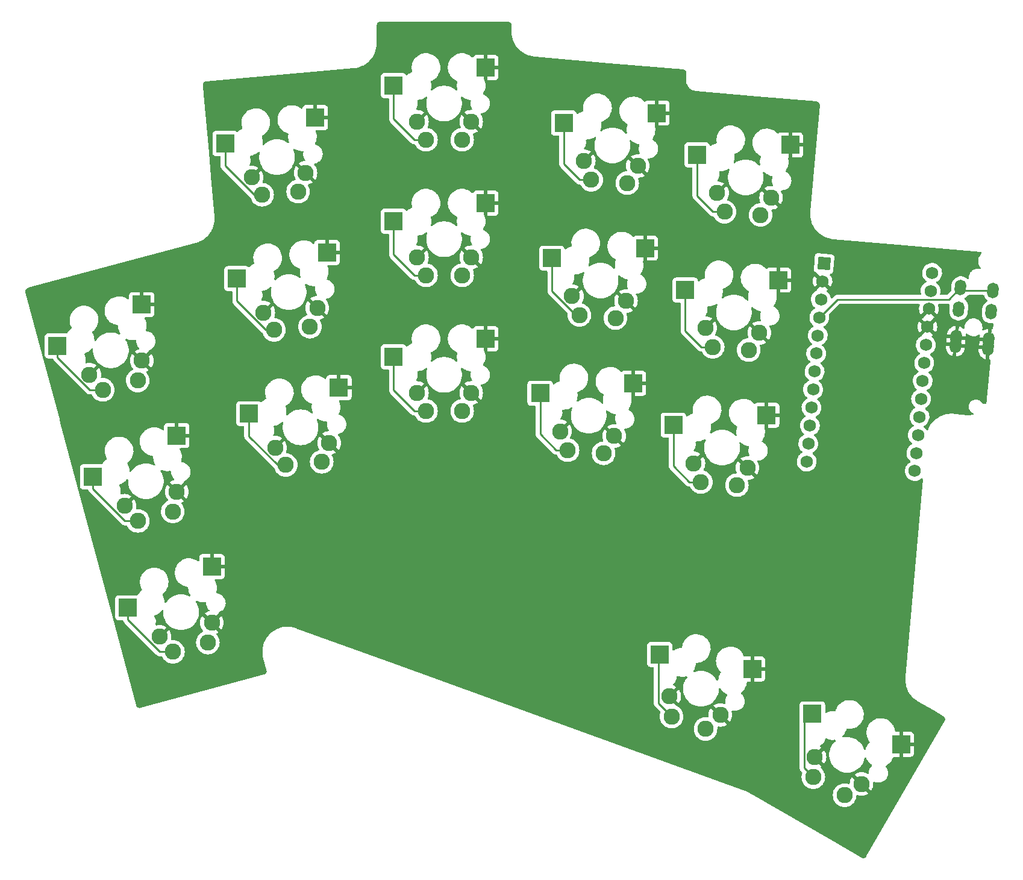
<source format=gbr>
%TF.GenerationSoftware,KiCad,Pcbnew,(6.0.2-0)*%
%TF.CreationDate,2022-05-20T19:03:11-07:00*%
%TF.ProjectId,adux_take_2,61647578-5f74-4616-9b65-5f322e6b6963,v1.0.0*%
%TF.SameCoordinates,Original*%
%TF.FileFunction,Copper,L2,Bot*%
%TF.FilePolarity,Positive*%
%FSLAX46Y46*%
G04 Gerber Fmt 4.6, Leading zero omitted, Abs format (unit mm)*
G04 Created by KiCad (PCBNEW (6.0.2-0)) date 2022-05-20 19:03:11*
%MOMM*%
%LPD*%
G01*
G04 APERTURE LIST*
G04 Aperture macros list*
%AMHorizOval*
0 Thick line with rounded ends*
0 $1 width*
0 $2 $3 position (X,Y) of the first rounded end (center of the circle)*
0 $4 $5 position (X,Y) of the second rounded end (center of the circle)*
0 Add line between two ends*
20,1,$1,$2,$3,$4,$5,0*
0 Add two circle primitives to create the rounded ends*
1,1,$1,$2,$3*
1,1,$1,$4,$5*%
%AMRotRect*
0 Rectangle, with rotation*
0 The origin of the aperture is its center*
0 $1 length*
0 $2 width*
0 $3 Rotation angle, in degrees counterclockwise*
0 Add horizontal line*
21,1,$1,$2,0,0,$3*%
G04 Aperture macros list end*
%TA.AperFunction,SMDPad,CuDef*%
%ADD10R,2.550000X2.500000*%
%TD*%
%TA.AperFunction,ComponentPad*%
%ADD11C,2.286000*%
%TD*%
%TA.AperFunction,ComponentPad*%
%ADD12C,1.752600*%
%TD*%
%TA.AperFunction,ComponentPad*%
%ADD13RotRect,1.752600X1.752600X265.000000*%
%TD*%
%TA.AperFunction,ComponentPad*%
%ADD14HorizOval,1.600000X-0.026147X-0.298858X0.026147X0.298858X0*%
%TD*%
%TA.AperFunction,Conductor*%
%ADD15C,0.250000*%
%TD*%
G04 APERTURE END LIST*
D10*
%TO.P,S1,1*%
%TO.N,P7*%
X6099091Y40458D03*
%TO.P,S1,2*%
%TO.N,GND*%
X17928214Y5839663D03*
%TD*%
D11*
%TO.P,S2,1*%
%TO.N,P7*%
X12461425Y-6143565D03*
%TO.P,S2,2*%
%TO.N,GND*%
X17937654Y-2046612D03*
%TO.P,S2,1*%
%TO.N,P7*%
X17368328Y-4828764D03*
%TO.P,S2,2*%
%TO.N,GND*%
X10577299Y-4018813D03*
%TD*%
D10*
%TO.P,S3,1*%
%TO.N,P6*%
X1168588Y18441345D03*
%TO.P,S3,2*%
%TO.N,GND*%
X12997711Y24240550D03*
%TD*%
D11*
%TO.P,S4,1*%
%TO.N,P6*%
X7530922Y12257322D03*
%TO.P,S4,2*%
%TO.N,GND*%
X13007151Y16354275D03*
%TO.P,S4,1*%
%TO.N,P6*%
X12437825Y13572123D03*
%TO.P,S4,2*%
%TO.N,GND*%
X5646796Y14382074D03*
%TD*%
D10*
%TO.P,S5,1*%
%TO.N,P5*%
X-3761914Y36842232D03*
%TO.P,S5,2*%
%TO.N,GND*%
X8067209Y42641437D03*
%TD*%
D11*
%TO.P,S6,1*%
%TO.N,P5*%
X2600420Y30658209D03*
%TO.P,S6,2*%
%TO.N,GND*%
X8076649Y34755162D03*
%TO.P,S6,1*%
%TO.N,P5*%
X7507323Y31973010D03*
%TO.P,S6,2*%
%TO.N,GND*%
X716294Y32782961D03*
%TD*%
D10*
%TO.P,S7,1*%
%TO.N,P4*%
X23122254Y27308969D03*
%TO.P,S7,2*%
%TO.N,GND*%
X35778687Y30965966D03*
%TD*%
D11*
%TO.P,S8,1*%
%TO.N,P4*%
X28314086Y20114088D03*
%TO.P,S8,2*%
%TO.N,GND*%
X34418546Y23197862D03*
%TO.P,S8,1*%
%TO.N,P4*%
X33374755Y20556840D03*
%TO.P,S8,2*%
%TO.N,GND*%
X26827543Y22533735D03*
%TD*%
D10*
%TO.P,S9,1*%
%TO.N,P3*%
X21461937Y46286478D03*
%TO.P,S9,2*%
%TO.N,GND*%
X34118370Y49943475D03*
%TD*%
D11*
%TO.P,S10,1*%
%TO.N,P3*%
X26653769Y39091597D03*
%TO.P,S10,2*%
%TO.N,GND*%
X32758229Y42175371D03*
%TO.P,S10,1*%
%TO.N,P3*%
X31714438Y39534349D03*
%TO.P,S10,2*%
%TO.N,GND*%
X25167226Y41511244D03*
%TD*%
D10*
%TO.P,S11,1*%
%TO.N,P0*%
X19801620Y65263987D03*
%TO.P,S11,2*%
%TO.N,GND*%
X32458053Y68920984D03*
%TD*%
D11*
%TO.P,S12,1*%
%TO.N,P0*%
X24993452Y58069106D03*
%TO.P,S12,2*%
%TO.N,GND*%
X31097912Y61152880D03*
%TO.P,S12,1*%
%TO.N,P0*%
X30054121Y58511858D03*
%TO.P,S12,2*%
%TO.N,GND*%
X23506909Y60488753D03*
%TD*%
D10*
%TO.P,S13,1*%
%TO.N,P1*%
X43481943Y35306243D03*
%TO.P,S13,2*%
%TO.N,GND*%
X56408943Y37846243D03*
%TD*%
D11*
%TO.P,S14,1*%
%TO.N,P1*%
X48026943Y27686243D03*
%TO.P,S14,2*%
%TO.N,GND*%
X54376943Y30226243D03*
%TO.P,S14,1*%
%TO.N,P1*%
X53106943Y27686243D03*
%TO.P,S14,2*%
%TO.N,GND*%
X46756943Y30226243D03*
%TD*%
D10*
%TO.P,S15,1*%
%TO.N,P19*%
X43481943Y54356243D03*
%TO.P,S15,2*%
%TO.N,GND*%
X56408943Y56896243D03*
%TD*%
D11*
%TO.P,S16,1*%
%TO.N,P19*%
X48026943Y46736243D03*
%TO.P,S16,2*%
%TO.N,GND*%
X54376943Y49276243D03*
%TO.P,S16,1*%
%TO.N,P19*%
X53106943Y46736243D03*
%TO.P,S16,2*%
%TO.N,GND*%
X46756943Y49276243D03*
%TD*%
D10*
%TO.P,S17,1*%
%TO.N,P18*%
X43481943Y73406243D03*
%TO.P,S17,2*%
%TO.N,GND*%
X56408943Y75946243D03*
%TD*%
D11*
%TO.P,S18,1*%
%TO.N,P18*%
X48026943Y65786243D03*
%TO.P,S18,2*%
%TO.N,GND*%
X54376943Y68326243D03*
%TO.P,S18,1*%
%TO.N,P18*%
X53106943Y65786243D03*
%TO.P,S18,2*%
%TO.N,GND*%
X46756943Y68326243D03*
%TD*%
D10*
%TO.P,S19,1*%
%TO.N,P15*%
X64061927Y30182720D03*
%TO.P,S19,2*%
%TO.N,GND*%
X77161112Y31586392D03*
%TD*%
D11*
%TO.P,S20,1*%
%TO.N,P15*%
X67925505Y22195594D03*
%TO.P,S20,2*%
%TO.N,GND*%
X74472717Y24172489D03*
%TO.P,S20,1*%
%TO.N,P15*%
X72986174Y21752842D03*
%TO.P,S20,2*%
%TO.N,GND*%
X66881714Y24836616D03*
%TD*%
D10*
%TO.P,S21,1*%
%TO.N,P14*%
X65722244Y49160229D03*
%TO.P,S21,2*%
%TO.N,GND*%
X78821429Y50563901D03*
%TD*%
D11*
%TO.P,S22,1*%
%TO.N,P14*%
X69585822Y41173103D03*
%TO.P,S22,2*%
%TO.N,GND*%
X76133034Y43149998D03*
%TO.P,S22,1*%
%TO.N,P14*%
X74646491Y40730351D03*
%TO.P,S22,2*%
%TO.N,GND*%
X68542031Y43814125D03*
%TD*%
D10*
%TO.P,S23,1*%
%TO.N,P16*%
X67382561Y68137738D03*
%TO.P,S23,2*%
%TO.N,GND*%
X80481746Y69541410D03*
%TD*%
D11*
%TO.P,S24,1*%
%TO.N,P16*%
X71246139Y60150612D03*
%TO.P,S24,2*%
%TO.N,GND*%
X77793351Y62127507D03*
%TO.P,S24,1*%
%TO.N,P16*%
X76306808Y59707860D03*
%TO.P,S24,2*%
%TO.N,GND*%
X70202348Y62791634D03*
%TD*%
D10*
%TO.P,S25,1*%
%TO.N,P10*%
X82792494Y25699851D03*
%TO.P,S25,2*%
%TO.N,GND*%
X95891679Y27103523D03*
%TD*%
D11*
%TO.P,S26,1*%
%TO.N,P10*%
X86656072Y17712725D03*
%TO.P,S26,2*%
%TO.N,GND*%
X93203284Y19689620D03*
%TO.P,S26,1*%
%TO.N,P10*%
X91716741Y17269973D03*
%TO.P,S26,2*%
%TO.N,GND*%
X85612281Y20353747D03*
%TD*%
D10*
%TO.P,S27,1*%
%TO.N,P20*%
X84452811Y44677360D03*
%TO.P,S27,2*%
%TO.N,GND*%
X97551996Y46081032D03*
%TD*%
D11*
%TO.P,S28,1*%
%TO.N,P20*%
X88316389Y36690234D03*
%TO.P,S28,2*%
%TO.N,GND*%
X94863601Y38667129D03*
%TO.P,S28,1*%
%TO.N,P20*%
X93377058Y36247482D03*
%TO.P,S28,2*%
%TO.N,GND*%
X87272598Y39331256D03*
%TD*%
D10*
%TO.P,S29,1*%
%TO.N,P21*%
X86113128Y63654869D03*
%TO.P,S29,2*%
%TO.N,GND*%
X99212313Y65058541D03*
%TD*%
D11*
%TO.P,S30,1*%
%TO.N,P21*%
X89976706Y55667743D03*
%TO.P,S30,2*%
%TO.N,GND*%
X96523918Y57644638D03*
%TO.P,S30,1*%
%TO.N,P21*%
X95037375Y55224991D03*
%TO.P,S30,2*%
%TO.N,GND*%
X88932915Y58308765D03*
%TD*%
D10*
%TO.P,S31,1*%
%TO.N,P8*%
X80876872Y-6508570D03*
%TO.P,S31,2*%
%TO.N,GND*%
X93893010Y-8543045D03*
%TD*%
D11*
%TO.P,S32,1*%
%TO.N,P8*%
X82541581Y-15223509D03*
%TO.P,S32,2*%
%TO.N,GND*%
X89377361Y-15008518D03*
%TO.P,S32,1*%
%TO.N,P8*%
X87315220Y-16960972D03*
%TO.P,S32,2*%
%TO.N,GND*%
X82216903Y-12402325D03*
%TD*%
D10*
%TO.P,S33,1*%
%TO.N,P9*%
X102329136Y-14865086D03*
%TO.P,S33,2*%
%TO.N,GND*%
X114794246Y-19128882D03*
%TD*%
D11*
%TO.P,S34,1*%
%TO.N,P9*%
X102455221Y-23736700D03*
%TO.P,S34,2*%
%TO.N,GND*%
X109224483Y-24711996D03*
%TO.P,S34,1*%
%TO.N,P9*%
X106854631Y-26276700D03*
%TO.P,S34,2*%
%TO.N,GND*%
X102625369Y-20901996D03*
%TD*%
D12*
%TO.P,MCU1,24*%
%TO.N,P9*%
X116712750Y19256141D03*
%TO.P,MCU1,23*%
%TO.N,P8*%
X116934125Y21786476D03*
%TO.P,MCU1,22*%
%TO.N,P7*%
X117155501Y24316810D03*
%TO.P,MCU1,21*%
%TO.N,P6*%
X117376877Y26847145D03*
%TO.P,MCU1,20*%
%TO.N,P5*%
X117598252Y29377479D03*
%TO.P,MCU1,19*%
%TO.N,P4*%
X117819628Y31907814D03*
%TO.P,MCU1,18*%
%TO.N,P3*%
X118041003Y34438149D03*
%TO.P,MCU1,17*%
%TO.N,P2*%
X118262379Y36968483D03*
%TO.P,MCU1,16*%
%TO.N,GND*%
X118483755Y39498818D03*
%TO.P,MCU1,15*%
X118705130Y42029152D03*
%TO.P,MCU1,14*%
%TO.N,P0*%
X118926506Y44559487D03*
%TO.P,MCU1,13*%
%TO.N,P1*%
X119147881Y47089821D03*
%TO.P,MCU1,12*%
%TO.N,P10*%
X101530743Y20584395D03*
%TO.P,MCU1,11*%
%TO.N,P16*%
X101752118Y23114729D03*
%TO.P,MCU1,10*%
%TO.N,P14*%
X101973494Y25645064D03*
%TO.P,MCU1,9*%
%TO.N,P15*%
X102194869Y28175398D03*
%TO.P,MCU1,8*%
%TO.N,P18*%
X102416245Y30705733D03*
%TO.P,MCU1,7*%
%TO.N,P19*%
X102637621Y33236067D03*
%TO.P,MCU1,6*%
%TO.N,P20*%
X102858996Y35766402D03*
%TO.P,MCU1,5*%
%TO.N,P21*%
X103080372Y38296737D03*
%TO.P,MCU1,4*%
%TO.N,VCC*%
X103301747Y40827071D03*
%TO.P,MCU1,3*%
%TO.N,RST*%
X103523123Y43357406D03*
%TO.P,MCU1,2*%
%TO.N,GND*%
X103744499Y45887740D03*
D13*
%TO.P,MCU1,1*%
%TO.N,RAW*%
X103965874Y48418075D03*
%TD*%
D14*
%TO.P,REF\u002A\u002A,1*%
%TO.N,GND*%
X127023680Y36544987D03*
%TO.P,REF\u002A\u002A,2*%
X122537056Y38041717D03*
%TO.P,REF\u002A\u002A,3*%
%TO.N,P2*%
X122885679Y42026496D03*
%TO.P,REF\u002A\u002A,4*%
%TO.N,VCC*%
X123147146Y45015080D03*
%TO.P,REF\u002A\u002A,1*%
%TO.N,GND*%
X122441184Y36945903D03*
%TO.P,REF\u002A\u002A,2*%
X127119551Y37640801D03*
%TO.P,REF\u002A\u002A,3*%
%TO.N,P2*%
X127468174Y41625580D03*
%TO.P,REF\u002A\u002A,4*%
%TO.N,VCC*%
X127729642Y44614164D03*
%TD*%
D15*
%TO.N,VCC*%
X123147146Y45015080D02*
X121490742Y43358676D01*
X121490742Y43358676D02*
X105833352Y43358676D01*
X105833352Y43358676D02*
X103301747Y40827071D01*
X127729642Y44614164D02*
X123548062Y44614164D01*
X123548062Y44614164D02*
X123147146Y45015080D01*
%TO.N,P10*%
X82792494Y25699851D02*
X82792494Y19959857D01*
X82792494Y19959857D02*
X85039626Y17712725D01*
X85039626Y17712725D02*
X86656072Y17712725D01*
%TO.N,P20*%
X84452811Y44677360D02*
X84452811Y38937366D01*
X86699943Y36690234D02*
X88316389Y36690234D01*
X84452811Y38937366D02*
X86699943Y36690234D01*
%TO.N,P21*%
X86113128Y63654869D02*
X86113128Y57914875D01*
X86113128Y57914875D02*
X88360260Y55667743D01*
X88360260Y55667743D02*
X89976706Y55667743D01*
%TO.N,P16*%
X67382561Y68137738D02*
X67382561Y62397744D01*
X67382561Y62397744D02*
X69629693Y60150612D01*
X69629693Y60150612D02*
X71246139Y60150612D01*
%TO.N,P14*%
X65722244Y49160229D02*
X65722244Y44558537D01*
X65722244Y44558537D02*
X69107678Y41173103D01*
X69107678Y41173103D02*
X69585822Y41173103D01*
%TO.N,P15*%
X64061927Y30182720D02*
X64061927Y24442726D01*
X64061927Y24442726D02*
X66309059Y22195594D01*
X66309059Y22195594D02*
X67925505Y22195594D01*
%TO.N,P18*%
X43481943Y73406243D02*
X43481943Y68714797D01*
X46410497Y65786243D02*
X48026943Y65786243D01*
X43481943Y68714797D02*
X46410497Y65786243D01*
%TO.N,P19*%
X43481943Y54356243D02*
X43481943Y49664797D01*
X46410497Y46736243D02*
X48026943Y46736243D01*
X43481943Y49664797D02*
X46410497Y46736243D01*
%TO.N,P1*%
X43481943Y35306243D02*
X43481943Y30614797D01*
X43481943Y30614797D02*
X46410497Y27686243D01*
X46410497Y27686243D02*
X48026943Y27686243D01*
%TO.N,P0*%
X19801620Y65263987D02*
X19801620Y62118667D01*
X19801620Y62118667D02*
X23851181Y58069106D01*
X23851181Y58069106D02*
X24993452Y58069106D01*
%TO.N,P3*%
X21461937Y46286478D02*
X21461937Y43141158D01*
X21461937Y43141158D02*
X25511498Y39091597D01*
X25511498Y39091597D02*
X26653769Y39091597D01*
%TO.N,P4*%
X23122254Y27308969D02*
X23122254Y24163649D01*
X23122254Y24163649D02*
X27171815Y20114088D01*
X27171815Y20114088D02*
X28314086Y20114088D01*
%TO.N,P5*%
X-3761914Y36842232D02*
X-3761914Y35185794D01*
X-3761914Y35185794D02*
X765671Y30658209D01*
X765671Y30658209D02*
X2600420Y30658209D01*
%TO.N,P6*%
X1168588Y18441345D02*
X1168588Y16784907D01*
X1168588Y16784907D02*
X5696173Y12257322D01*
X5696173Y12257322D02*
X7530922Y12257322D01*
%TO.N,P7*%
X6099091Y40458D02*
X6099091Y-1615980D01*
X10626676Y-6143565D02*
X12461425Y-6143565D01*
X6099091Y-1615980D02*
X10626676Y-6143565D01*
%TO.N,P8*%
X80876872Y-6508570D02*
X80666803Y-6718639D01*
X80666803Y-6718639D02*
X80666803Y-13348731D01*
X80666803Y-13348731D02*
X82541581Y-15223509D01*
%TO.N,P9*%
X102329136Y-14865086D02*
X101157858Y-16036364D01*
X101157858Y-16036364D02*
X101157858Y-22439337D01*
X101157858Y-22439337D02*
X102455221Y-23736700D01*
%TD*%
%TA.AperFunction,Conductor*%
%TO.N,GND*%
G36*
X59537000Y82356743D02*
G01*
X59551801Y82354438D01*
X59551805Y82354438D01*
X59560674Y82353057D01*
X59569576Y82354221D01*
X59569580Y82354221D01*
X59569676Y82354234D01*
X59600113Y82354505D01*
X59662318Y82347497D01*
X59689825Y82341219D01*
X59767014Y82314209D01*
X59792434Y82301967D01*
X59861681Y82258456D01*
X59883740Y82240864D01*
X59941564Y82183040D01*
X59959156Y82160981D01*
X60002667Y82091734D01*
X60014909Y82066313D01*
X60041918Y81989126D01*
X60048197Y81961619D01*
X60054465Y81905992D01*
X60055248Y81890346D01*
X60055139Y81881388D01*
X60053757Y81872514D01*
X60055397Y81859974D01*
X60057879Y81840993D01*
X60058943Y81824655D01*
X60058943Y81032363D01*
X60057197Y81011459D01*
X60053872Y80991695D01*
X60053719Y80979156D01*
X60054408Y80974347D01*
X60054408Y80974343D01*
X60054409Y80974339D01*
X60055527Y80962708D01*
X60071877Y80632356D01*
X60123200Y80288944D01*
X60208181Y79952279D01*
X60209235Y79949356D01*
X60209238Y79949347D01*
X60233989Y79880725D01*
X60325989Y79625650D01*
X60475473Y79312250D01*
X60477081Y79309591D01*
X60477085Y79309584D01*
X60477865Y79308295D01*
X60655172Y79015142D01*
X60863330Y78737229D01*
X60865435Y78734932D01*
X60865439Y78734927D01*
X61086952Y78493189D01*
X61097912Y78481228D01*
X61100229Y78479154D01*
X61100234Y78479149D01*
X61265614Y78331109D01*
X61356625Y78249640D01*
X61636941Y78044730D01*
X61936120Y77868500D01*
X61938955Y77867188D01*
X61938957Y77867187D01*
X62119776Y77783510D01*
X62251239Y77722673D01*
X62254200Y77721644D01*
X62254202Y77721643D01*
X62449654Y77653707D01*
X62579216Y77608673D01*
X62916847Y77527615D01*
X63004143Y77515605D01*
X63228858Y77484689D01*
X63243325Y77481828D01*
X63243549Y77481770D01*
X63243556Y77481769D01*
X63248268Y77480546D01*
X63253115Y77480062D01*
X63253117Y77480062D01*
X63255008Y77479874D01*
X63260746Y77479301D01*
X63265603Y77479568D01*
X63265617Y77479568D01*
X63288570Y77480832D01*
X63306473Y77480544D01*
X73780972Y76564144D01*
X84137439Y75658070D01*
X84156613Y75654887D01*
X84179873Y75649153D01*
X84188887Y75649539D01*
X84188941Y75649541D01*
X84219294Y75647158D01*
X84280643Y75634756D01*
X84307499Y75626104D01*
X84382045Y75592468D01*
X84406296Y75578061D01*
X84471491Y75528677D01*
X84491930Y75509232D01*
X84544498Y75446584D01*
X84560100Y75423076D01*
X84597410Y75350301D01*
X84607388Y75323913D01*
X84627568Y75244661D01*
X84631425Y75216712D01*
X84632731Y75164374D01*
X84632821Y75160747D01*
X84632237Y75145088D01*
X84631348Y75136184D01*
X84629198Y75127463D01*
X84629582Y75118492D01*
X84630557Y75095703D01*
X84630193Y75079334D01*
X84614026Y74894540D01*
X84570873Y74401296D01*
X84565825Y74343602D01*
X84562264Y74322938D01*
X84557229Y74303536D01*
X84555984Y74291058D01*
X84556802Y74276194D01*
X84556976Y74267289D01*
X84556068Y74210037D01*
X84553929Y74075257D01*
X84581235Y73861284D01*
X84582432Y73856953D01*
X84582433Y73856950D01*
X84633395Y73672619D01*
X84638716Y73653374D01*
X84725200Y73455762D01*
X84838927Y73272469D01*
X84841819Y73269022D01*
X84841823Y73269017D01*
X84974687Y73110676D01*
X84977582Y73107226D01*
X84980935Y73104226D01*
X84980940Y73104221D01*
X85038918Y73052350D01*
X85138342Y72963398D01*
X85317934Y72843913D01*
X85512704Y72751202D01*
X85516998Y72749867D01*
X85517000Y72749866D01*
X85714390Y72688489D01*
X85714392Y72688488D01*
X85718684Y72687154D01*
X85875618Y72662043D01*
X85891678Y72659473D01*
X85903409Y72657019D01*
X85919086Y72652950D01*
X85931564Y72651705D01*
X85936421Y72651972D01*
X85936435Y72651972D01*
X85959388Y72653236D01*
X85977291Y72652948D01*
X94606378Y71898001D01*
X102867994Y71175203D01*
X102887168Y71172020D01*
X102910440Y71166283D01*
X102919454Y71166669D01*
X102919508Y71166671D01*
X102949861Y71164288D01*
X103011210Y71151886D01*
X103038066Y71143234D01*
X103112612Y71109598D01*
X103136863Y71095191D01*
X103202058Y71045807D01*
X103222497Y71026362D01*
X103275065Y70963714D01*
X103290667Y70940206D01*
X103327977Y70867431D01*
X103337955Y70841043D01*
X103358135Y70761791D01*
X103361992Y70733842D01*
X103362617Y70708805D01*
X103363388Y70677878D01*
X103362804Y70662219D01*
X103361915Y70653315D01*
X103359765Y70644594D01*
X103360149Y70635623D01*
X103361124Y70612835D01*
X103360760Y70596466D01*
X102890027Y65215958D01*
X102059585Y55723958D01*
X102057328Y55698165D01*
X102053767Y55677501D01*
X102048732Y55658099D01*
X102047487Y55645621D01*
X102047754Y55640763D01*
X102047752Y55640667D01*
X102047849Y55629101D01*
X102035321Y55301111D01*
X102035506Y55298032D01*
X102035506Y55298028D01*
X102037178Y55270192D01*
X102055987Y54957057D01*
X102110278Y54616686D01*
X102197669Y54283274D01*
X102198739Y54280383D01*
X102198741Y54280377D01*
X102232269Y54189801D01*
X102317319Y53960034D01*
X102318675Y53957247D01*
X102318675Y53957246D01*
X102462129Y53662307D01*
X102468076Y53650079D01*
X102469689Y53647453D01*
X102469693Y53647446D01*
X102505732Y53588780D01*
X102648488Y53356393D01*
X102856818Y53081804D01*
X103091059Y52828957D01*
X103093370Y52826908D01*
X103093373Y52826905D01*
X103108057Y52813885D01*
X103348955Y52600288D01*
X103351458Y52598474D01*
X103351460Y52598472D01*
X103440379Y52534017D01*
X103628023Y52397998D01*
X103925575Y52224036D01*
X103928394Y52222740D01*
X103928400Y52222737D01*
X104235926Y52081372D01*
X104235931Y52081370D01*
X104238746Y52080076D01*
X104241672Y52079065D01*
X104535273Y51977612D01*
X104564519Y51967506D01*
X104899758Y51887409D01*
X104902819Y51886989D01*
X105209314Y51844936D01*
X105223832Y51842067D01*
X105223954Y51842035D01*
X105223960Y51842034D01*
X105228668Y51840812D01*
X105241146Y51839567D01*
X105268983Y51841099D01*
X105286880Y51840810D01*
X114323575Y51050202D01*
X126003681Y50028325D01*
X126069799Y50002461D01*
X126111438Y49944958D01*
X126115379Y49874071D01*
X126081015Y49812937D01*
X126015536Y49748590D01*
X126012594Y49744614D01*
X126012593Y49744613D01*
X125976399Y49695699D01*
X125874346Y49557783D01*
X125872062Y49553395D01*
X125872058Y49553389D01*
X125803223Y49421158D01*
X125764743Y49347239D01*
X125763173Y49342548D01*
X125763173Y49342547D01*
X125691395Y49128022D01*
X125689427Y49122141D01*
X125650250Y48888032D01*
X125649548Y48807573D01*
X125648435Y48679966D01*
X125648179Y48650677D01*
X125657134Y48590759D01*
X125680671Y48433267D01*
X125683263Y48415920D01*
X125684752Y48411199D01*
X125684752Y48411197D01*
X125748295Y48209666D01*
X125754640Y48189541D01*
X125860551Y47977116D01*
X125863422Y47973091D01*
X125863425Y47973086D01*
X125959938Y47837779D01*
X125983212Y47770706D01*
X125966528Y47701697D01*
X125915184Y47652663D01*
X125845481Y47639172D01*
X125831818Y47641227D01*
X125723076Y47663747D01*
X125718465Y47664013D01*
X125718464Y47664013D01*
X125667891Y47666929D01*
X125667887Y47666929D01*
X125666068Y47667034D01*
X125520844Y47667034D01*
X125518057Y47666785D01*
X125518051Y47666785D01*
X125447914Y47660525D01*
X125354081Y47652151D01*
X125348667Y47650670D01*
X125348662Y47650669D01*
X125241105Y47621244D01*
X125137392Y47592871D01*
X125132334Y47590459D01*
X125132330Y47590457D01*
X125046410Y47549475D01*
X124934625Y47496156D01*
X124752189Y47365063D01*
X124716341Y47328071D01*
X124605129Y47213309D01*
X124595851Y47203735D01*
X124470553Y47017272D01*
X124380255Y46811567D01*
X124378946Y46806116D01*
X124378945Y46806112D01*
X124342495Y46654285D01*
X124327811Y46593123D01*
X124326624Y46572536D01*
X124315454Y46378791D01*
X124314880Y46368844D01*
X124317798Y46344734D01*
X124306123Y46274706D01*
X124258441Y46222104D01*
X124189890Y46203632D01*
X124122234Y46225153D01*
X124104655Y46239647D01*
X124102077Y46242720D01*
X124093493Y46249923D01*
X123930904Y46386353D01*
X123930901Y46386355D01*
X123926686Y46389892D01*
X123728403Y46504370D01*
X123620335Y46543704D01*
X123518424Y46580797D01*
X123518423Y46580797D01*
X123513253Y46582679D01*
X123287773Y46622437D01*
X123173294Y46622438D01*
X123058815Y46622438D01*
X122879556Y46590829D01*
X122838757Y46583635D01*
X122838756Y46583635D01*
X122833336Y46582679D01*
X122828159Y46580795D01*
X122828160Y46580795D01*
X122623353Y46506253D01*
X122623349Y46506251D01*
X122618186Y46504372D01*
X122487820Y46429105D01*
X122424670Y46392645D01*
X122419903Y46389893D01*
X122244510Y46242722D01*
X122240979Y46238514D01*
X122231034Y46226662D01*
X122097339Y46067330D01*
X122094589Y46062568D01*
X122094589Y46062567D01*
X122075158Y46028912D01*
X121982860Y45869047D01*
X121980979Y45863879D01*
X121921183Y45699590D01*
X121904552Y45653898D01*
X121903597Y45648481D01*
X121876077Y45492410D01*
X121874751Y45484892D01*
X121846555Y45162610D01*
X121813087Y44780075D01*
X121812499Y44773357D01*
X121812499Y44628528D01*
X121792497Y44560407D01*
X121775594Y44539433D01*
X121265242Y44029081D01*
X121202930Y43995055D01*
X121176147Y43992176D01*
X120371493Y43992176D01*
X120303372Y44012178D01*
X120256879Y44065834D01*
X120246775Y44136108D01*
X120250935Y44154805D01*
X120283166Y44260889D01*
X120283167Y44260895D01*
X120284670Y44265841D01*
X120286902Y44282792D01*
X120313956Y44488286D01*
X120313957Y44488293D01*
X120314393Y44491608D01*
X120314596Y44499929D01*
X120315970Y44556122D01*
X120315970Y44556127D01*
X120316052Y44559487D01*
X120306772Y44672364D01*
X120297817Y44781285D01*
X120297816Y44781291D01*
X120297393Y44786436D01*
X120262297Y44926162D01*
X120243178Y45002279D01*
X120243177Y45002283D01*
X120241919Y45007290D01*
X120231487Y45031283D01*
X120153178Y45211381D01*
X120153176Y45211384D01*
X120151118Y45216118D01*
X120044223Y45381353D01*
X120030237Y45402972D01*
X120030235Y45402975D01*
X120027429Y45407312D01*
X119874174Y45575737D01*
X119775060Y45654012D01*
X119733997Y45711929D01*
X119730765Y45782852D01*
X119766390Y45844263D01*
X119797719Y45866045D01*
X119844313Y45888872D01*
X119859388Y45896257D01*
X119863592Y45899255D01*
X119863596Y45899258D01*
X119966113Y45972383D01*
X120044774Y46028491D01*
X120206074Y46189229D01*
X120228006Y46219750D01*
X120335936Y46369952D01*
X120338954Y46374152D01*
X120342402Y46381127D01*
X120437554Y46573653D01*
X120437555Y46573655D01*
X120439848Y46578295D01*
X120489374Y46741305D01*
X120504543Y46791231D01*
X120504543Y46791232D01*
X120506045Y46796175D01*
X120506720Y46801301D01*
X120535331Y47018620D01*
X120535332Y47018627D01*
X120535768Y47021942D01*
X120535876Y47026360D01*
X120537345Y47086456D01*
X120537345Y47086461D01*
X120537427Y47089821D01*
X120528061Y47203735D01*
X120519192Y47311619D01*
X120519191Y47311625D01*
X120518768Y47316770D01*
X120476825Y47483755D01*
X120464553Y47532613D01*
X120464552Y47532617D01*
X120463294Y47537624D01*
X120456109Y47554148D01*
X120374553Y47741715D01*
X120374551Y47741718D01*
X120372493Y47746452D01*
X120277972Y47892559D01*
X120251612Y47933306D01*
X120251610Y47933309D01*
X120248804Y47937646D01*
X120095549Y48106071D01*
X119916844Y48247203D01*
X119717488Y48357254D01*
X119588139Y48403059D01*
X119507710Y48431541D01*
X119507706Y48431542D01*
X119502835Y48433267D01*
X119497742Y48434174D01*
X119497739Y48434175D01*
X119283738Y48472294D01*
X119283732Y48472295D01*
X119278649Y48473200D01*
X119191579Y48474264D01*
X119056120Y48475919D01*
X119056118Y48475919D01*
X119050951Y48475982D01*
X118825857Y48441538D01*
X118609410Y48370792D01*
X118557307Y48343669D01*
X118428222Y48276471D01*
X118407425Y48265645D01*
X118403292Y48262542D01*
X118403289Y48262540D01*
X118229460Y48132026D01*
X118225325Y48128921D01*
X118221753Y48125183D01*
X118094648Y47992175D01*
X118068001Y47964291D01*
X118065087Y47960019D01*
X118065086Y47960018D01*
X118033934Y47914350D01*
X117939678Y47776176D01*
X117843802Y47569629D01*
X117842420Y47564647D01*
X117842420Y47564646D01*
X117824096Y47498570D01*
X117782948Y47350196D01*
X117758750Y47123771D01*
X117759047Y47118619D01*
X117759047Y47118615D01*
X117760951Y47085598D01*
X117771858Y46896434D01*
X117772993Y46891397D01*
X117772994Y46891391D01*
X117812876Y46714420D01*
X117821920Y46674290D01*
X117823864Y46669504D01*
X117823865Y46669499D01*
X117903948Y46472280D01*
X117907592Y46463306D01*
X118026573Y46269147D01*
X118175667Y46097028D01*
X118228928Y46052810D01*
X118301539Y45992527D01*
X118341174Y45933624D01*
X118342672Y45862644D01*
X118305557Y45802121D01*
X118279236Y45783821D01*
X118186050Y45735311D01*
X118181917Y45732208D01*
X118181914Y45732206D01*
X118008085Y45601692D01*
X118003950Y45598587D01*
X117971705Y45564845D01*
X117868192Y45456524D01*
X117846626Y45433957D01*
X117843712Y45429685D01*
X117843711Y45429684D01*
X117816865Y45390329D01*
X117718303Y45245842D01*
X117622427Y45039295D01*
X117561573Y44819862D01*
X117537375Y44593437D01*
X117537672Y44588285D01*
X117537672Y44588281D01*
X117540600Y44537507D01*
X117550483Y44366100D01*
X117551618Y44361063D01*
X117551619Y44361057D01*
X117600112Y44145876D01*
X117595576Y44075025D01*
X117553454Y44017873D01*
X117487120Y43992568D01*
X117477195Y43992176D01*
X105912119Y43992176D01*
X105900936Y43992703D01*
X105893443Y43994378D01*
X105885517Y43994129D01*
X105885516Y43994129D01*
X105825366Y43992238D01*
X105821407Y43992176D01*
X105793496Y43992176D01*
X105789562Y43991679D01*
X105789561Y43991679D01*
X105789496Y43991671D01*
X105777659Y43990738D01*
X105745842Y43989738D01*
X105741381Y43989598D01*
X105733462Y43989349D01*
X105715806Y43984220D01*
X105714010Y43983698D01*
X105694658Y43979690D01*
X105687587Y43978796D01*
X105674555Y43977150D01*
X105667186Y43974233D01*
X105667184Y43974232D01*
X105633449Y43960876D01*
X105622221Y43957031D01*
X105579759Y43944694D01*
X105572936Y43940659D01*
X105572934Y43940658D01*
X105562324Y43934383D01*
X105544576Y43925688D01*
X105525735Y43918228D01*
X105519319Y43913566D01*
X105519318Y43913566D01*
X105489965Y43892240D01*
X105480045Y43885724D01*
X105448817Y43867256D01*
X105448814Y43867254D01*
X105441990Y43863218D01*
X105427669Y43848897D01*
X105412636Y43836057D01*
X105396245Y43824148D01*
X105383875Y43809195D01*
X105368054Y43790071D01*
X105360064Y43781292D01*
X105105192Y43526420D01*
X105042880Y43492394D01*
X104972065Y43497459D01*
X104915229Y43540006D01*
X104893893Y43584820D01*
X104880555Y43637924D01*
X104869280Y43682812D01*
X104839795Y43800198D01*
X104839794Y43800202D01*
X104838536Y43805209D01*
X104836477Y43809945D01*
X104749795Y44009300D01*
X104749793Y44009303D01*
X104747735Y44014037D01*
X104662468Y44145840D01*
X104626854Y44200891D01*
X104626852Y44200894D01*
X104624046Y44205231D01*
X104470791Y44373656D01*
X104406610Y44424343D01*
X104371242Y44452275D01*
X104330179Y44510192D01*
X104326947Y44581115D01*
X104362572Y44642527D01*
X104393902Y44664309D01*
X104451114Y44692336D01*
X104459953Y44697605D01*
X104512603Y44735160D01*
X104521003Y44745859D01*
X104514014Y44759015D01*
X103757311Y45515718D01*
X103743367Y45523332D01*
X103741534Y45523201D01*
X103734919Y45518950D01*
X102972009Y44756040D01*
X102964394Y44742096D01*
X102966370Y44714474D01*
X102951279Y44645100D01*
X102898871Y44593722D01*
X102852552Y44569610D01*
X102790895Y44537513D01*
X102782667Y44533230D01*
X102778534Y44530127D01*
X102778531Y44530125D01*
X102615352Y44407607D01*
X102600567Y44396506D01*
X102590787Y44386272D01*
X102455310Y44244503D01*
X102443243Y44231876D01*
X102440329Y44227604D01*
X102440328Y44227603D01*
X102394842Y44160922D01*
X102314920Y44043761D01*
X102219044Y43837214D01*
X102217662Y43832232D01*
X102217662Y43832231D01*
X102207255Y43794705D01*
X102158190Y43617781D01*
X102133992Y43391356D01*
X102134289Y43386204D01*
X102134289Y43386200D01*
X102135955Y43357305D01*
X102147100Y43164019D01*
X102148235Y43158982D01*
X102148236Y43158976D01*
X102188038Y42982361D01*
X102197162Y42941875D01*
X102199106Y42937089D01*
X102199107Y42937084D01*
X102280589Y42736420D01*
X102282834Y42730891D01*
X102401815Y42536732D01*
X102550909Y42364613D01*
X102676782Y42260111D01*
X102716417Y42201210D01*
X102717915Y42130229D01*
X102680801Y42069706D01*
X102654479Y42051406D01*
X102561291Y42002895D01*
X102557158Y41999792D01*
X102557155Y41999790D01*
X102383326Y41869276D01*
X102379191Y41866171D01*
X102221867Y41701541D01*
X102093544Y41513426D01*
X101997668Y41306879D01*
X101996286Y41301897D01*
X101996286Y41301896D01*
X101988503Y41273831D01*
X101936814Y41087446D01*
X101912616Y40861021D01*
X101912913Y40855869D01*
X101912913Y40855865D01*
X101916449Y40794537D01*
X101925724Y40633684D01*
X101926859Y40628647D01*
X101926860Y40628641D01*
X101974648Y40416589D01*
X101975786Y40411540D01*
X101977730Y40406754D01*
X101977731Y40406749D01*
X102059514Y40205343D01*
X102061458Y40200556D01*
X102180439Y40006397D01*
X102329533Y39834278D01*
X102394733Y39780148D01*
X102455405Y39729777D01*
X102495040Y39670874D01*
X102496538Y39599894D01*
X102459423Y39539371D01*
X102433102Y39521071D01*
X102339916Y39472561D01*
X102335783Y39469458D01*
X102335780Y39469456D01*
X102161951Y39338942D01*
X102157816Y39335837D01*
X102127844Y39304473D01*
X102004096Y39174978D01*
X102000492Y39171207D01*
X101997578Y39166935D01*
X101997577Y39166934D01*
X101975391Y39134410D01*
X101872169Y38983092D01*
X101776293Y38776545D01*
X101774911Y38771563D01*
X101774911Y38771562D01*
X101761938Y38724782D01*
X101715439Y38557112D01*
X101691241Y38330687D01*
X101691538Y38325535D01*
X101691538Y38325531D01*
X101695094Y38263867D01*
X101704349Y38103350D01*
X101725788Y38008217D01*
X101745227Y37921961D01*
X101754411Y37881206D01*
X101756355Y37876420D01*
X101756356Y37876415D01*
X101831221Y37692046D01*
X101840083Y37670222D01*
X101959064Y37476063D01*
X102108158Y37303944D01*
X102234031Y37199442D01*
X102273666Y37140541D01*
X102275164Y37069560D01*
X102238050Y37009037D01*
X102211728Y36990737D01*
X102118540Y36942226D01*
X102114407Y36939123D01*
X102114404Y36939121D01*
X101942609Y36810134D01*
X101936440Y36805502D01*
X101779116Y36640872D01*
X101776202Y36636600D01*
X101776201Y36636599D01*
X101704924Y36532110D01*
X101650793Y36452757D01*
X101554917Y36246210D01*
X101494063Y36026777D01*
X101469865Y35800352D01*
X101470162Y35795200D01*
X101470162Y35795196D01*
X101473323Y35740374D01*
X101482973Y35573015D01*
X101484108Y35567978D01*
X101484109Y35567972D01*
X101523474Y35393296D01*
X101533035Y35350871D01*
X101534979Y35346085D01*
X101534980Y35346080D01*
X101596402Y35194818D01*
X101618707Y35139887D01*
X101649502Y35089634D01*
X101726829Y34963449D01*
X101737688Y34945728D01*
X101886782Y34773609D01*
X101890757Y34770309D01*
X101890760Y34770306D01*
X102012655Y34669107D01*
X102052290Y34610204D01*
X102053788Y34539224D01*
X102016673Y34478701D01*
X101990351Y34460401D01*
X101897165Y34411891D01*
X101893032Y34408788D01*
X101893029Y34408786D01*
X101719200Y34278272D01*
X101715065Y34275167D01*
X101648646Y34205663D01*
X101589880Y34144168D01*
X101557741Y34110537D01*
X101554827Y34106265D01*
X101554826Y34106264D01*
X101535456Y34077869D01*
X101429418Y33922422D01*
X101333542Y33715875D01*
X101332160Y33710893D01*
X101332160Y33710892D01*
X101317182Y33656883D01*
X101272688Y33496442D01*
X101248490Y33270017D01*
X101248787Y33264865D01*
X101248787Y33264861D01*
X101252008Y33209001D01*
X101261598Y33042680D01*
X101262733Y33037643D01*
X101262734Y33037637D01*
X101308221Y32835796D01*
X101311660Y32820536D01*
X101313604Y32815750D01*
X101313605Y32815745D01*
X101395323Y32614500D01*
X101397332Y32609552D01*
X101516313Y32415393D01*
X101665407Y32243274D01*
X101737167Y32183698D01*
X101791279Y32138773D01*
X101830914Y32079870D01*
X101832412Y32008890D01*
X101795297Y31948367D01*
X101768975Y31930067D01*
X101675789Y31881557D01*
X101671656Y31878454D01*
X101671653Y31878452D01*
X101497824Y31747938D01*
X101493689Y31744833D01*
X101336365Y31580203D01*
X101333451Y31575931D01*
X101333450Y31575930D01*
X101311011Y31543036D01*
X101208042Y31392088D01*
X101112166Y31185541D01*
X101051312Y30966108D01*
X101027114Y30739683D01*
X101027411Y30734531D01*
X101027411Y30734527D01*
X101030850Y30674888D01*
X101040222Y30512346D01*
X101041357Y30507309D01*
X101041358Y30507303D01*
X101081641Y30328554D01*
X101090284Y30290202D01*
X101092228Y30285416D01*
X101092229Y30285411D01*
X101172115Y30088676D01*
X101175956Y30079218D01*
X101294937Y29885059D01*
X101444031Y29712940D01*
X101569904Y29608438D01*
X101609539Y29549537D01*
X101611037Y29478556D01*
X101573923Y29418033D01*
X101547601Y29399733D01*
X101454413Y29351222D01*
X101450280Y29348119D01*
X101450277Y29348117D01*
X101289009Y29227034D01*
X101272313Y29214498D01*
X101266072Y29207967D01*
X101125485Y29060851D01*
X101114989Y29049868D01*
X101112075Y29045596D01*
X101112074Y29045595D01*
X101055014Y28961948D01*
X100986666Y28861753D01*
X100890790Y28655206D01*
X100829936Y28435773D01*
X100805738Y28209348D01*
X100806035Y28204196D01*
X100806035Y28204192D01*
X100809417Y28145546D01*
X100818846Y27982011D01*
X100819981Y27976974D01*
X100819982Y27976968D01*
X100867397Y27766573D01*
X100868908Y27759867D01*
X100870852Y27755081D01*
X100870853Y27755076D01*
X100947550Y27566195D01*
X100954580Y27548883D01*
X101001327Y27472599D01*
X101063544Y27371071D01*
X101073561Y27354724D01*
X101222655Y27182605D01*
X101301879Y27116832D01*
X101348527Y27078104D01*
X101388162Y27019201D01*
X101389660Y26948221D01*
X101352545Y26887698D01*
X101326224Y26869398D01*
X101233038Y26820888D01*
X101228905Y26817785D01*
X101228902Y26817783D01*
X101074195Y26701626D01*
X101050938Y26684164D01*
X101032162Y26664516D01*
X100906673Y26533199D01*
X100893614Y26519534D01*
X100890700Y26515262D01*
X100890699Y26515261D01*
X100837083Y26436663D01*
X100765291Y26331419D01*
X100669415Y26124872D01*
X100668033Y26119890D01*
X100668033Y26119889D01*
X100665048Y26109126D01*
X100608561Y25905439D01*
X100584363Y25679014D01*
X100584660Y25673862D01*
X100584660Y25673858D01*
X100588002Y25615907D01*
X100597471Y25451677D01*
X100598606Y25446640D01*
X100598607Y25446634D01*
X100645800Y25237223D01*
X100647533Y25229533D01*
X100649477Y25224747D01*
X100649478Y25224742D01*
X100726893Y25034093D01*
X100733205Y25018549D01*
X100759997Y24974829D01*
X100846143Y24834252D01*
X100852186Y24824390D01*
X101001280Y24652271D01*
X101127153Y24547769D01*
X101166788Y24488868D01*
X101168286Y24417887D01*
X101131172Y24357364D01*
X101104850Y24339064D01*
X101011662Y24290553D01*
X101007529Y24287450D01*
X101007526Y24287448D01*
X100840916Y24162354D01*
X100829562Y24153829D01*
X100790115Y24112550D01*
X100680151Y23997479D01*
X100672238Y23989199D01*
X100669324Y23984927D01*
X100669323Y23984926D01*
X100618530Y23910466D01*
X100543915Y23801084D01*
X100448039Y23594537D01*
X100446657Y23589555D01*
X100446657Y23589554D01*
X100430862Y23532599D01*
X100387185Y23375104D01*
X100362987Y23148679D01*
X100363284Y23143527D01*
X100363284Y23143523D01*
X100366523Y23087359D01*
X100376095Y22921342D01*
X100377230Y22916305D01*
X100377231Y22916299D01*
X100424737Y22705497D01*
X100426157Y22699198D01*
X100428101Y22694412D01*
X100428102Y22694407D01*
X100509885Y22493001D01*
X100511829Y22488214D01*
X100630810Y22294055D01*
X100779904Y22121936D01*
X100823040Y22086124D01*
X100905776Y22017435D01*
X100945411Y21958532D01*
X100946909Y21887552D01*
X100909794Y21827029D01*
X100883473Y21808729D01*
X100790287Y21760219D01*
X100786154Y21757116D01*
X100786151Y21757114D01*
X100612322Y21626600D01*
X100608187Y21623495D01*
X100570485Y21584042D01*
X100471996Y21480979D01*
X100450863Y21458865D01*
X100322540Y21270750D01*
X100226664Y21064203D01*
X100165810Y20844770D01*
X100141612Y20618345D01*
X100141909Y20613193D01*
X100141909Y20613189D01*
X100146076Y20540918D01*
X100154720Y20391008D01*
X100155855Y20385971D01*
X100155856Y20385965D01*
X100202877Y20177315D01*
X100204782Y20168864D01*
X100206726Y20164078D01*
X100206727Y20164073D01*
X100284527Y19972477D01*
X100290454Y19957880D01*
X100409435Y19763721D01*
X100558529Y19591602D01*
X100733732Y19446146D01*
X100738184Y19443544D01*
X100738189Y19443541D01*
X100877723Y19362004D01*
X100930340Y19331257D01*
X101143072Y19250023D01*
X101148138Y19248992D01*
X101148139Y19248992D01*
X101200373Y19238365D01*
X101366215Y19204624D01*
X101494031Y19199937D01*
X101588613Y19196468D01*
X101588618Y19196468D01*
X101593777Y19196279D01*
X101598897Y19196935D01*
X101598899Y19196935D01*
X101671087Y19206183D01*
X101819646Y19225214D01*
X101824595Y19226699D01*
X101824601Y19226700D01*
X101959126Y19267060D01*
X102037756Y19290650D01*
X102242250Y19390831D01*
X102246454Y19393829D01*
X102246458Y19393832D01*
X102376470Y19486569D01*
X102427636Y19523065D01*
X102588936Y19683803D01*
X102594956Y19692180D01*
X102718798Y19864526D01*
X102721816Y19868726D01*
X102757179Y19940276D01*
X102820416Y20068227D01*
X102820417Y20068229D01*
X102822710Y20072869D01*
X102884667Y20276794D01*
X102887405Y20285805D01*
X102887405Y20285806D01*
X102888907Y20290749D01*
X102890139Y20300108D01*
X102918193Y20513194D01*
X102918194Y20513201D01*
X102918630Y20516516D01*
X102918750Y20521409D01*
X102920207Y20581030D01*
X102920207Y20581035D01*
X102920289Y20584395D01*
X102909333Y20717652D01*
X102902054Y20806193D01*
X102902053Y20806199D01*
X102901630Y20811344D01*
X102858037Y20984899D01*
X102847415Y21027187D01*
X102847414Y21027191D01*
X102846156Y21032198D01*
X102838554Y21049681D01*
X102757415Y21236289D01*
X102757413Y21236292D01*
X102755355Y21241026D01*
X102631666Y21432220D01*
X102478411Y21600645D01*
X102379297Y21678920D01*
X102338234Y21736837D01*
X102335002Y21807760D01*
X102370627Y21869171D01*
X102401956Y21890953D01*
X102429190Y21904296D01*
X102463625Y21921165D01*
X102467829Y21924163D01*
X102467833Y21924166D01*
X102557756Y21988308D01*
X102649011Y22053399D01*
X102810311Y22214137D01*
X102825058Y22234659D01*
X102940173Y22394860D01*
X102943191Y22399060D01*
X102953913Y22420753D01*
X103041791Y22598561D01*
X103041792Y22598563D01*
X103044085Y22603203D01*
X103110282Y22821083D01*
X103117110Y22872944D01*
X103139568Y23043528D01*
X103139569Y23043535D01*
X103140005Y23046850D01*
X103140445Y23064860D01*
X103141582Y23111364D01*
X103141582Y23111369D01*
X103141664Y23114729D01*
X103131671Y23236275D01*
X103123429Y23336527D01*
X103123428Y23336533D01*
X103123005Y23341678D01*
X103088133Y23480511D01*
X103068790Y23557521D01*
X103068789Y23557525D01*
X103067531Y23562532D01*
X103064999Y23568355D01*
X102978790Y23766623D01*
X102978788Y23766626D01*
X102976730Y23771360D01*
X102887943Y23908604D01*
X102855849Y23958214D01*
X102855846Y23958218D01*
X102853041Y23962554D01*
X102699786Y24130979D01*
X102600671Y24209255D01*
X102559608Y24267172D01*
X102556376Y24338095D01*
X102592001Y24399506D01*
X102623326Y24421286D01*
X102685001Y24451500D01*
X102689205Y24454498D01*
X102689209Y24454501D01*
X102769556Y24511812D01*
X102870387Y24583734D01*
X103031687Y24744472D01*
X103050762Y24771017D01*
X103161549Y24925195D01*
X103164567Y24929395D01*
X103184927Y24970589D01*
X103263167Y25128896D01*
X103263168Y25128898D01*
X103265461Y25133538D01*
X103331658Y25351418D01*
X103339204Y25408737D01*
X103360944Y25573863D01*
X103360945Y25573870D01*
X103361381Y25577185D01*
X103361953Y25600593D01*
X103362958Y25641699D01*
X103362958Y25641704D01*
X103363040Y25645064D01*
X103352389Y25774616D01*
X103344805Y25866862D01*
X103344804Y25866868D01*
X103344381Y25872013D01*
X103313038Y25996796D01*
X103290166Y26087856D01*
X103290165Y26087860D01*
X103288907Y26092867D01*
X103285279Y26101211D01*
X103200166Y26296958D01*
X103200164Y26296961D01*
X103198106Y26301695D01*
X103108280Y26440545D01*
X103077225Y26488549D01*
X103077223Y26488552D01*
X103074417Y26492889D01*
X102921162Y26661314D01*
X102822048Y26739589D01*
X102780985Y26797506D01*
X102777753Y26868429D01*
X102813378Y26929840D01*
X102844707Y26951622D01*
X102881103Y26969453D01*
X102906376Y26981834D01*
X102910580Y26984832D01*
X102910584Y26984835D01*
X103003613Y27051192D01*
X103091762Y27114068D01*
X103253062Y27274806D01*
X103256238Y27279225D01*
X103382924Y27455529D01*
X103385942Y27459729D01*
X103397860Y27483842D01*
X103484542Y27659230D01*
X103484543Y27659232D01*
X103486836Y27663872D01*
X103553033Y27881752D01*
X103555427Y27899936D01*
X103582319Y28104197D01*
X103582320Y28104204D01*
X103582756Y28107519D01*
X103582843Y28111087D01*
X103584333Y28172033D01*
X103584333Y28172038D01*
X103584415Y28175398D01*
X103574317Y28298220D01*
X103566180Y28397196D01*
X103566179Y28397202D01*
X103565756Y28402347D01*
X103525413Y28562962D01*
X103511541Y28618190D01*
X103511540Y28618194D01*
X103510282Y28623201D01*
X103506940Y28630887D01*
X103421541Y28827292D01*
X103421539Y28827295D01*
X103419481Y28832029D01*
X103305267Y29008577D01*
X103298600Y29018883D01*
X103298598Y29018886D01*
X103295792Y29023223D01*
X103142537Y29191648D01*
X103056145Y29259876D01*
X103043422Y29269924D01*
X103002359Y29327841D01*
X102999127Y29398764D01*
X103034752Y29460175D01*
X103066077Y29481955D01*
X103127752Y29512169D01*
X103131956Y29515167D01*
X103131960Y29515170D01*
X103232733Y29587051D01*
X103313138Y29644403D01*
X103474438Y29805141D01*
X103495382Y29834287D01*
X103604300Y29985864D01*
X103607318Y29990064D01*
X103624165Y30024150D01*
X103705918Y30189565D01*
X103705919Y30189567D01*
X103708212Y30194207D01*
X103768831Y30393729D01*
X103772907Y30407143D01*
X103772907Y30407144D01*
X103774409Y30412087D01*
X103775409Y30419684D01*
X103803695Y30634532D01*
X103803696Y30634539D01*
X103804132Y30637854D01*
X103804509Y30653279D01*
X103805709Y30702368D01*
X103805709Y30702373D01*
X103805791Y30705733D01*
X103794728Y30840297D01*
X103787556Y30927531D01*
X103787555Y30927537D01*
X103787132Y30932682D01*
X103740573Y31118045D01*
X103732917Y31148525D01*
X103732916Y31148529D01*
X103731658Y31153536D01*
X103726558Y31165265D01*
X103642917Y31357627D01*
X103642915Y31357630D01*
X103640857Y31362364D01*
X103529645Y31534272D01*
X103519976Y31549218D01*
X103519974Y31549221D01*
X103517168Y31553558D01*
X103363913Y31721983D01*
X103264799Y31800258D01*
X103223736Y31858175D01*
X103220504Y31929098D01*
X103256129Y31990509D01*
X103287458Y32012291D01*
X103344486Y32040229D01*
X103349128Y32042503D01*
X103353332Y32045501D01*
X103353336Y32045504D01*
X103444977Y32110871D01*
X103534514Y32174737D01*
X103695814Y32335475D01*
X103710288Y32355617D01*
X103825676Y32516198D01*
X103828694Y32520398D01*
X103848123Y32559708D01*
X103927294Y32719899D01*
X103927295Y32719901D01*
X103929588Y32724541D01*
X103990208Y32924064D01*
X103994283Y32937477D01*
X103994283Y32937478D01*
X103995785Y32942421D01*
X104008321Y33037637D01*
X104025071Y33164866D01*
X104025072Y33164873D01*
X104025508Y33168188D01*
X104025796Y33179981D01*
X104027085Y33232702D01*
X104027085Y33232707D01*
X104027167Y33236067D01*
X104018882Y33336836D01*
X104008932Y33457865D01*
X104008931Y33457871D01*
X104008508Y33463016D01*
X103974926Y33596713D01*
X103954293Y33678859D01*
X103954292Y33678863D01*
X103953034Y33683870D01*
X103945950Y33700162D01*
X103864293Y33887961D01*
X103864291Y33887964D01*
X103862233Y33892698D01*
X103769641Y34035824D01*
X103741352Y34079552D01*
X103741350Y34079555D01*
X103738544Y34083892D01*
X103585289Y34252317D01*
X103486174Y34330593D01*
X103445111Y34388510D01*
X103441879Y34459433D01*
X103477504Y34520844D01*
X103508833Y34542626D01*
X103565861Y34570564D01*
X103570503Y34572838D01*
X103574707Y34575836D01*
X103574711Y34575839D01*
X103655637Y34633563D01*
X103755889Y34705072D01*
X103917189Y34865810D01*
X103921465Y34871760D01*
X104047051Y35046533D01*
X104050069Y35050733D01*
X104061011Y35072871D01*
X104148669Y35250234D01*
X104148670Y35250236D01*
X104150963Y35254876D01*
X104217160Y35472756D01*
X104223227Y35518836D01*
X104246446Y35695201D01*
X104246447Y35695208D01*
X104246883Y35698523D01*
X104247202Y35711561D01*
X104248460Y35763037D01*
X104248460Y35763042D01*
X104248542Y35766402D01*
X104237664Y35898709D01*
X104230307Y35988200D01*
X104230306Y35988206D01*
X104229883Y35993351D01*
X104196495Y36126277D01*
X104175668Y36209194D01*
X104175667Y36209198D01*
X104174409Y36214205D01*
X104171806Y36220192D01*
X104085668Y36418296D01*
X104085666Y36418299D01*
X104083608Y36423033D01*
X103984394Y36576394D01*
X103962727Y36609887D01*
X103962725Y36609890D01*
X103959919Y36614227D01*
X103806664Y36782652D01*
X103707549Y36860928D01*
X103666486Y36918845D01*
X103663254Y36989768D01*
X103698879Y37051179D01*
X103730204Y37072959D01*
X103791879Y37103173D01*
X103796083Y37106171D01*
X103796087Y37106174D01*
X103886404Y37170597D01*
X103977265Y37235407D01*
X104138565Y37396145D01*
X104152199Y37415118D01*
X104268427Y37576868D01*
X104271445Y37581068D01*
X104274070Y37586378D01*
X104370045Y37780569D01*
X104370046Y37780571D01*
X104372339Y37785211D01*
X104425086Y37958822D01*
X104437034Y37998147D01*
X104437034Y37998148D01*
X104438536Y38003091D01*
X104439312Y38008987D01*
X104467822Y38225536D01*
X104467823Y38225543D01*
X104468259Y38228858D01*
X104468432Y38235916D01*
X104469836Y38293372D01*
X104469836Y38293377D01*
X104469918Y38296737D01*
X104460360Y38412991D01*
X104451683Y38518535D01*
X104451682Y38518541D01*
X104451259Y38523686D01*
X104419258Y38651088D01*
X104397044Y38739529D01*
X104397043Y38739533D01*
X104395785Y38744540D01*
X104384195Y38771196D01*
X104307044Y38948631D01*
X104307042Y38948634D01*
X104304984Y38953368D01*
X104215560Y39091597D01*
X104184103Y39140222D01*
X104184101Y39140225D01*
X104181295Y39144562D01*
X104028040Y39312987D01*
X103928926Y39391262D01*
X103887863Y39449179D01*
X103884631Y39520102D01*
X103888980Y39527599D01*
X117095423Y39527599D01*
X117107931Y39310668D01*
X117109367Y39300450D01*
X117157137Y39088479D01*
X117160216Y39078651D01*
X117241970Y38877316D01*
X117246613Y38868125D01*
X117331089Y38730272D01*
X117341545Y38720812D01*
X117350323Y38724596D01*
X118111733Y39486006D01*
X118118111Y39497686D01*
X118848163Y39497686D01*
X118848294Y39495853D01*
X118852545Y39489238D01*
X119613075Y38728708D01*
X119625085Y38722149D01*
X119636824Y38731117D01*
X119671380Y38779207D01*
X119676691Y38788046D01*
X119772961Y38982835D01*
X119776760Y38992431D01*
X119839925Y39200327D01*
X119842104Y39210408D01*
X119870704Y39427643D01*
X119871223Y39434316D01*
X119872717Y39495453D01*
X119872523Y39502172D01*
X119854571Y39720524D01*
X119852886Y39730704D01*
X119799951Y39941447D01*
X119796631Y39951198D01*
X119709984Y40150475D01*
X119705117Y40159550D01*
X119635838Y40266640D01*
X119625153Y40275843D01*
X119615586Y40271439D01*
X118855777Y39511630D01*
X118848163Y39497686D01*
X118118111Y39497686D01*
X118119347Y39499950D01*
X118119216Y39501783D01*
X118114965Y39508398D01*
X117354677Y40268686D01*
X117343141Y40274986D01*
X117330859Y40265363D01*
X117278898Y40189191D01*
X117273813Y40180240D01*
X117182326Y39983147D01*
X117178763Y39973460D01*
X117120697Y39764082D01*
X117118766Y39753962D01*
X117095675Y39537888D01*
X117095423Y39527599D01*
X103888980Y39527599D01*
X103920256Y39581513D01*
X103951585Y39603295D01*
X103985193Y39619760D01*
X104013254Y39633507D01*
X104017458Y39636505D01*
X104017462Y39636508D01*
X104111028Y39703248D01*
X104198640Y39765741D01*
X104359940Y39926479D01*
X104385758Y39962408D01*
X104489802Y40107202D01*
X104492820Y40111402D01*
X104505121Y40136290D01*
X104591420Y40310903D01*
X104591421Y40310905D01*
X104593714Y40315545D01*
X104659911Y40533425D01*
X104660586Y40538551D01*
X104674097Y40641178D01*
X117706191Y40641178D01*
X117712935Y40628848D01*
X118470943Y39870840D01*
X118484887Y39863226D01*
X118486720Y39863357D01*
X118493335Y39867608D01*
X119255870Y40630143D01*
X119263485Y40644088D01*
X119261460Y40672398D01*
X119276552Y40741772D01*
X119331707Y40794537D01*
X119411735Y40833742D01*
X119420584Y40839017D01*
X119473234Y40876572D01*
X119481634Y40887271D01*
X119474645Y40900427D01*
X118717942Y41657130D01*
X118703998Y41664744D01*
X118702165Y41664613D01*
X118695550Y41660362D01*
X117932640Y40897452D01*
X117925026Y40883508D01*
X117927040Y40855343D01*
X117911949Y40785969D01*
X117859541Y40734590D01*
X117748155Y40676607D01*
X117739427Y40671110D01*
X117714644Y40652503D01*
X117706191Y40641178D01*
X104674097Y40641178D01*
X104689197Y40755870D01*
X104689198Y40755877D01*
X104689634Y40759192D01*
X104690242Y40784067D01*
X104691211Y40823706D01*
X104691211Y40823711D01*
X104691293Y40827071D01*
X104683173Y40925839D01*
X104673058Y41048869D01*
X104673057Y41048875D01*
X104672634Y41054020D01*
X104649603Y41145713D01*
X104640242Y41182981D01*
X104643047Y41253922D01*
X104673351Y41302771D01*
X105366002Y41995421D01*
X106058852Y42688271D01*
X106121164Y42722297D01*
X106147947Y42725176D01*
X117304567Y42725176D01*
X117372688Y42705174D01*
X117419181Y42651518D01*
X117429285Y42581244D01*
X117418854Y42546125D01*
X117403703Y42513486D01*
X117400138Y42503794D01*
X117342072Y42294416D01*
X117340141Y42284296D01*
X117317050Y42068222D01*
X117316798Y42057933D01*
X117329306Y41841002D01*
X117330742Y41830782D01*
X117378512Y41618813D01*
X117381591Y41608985D01*
X117463345Y41407650D01*
X117467988Y41398459D01*
X117552464Y41260606D01*
X117562920Y41251146D01*
X117571698Y41254930D01*
X118616035Y42299267D01*
X118678347Y42333293D01*
X118749162Y42328228D01*
X118794225Y42299267D01*
X119834450Y41259042D01*
X119846460Y41252483D01*
X119858199Y41261451D01*
X119892755Y41309541D01*
X119898066Y41318380D01*
X119994336Y41513169D01*
X119998135Y41522765D01*
X120061300Y41730661D01*
X120063479Y41740742D01*
X120092079Y41957977D01*
X120092598Y41964650D01*
X120094092Y42025787D01*
X120093898Y42032506D01*
X120075946Y42250858D01*
X120074261Y42261038D01*
X120021326Y42471781D01*
X120018004Y42481538D01*
X119988700Y42548933D01*
X119979879Y42619380D01*
X120010546Y42683412D01*
X120070962Y42720700D01*
X120104249Y42725176D01*
X121411975Y42725176D01*
X121423158Y42724649D01*
X121430651Y42722974D01*
X121438577Y42723223D01*
X121438578Y42723223D01*
X121498728Y42725114D01*
X121502687Y42725176D01*
X121503479Y42725176D01*
X121571600Y42705174D01*
X121618093Y42651518D01*
X121627565Y42577297D01*
X121613284Y42496308D01*
X121589036Y42219157D01*
X121553745Y41815780D01*
X121551032Y41784773D01*
X121551032Y41613160D01*
X121569868Y41506338D01*
X121588890Y41398459D01*
X121590790Y41387681D01*
X121592673Y41382507D01*
X121592674Y41382505D01*
X121665295Y41182981D01*
X121669098Y41172531D01*
X121711970Y41098275D01*
X121764201Y41007809D01*
X121783577Y40974248D01*
X121869915Y40871354D01*
X121927209Y40803073D01*
X121930748Y40798855D01*
X122106139Y40651684D01*
X122110904Y40648933D01*
X122110910Y40648929D01*
X122248419Y40569539D01*
X122304422Y40537206D01*
X122337389Y40525207D01*
X122514399Y40460780D01*
X122519572Y40458897D01*
X122745052Y40419138D01*
X122974010Y40419138D01*
X123110601Y40443223D01*
X123194069Y40457940D01*
X123194072Y40457941D01*
X123199489Y40458896D01*
X123334616Y40508078D01*
X123409472Y40535323D01*
X123409476Y40535325D01*
X123414639Y40537204D01*
X123561854Y40622199D01*
X123608159Y40648933D01*
X123608160Y40648933D01*
X123612922Y40651683D01*
X123761639Y40776470D01*
X123784100Y40795317D01*
X123784101Y40795318D01*
X123788315Y40798854D01*
X123935486Y40974245D01*
X123939727Y40981589D01*
X124047214Y41167765D01*
X124049964Y41172528D01*
X124099833Y41309541D01*
X124126391Y41382507D01*
X124126391Y41382508D01*
X124128273Y41387678D01*
X124149192Y41506314D01*
X124157597Y41553977D01*
X124157598Y41553984D01*
X124158074Y41556684D01*
X124200459Y42041143D01*
X124220088Y42265495D01*
X124220088Y42265502D01*
X124220326Y42268219D01*
X124220326Y42439832D01*
X124189672Y42613682D01*
X124181524Y42659891D01*
X124181523Y42659894D01*
X124180568Y42665311D01*
X124156332Y42731898D01*
X124104141Y42875294D01*
X124104139Y42875298D01*
X124102260Y42880461D01*
X123987781Y43078744D01*
X123840610Y43254136D01*
X123751183Y43329175D01*
X123719621Y43355659D01*
X123680295Y43414769D01*
X123679169Y43485756D01*
X123716601Y43546084D01*
X123737613Y43561299D01*
X123869626Y43637517D01*
X123869627Y43637517D01*
X123874389Y43640267D01*
X124022592Y43764623D01*
X124045567Y43783901D01*
X124045568Y43783902D01*
X124049782Y43787438D01*
X124174153Y43935657D01*
X124233260Y43974982D01*
X124270672Y43980664D01*
X126344593Y43980664D01*
X126412714Y43960662D01*
X126459207Y43907006D01*
X126462992Y43897764D01*
X126480778Y43848897D01*
X126511071Y43765667D01*
X126513061Y43760199D01*
X126627540Y43561916D01*
X126700281Y43475226D01*
X126770656Y43391356D01*
X126774711Y43386523D01*
X126895701Y43285000D01*
X126935026Y43225893D01*
X126936152Y43154905D01*
X126898721Y43094578D01*
X126877708Y43079362D01*
X126761549Y43012297D01*
X126740931Y43000393D01*
X126565538Y42853222D01*
X126562007Y42849014D01*
X126558808Y42845202D01*
X126418367Y42677830D01*
X126415617Y42673068D01*
X126415617Y42673067D01*
X126413521Y42669436D01*
X126303888Y42479547D01*
X126302007Y42474379D01*
X126240678Y42305878D01*
X126225580Y42264398D01*
X126222997Y42249747D01*
X126196900Y42101747D01*
X126195779Y42095392D01*
X126170434Y41805704D01*
X126133862Y41387681D01*
X126133527Y41383857D01*
X126133527Y41212244D01*
X126143906Y41153383D01*
X126171850Y40994906D01*
X126173285Y40986765D01*
X126183353Y40959103D01*
X126248477Y40780177D01*
X126251593Y40771615D01*
X126366072Y40573332D01*
X126440657Y40484444D01*
X126505851Y40406749D01*
X126513243Y40397939D01*
X126688634Y40250768D01*
X126693401Y40248016D01*
X126693405Y40248013D01*
X126800776Y40186023D01*
X126886917Y40136290D01*
X126892085Y40134409D01*
X127071535Y40069094D01*
X127102067Y40057981D01*
X127327547Y40018222D01*
X127556505Y40018222D01*
X127630572Y40031282D01*
X127701130Y40023413D01*
X127756234Y39978646D01*
X127778388Y39911194D01*
X127777972Y39896217D01*
X127768811Y39791507D01*
X127724898Y39289582D01*
X127699034Y39223464D01*
X127641531Y39181825D01*
X127570644Y39177884D01*
X127556281Y39182163D01*
X127527842Y39192514D01*
X127513771Y39193408D01*
X127509691Y39185793D01*
X127420346Y38164578D01*
X127350921Y37371046D01*
X127350919Y37371046D01*
X127350921Y37371037D01*
X127350447Y37365624D01*
X127350446Y37365620D01*
X127254576Y36269816D01*
X127235521Y36052014D01*
X127228952Y35976935D01*
X127140057Y34960851D01*
X127142835Y34947025D01*
X127151246Y34945055D01*
X127186122Y34951205D01*
X127256681Y34943336D01*
X127311785Y34898569D01*
X127333939Y34831117D01*
X127333523Y34816138D01*
X127315566Y34610883D01*
X126862509Y29432426D01*
X126859325Y29413247D01*
X126858877Y29411429D01*
X126853590Y29389986D01*
X126854269Y29374114D01*
X126854330Y29372691D01*
X126853073Y29348767D01*
X126817451Y29109312D01*
X126815051Y29093179D01*
X126811909Y29078296D01*
X126737414Y28807560D01*
X126736116Y28802842D01*
X126731201Y28788443D01*
X126709155Y28734710D01*
X126664793Y28679280D01*
X126597505Y28656633D01*
X126542060Y28670235D01*
X126541253Y28668202D01*
X126414346Y28718577D01*
X126414344Y28718577D01*
X126406004Y28721888D01*
X126397069Y28722725D01*
X126397068Y28722725D01*
X126261124Y28735456D01*
X126261444Y28738870D01*
X126208534Y28751628D01*
X126162088Y28798139D01*
X126160030Y28801726D01*
X126157429Y28807560D01*
X126039515Y28971987D01*
X126034829Y28976317D01*
X126034825Y28976322D01*
X125895602Y29104981D01*
X125895600Y29104983D01*
X125890915Y29109312D01*
X125885455Y29112609D01*
X125885453Y29112611D01*
X125766004Y29184749D01*
X125717714Y29213913D01*
X125527002Y29281508D01*
X125417920Y29296651D01*
X125332922Y29308451D01*
X125332919Y29308451D01*
X125326588Y29309330D01*
X125124675Y29296238D01*
X124929531Y29242770D01*
X124923833Y29239875D01*
X124923831Y29239874D01*
X124872635Y29213861D01*
X124749145Y29151115D01*
X124701756Y29113355D01*
X124595960Y29029055D01*
X124590901Y29025024D01*
X124461278Y28869659D01*
X124458257Y28864031D01*
X124368604Y28697012D01*
X124368602Y28697008D01*
X124365583Y28691383D01*
X124307735Y28497492D01*
X124290100Y28295926D01*
X124313401Y28094935D01*
X124315400Y28088865D01*
X124315400Y28088864D01*
X124338876Y28017570D01*
X124376684Y27902750D01*
X124379864Y27897206D01*
X124458895Y27759427D01*
X124477359Y27727237D01*
X124611303Y27575583D01*
X124773033Y27453995D01*
X124778805Y27451264D01*
X124778808Y27451262D01*
X124840058Y27422280D01*
X124862205Y27411801D01*
X124891196Y27398083D01*
X124944216Y27350867D01*
X124963292Y27282481D01*
X124942368Y27214638D01*
X124888087Y27168877D01*
X124864162Y27161086D01*
X124766365Y27139749D01*
X124751331Y27137409D01*
X124466910Y27110601D01*
X124451704Y27110090D01*
X124258022Y27115291D01*
X124200627Y27116832D01*
X124174132Y27120412D01*
X124173916Y27120434D01*
X124165199Y27122583D01*
X124144683Y27121705D01*
X124133440Y27121224D01*
X124117071Y27121588D01*
X122407470Y27271158D01*
X122219113Y27287637D01*
X122198444Y27291198D01*
X122179046Y27296233D01*
X122166568Y27297478D01*
X122161710Y27297211D01*
X122161614Y27297213D01*
X122150048Y27297116D01*
X121822058Y27309644D01*
X121818979Y27309459D01*
X121818975Y27309459D01*
X121691619Y27301809D01*
X121478004Y27288978D01*
X121137633Y27234687D01*
X120804222Y27147297D01*
X120480982Y27027646D01*
X120478195Y27026290D01*
X120478194Y27026290D01*
X120173810Y26878243D01*
X120173804Y26878240D01*
X120171027Y26876889D01*
X120168401Y26875276D01*
X120168394Y26875272D01*
X120010488Y26778270D01*
X119877340Y26696477D01*
X119602752Y26488148D01*
X119349905Y26253907D01*
X119347856Y26251596D01*
X119347853Y26251593D01*
X119311147Y26210195D01*
X119121236Y25996011D01*
X119119422Y25993508D01*
X119119420Y25993506D01*
X119082741Y25942905D01*
X118918946Y25716943D01*
X118744983Y25419391D01*
X118601024Y25106221D01*
X118578645Y25041457D01*
X118537494Y24983607D01*
X118471596Y24957188D01*
X118401876Y24970589D01*
X118353764Y25014171D01*
X118259232Y25160295D01*
X118259230Y25160298D01*
X118256424Y25164635D01*
X118103169Y25333060D01*
X118004054Y25411336D01*
X117962991Y25469253D01*
X117959759Y25540176D01*
X117995384Y25601587D01*
X118026709Y25623367D01*
X118088384Y25653581D01*
X118092588Y25656579D01*
X118092592Y25656582D01*
X118217452Y25745644D01*
X118273770Y25785815D01*
X118435070Y25946553D01*
X118458713Y25979455D01*
X118564932Y26127276D01*
X118567950Y26131476D01*
X118573786Y26143283D01*
X118666550Y26330977D01*
X118666551Y26330979D01*
X118668844Y26335619D01*
X118735041Y26553499D01*
X118737081Y26568993D01*
X118764327Y26775944D01*
X118764328Y26775951D01*
X118764764Y26779266D01*
X118765686Y26816976D01*
X118766341Y26843780D01*
X118766341Y26843785D01*
X118766423Y26847145D01*
X118757531Y26955299D01*
X118748188Y27068943D01*
X118748187Y27068949D01*
X118747764Y27074094D01*
X118712462Y27214638D01*
X118693549Y27289937D01*
X118693548Y27289941D01*
X118692290Y27294948D01*
X118690231Y27299684D01*
X118603549Y27499039D01*
X118603547Y27499042D01*
X118601489Y27503776D01*
X118508347Y27647752D01*
X118480608Y27690630D01*
X118480606Y27690633D01*
X118477800Y27694970D01*
X118324545Y27863395D01*
X118225431Y27941670D01*
X118184368Y27999587D01*
X118181136Y28070510D01*
X118216761Y28131921D01*
X118248090Y28153703D01*
X118285505Y28172033D01*
X118309759Y28183915D01*
X118313963Y28186913D01*
X118313967Y28186916D01*
X118435797Y28273817D01*
X118495145Y28316149D01*
X118656445Y28476887D01*
X118660195Y28482105D01*
X118786307Y28657610D01*
X118789325Y28661810D01*
X118793020Y28669285D01*
X118887925Y28861311D01*
X118887926Y28861313D01*
X118890219Y28865953D01*
X118956416Y29083833D01*
X118957091Y29088959D01*
X118985702Y29306278D01*
X118985703Y29306285D01*
X118986139Y29309600D01*
X118986521Y29325216D01*
X118987716Y29374114D01*
X118987716Y29374119D01*
X118987798Y29377479D01*
X118980317Y29468465D01*
X118969563Y29599277D01*
X118969562Y29599283D01*
X118969139Y29604428D01*
X118928061Y29767968D01*
X118914924Y29820271D01*
X118914923Y29820275D01*
X118913665Y29825282D01*
X118902457Y29851059D01*
X118824924Y30029373D01*
X118824922Y30029376D01*
X118822864Y30034110D01*
X118722296Y30189565D01*
X118701983Y30220964D01*
X118701981Y30220967D01*
X118699175Y30225304D01*
X118545920Y30393729D01*
X118446805Y30472005D01*
X118405742Y30529922D01*
X118402510Y30600845D01*
X118438135Y30662256D01*
X118469460Y30684036D01*
X118531135Y30714250D01*
X118535339Y30717248D01*
X118535343Y30717251D01*
X118649108Y30798399D01*
X118716521Y30846484D01*
X118877821Y31007222D01*
X119010701Y31192145D01*
X119016284Y31203440D01*
X119109301Y31391646D01*
X119109302Y31391648D01*
X119111595Y31396288D01*
X119177792Y31614168D01*
X119179575Y31627713D01*
X119207078Y31836613D01*
X119207079Y31836620D01*
X119207515Y31839935D01*
X119208025Y31860804D01*
X119209092Y31904449D01*
X119209092Y31904454D01*
X119209174Y31907814D01*
X119200366Y32014942D01*
X119190939Y32129612D01*
X119190938Y32129618D01*
X119190515Y32134763D01*
X119150703Y32293265D01*
X119136300Y32350606D01*
X119136299Y32350610D01*
X119135041Y32355617D01*
X119132982Y32360353D01*
X119046300Y32559708D01*
X119046298Y32559711D01*
X119044240Y32564445D01*
X118944855Y32718071D01*
X118923359Y32751299D01*
X118923357Y32751302D01*
X118920551Y32755639D01*
X118767296Y32924064D01*
X118668181Y33002340D01*
X118627118Y33060257D01*
X118623886Y33131180D01*
X118659511Y33192591D01*
X118690840Y33214373D01*
X118711444Y33224467D01*
X118752510Y33244585D01*
X118780823Y33264780D01*
X118805172Y33282148D01*
X118937896Y33376819D01*
X119099196Y33537557D01*
X119106516Y33547743D01*
X119229058Y33718280D01*
X119232076Y33722480D01*
X119242878Y33744335D01*
X119330676Y33921981D01*
X119330677Y33921983D01*
X119332970Y33926623D01*
X119399167Y34144503D01*
X119407647Y34208914D01*
X119428453Y34366948D01*
X119428454Y34366955D01*
X119428890Y34370270D01*
X119429488Y34394735D01*
X119430467Y34434784D01*
X119430467Y34434789D01*
X119430549Y34438149D01*
X119419229Y34575839D01*
X119412314Y34659947D01*
X119412313Y34659953D01*
X119411890Y34665098D01*
X119377689Y34801259D01*
X119357675Y34880941D01*
X119357674Y34880945D01*
X119356416Y34885952D01*
X119348277Y34904670D01*
X119267675Y35090043D01*
X119267673Y35090046D01*
X119265615Y35094780D01*
X119163209Y35253076D01*
X119144734Y35281634D01*
X119144732Y35281637D01*
X119141926Y35285974D01*
X119072960Y35361767D01*
X122557561Y35361767D01*
X122560339Y35347941D01*
X122568750Y35345971D01*
X122749444Y35377832D01*
X122760040Y35380672D01*
X122964765Y35455185D01*
X122974693Y35459815D01*
X123163378Y35568751D01*
X123172351Y35575035D01*
X123339256Y35715084D01*
X123346995Y35722823D01*
X123487041Y35889722D01*
X123493333Y35898709D01*
X123602265Y36087385D01*
X123606896Y36097316D01*
X123621413Y36137200D01*
X125689533Y36137200D01*
X125690489Y36126277D01*
X125728320Y35911722D01*
X125731160Y35901126D01*
X125805673Y35696401D01*
X125810303Y35686473D01*
X125919239Y35497788D01*
X125925523Y35488815D01*
X126065572Y35321910D01*
X126073311Y35314171D01*
X126240210Y35174125D01*
X126249197Y35167833D01*
X126437873Y35058901D01*
X126447804Y35054270D01*
X126615387Y34993274D01*
X126629460Y34992380D01*
X126633540Y34999995D01*
X126726969Y36067891D01*
X126746930Y36296045D01*
X126743801Y36311615D01*
X126742520Y36312938D01*
X126735014Y36315272D01*
X125716565Y36404374D01*
X125700995Y36401245D01*
X125699672Y36399964D01*
X125697338Y36392458D01*
X125689771Y36305966D01*
X125689533Y36300502D01*
X125689533Y36137200D01*
X123621413Y36137200D01*
X123681414Y36302050D01*
X123684248Y36312629D01*
X123712605Y36473448D01*
X123713322Y36478902D01*
X123720490Y36560823D01*
X123717361Y36576394D01*
X123716079Y36577717D01*
X123708576Y36580050D01*
X122690127Y36669153D01*
X122674557Y36666024D01*
X122673234Y36664743D01*
X122670900Y36657236D01*
X122646457Y36377857D01*
X122646456Y36377851D01*
X122557561Y35361767D01*
X119072960Y35361767D01*
X118988671Y35454399D01*
X118889557Y35532674D01*
X118848494Y35590591D01*
X118845262Y35661514D01*
X118880887Y35722925D01*
X118912216Y35744707D01*
X118969244Y35772645D01*
X118973886Y35774919D01*
X118978090Y35777917D01*
X118978094Y35777920D01*
X119108852Y35871189D01*
X119159272Y35907153D01*
X119320572Y36067891D01*
X119335766Y36089035D01*
X119450434Y36248614D01*
X119453452Y36252814D01*
X119462751Y36271628D01*
X119552052Y36452315D01*
X119552053Y36452317D01*
X119554346Y36456957D01*
X119579004Y36538116D01*
X121107037Y36538116D01*
X121107993Y36527193D01*
X121145824Y36312638D01*
X121148664Y36302042D01*
X121223177Y36097317D01*
X121227807Y36087389D01*
X121336743Y35898704D01*
X121343027Y35889731D01*
X121483076Y35722826D01*
X121490815Y35715087D01*
X121657714Y35575041D01*
X121666701Y35568749D01*
X121855377Y35459817D01*
X121865308Y35455186D01*
X122032891Y35394190D01*
X122046964Y35393296D01*
X122051044Y35400911D01*
X122164434Y36696961D01*
X122161305Y36712531D01*
X122160024Y36713854D01*
X122152518Y36716188D01*
X121134069Y36805290D01*
X121118499Y36802161D01*
X121117176Y36800880D01*
X121114842Y36793374D01*
X121107275Y36706882D01*
X121107037Y36701418D01*
X121107037Y36538116D01*
X119579004Y36538116D01*
X119613854Y36652821D01*
X119619041Y36669893D01*
X119619041Y36669894D01*
X119620543Y36674837D01*
X119623456Y36696961D01*
X119649829Y36897282D01*
X119649830Y36897289D01*
X119650266Y36900604D01*
X119650516Y36910840D01*
X119650986Y36930067D01*
X125744374Y36930067D01*
X125747503Y36914496D01*
X125748785Y36913173D01*
X125756288Y36910840D01*
X126774738Y36821737D01*
X126790308Y36824866D01*
X126791631Y36826147D01*
X126793965Y36833653D01*
X126842801Y37391859D01*
X126839672Y37407429D01*
X126838391Y37408752D01*
X126830885Y37411086D01*
X125812436Y37500188D01*
X125796866Y37497059D01*
X125795543Y37495778D01*
X125793209Y37488272D01*
X125785642Y37401780D01*
X125785404Y37396316D01*
X125785404Y37233007D01*
X125785900Y37227334D01*
X125782087Y37183753D01*
X125780615Y37178260D01*
X125752259Y37017442D01*
X125751542Y37011988D01*
X125744374Y36930067D01*
X119650986Y36930067D01*
X119651843Y36965118D01*
X119651843Y36965123D01*
X119651925Y36968483D01*
X119643335Y37072962D01*
X119633690Y37190281D01*
X119633689Y37190287D01*
X119633314Y37194845D01*
X122717935Y37194845D01*
X122721064Y37179275D01*
X122722345Y37177952D01*
X122729851Y37175618D01*
X123748299Y37086516D01*
X123763869Y37089645D01*
X123765192Y37090926D01*
X123767526Y37098432D01*
X123775093Y37184923D01*
X123775331Y37190387D01*
X123775331Y37353693D01*
X123774835Y37359364D01*
X123778649Y37402950D01*
X123780120Y37408440D01*
X123808477Y37569262D01*
X123809194Y37574716D01*
X123816362Y37656637D01*
X123813233Y37672208D01*
X123811951Y37673531D01*
X123804448Y37675864D01*
X122785998Y37764967D01*
X122770428Y37761838D01*
X122769105Y37760557D01*
X122766771Y37753051D01*
X122717935Y37194845D01*
X119633314Y37194845D01*
X119633266Y37195432D01*
X119603462Y37314089D01*
X119599219Y37330983D01*
X121161878Y37330983D01*
X121165007Y37315412D01*
X121166289Y37314089D01*
X121173792Y37311756D01*
X122192242Y37222653D01*
X122207812Y37225782D01*
X122209135Y37227063D01*
X122211469Y37234569D01*
X122260305Y37792775D01*
X122257176Y37808345D01*
X122255895Y37809668D01*
X122248389Y37812002D01*
X121229941Y37901104D01*
X121214371Y37897975D01*
X121213048Y37896694D01*
X121210714Y37889188D01*
X121203147Y37802696D01*
X121202909Y37797232D01*
X121202909Y37633927D01*
X121203405Y37628256D01*
X121199591Y37584670D01*
X121198120Y37579180D01*
X121169763Y37418358D01*
X121169046Y37412904D01*
X121161878Y37330983D01*
X119599219Y37330983D01*
X119579051Y37411275D01*
X119579050Y37411279D01*
X119577792Y37416286D01*
X119575267Y37422093D01*
X119489051Y37620377D01*
X119489049Y37620380D01*
X119486991Y37625114D01*
X119393206Y37770083D01*
X119366110Y37811968D01*
X119366108Y37811971D01*
X119363302Y37816308D01*
X119210047Y37984733D01*
X119110496Y38063353D01*
X119069434Y38121268D01*
X119066202Y38192191D01*
X119101827Y38253603D01*
X119133157Y38275385D01*
X119164335Y38290659D01*
X122813806Y38290659D01*
X122816935Y38275089D01*
X122818216Y38273766D01*
X122825722Y38271432D01*
X123844171Y38182330D01*
X123859741Y38185459D01*
X123861064Y38186740D01*
X123863398Y38194246D01*
X123870965Y38280737D01*
X123871203Y38286201D01*
X123871203Y38446309D01*
X123891205Y38514430D01*
X123944861Y38560923D01*
X124015135Y38571027D01*
X124082003Y38539502D01*
X124199636Y38432464D01*
X124199642Y38432459D01*
X124203789Y38428686D01*
X124208536Y38425708D01*
X124208539Y38425706D01*
X124372464Y38322877D01*
X124394097Y38309307D01*
X124602536Y38225515D01*
X124822520Y38179958D01*
X124827131Y38179692D01*
X124827132Y38179692D01*
X124877705Y38176776D01*
X124877709Y38176776D01*
X124879528Y38176671D01*
X125024752Y38176671D01*
X125027539Y38176920D01*
X125027545Y38176920D01*
X125097682Y38183180D01*
X125191515Y38191554D01*
X125196929Y38193035D01*
X125196934Y38193036D01*
X125340127Y38232210D01*
X125408204Y38250834D01*
X125413262Y38253246D01*
X125413266Y38253248D01*
X125536292Y38311929D01*
X125610971Y38347549D01*
X125678485Y38396062D01*
X125745476Y38419569D01*
X125814542Y38403127D01*
X125863755Y38351955D01*
X125877490Y38282299D01*
X125876096Y38271860D01*
X125848130Y38113256D01*
X125847413Y38107802D01*
X125840245Y38025881D01*
X125843374Y38010310D01*
X125844656Y38008987D01*
X125852159Y38006654D01*
X126870609Y37917551D01*
X126886179Y37920680D01*
X126887502Y37921961D01*
X126889836Y37929467D01*
X127003174Y39224938D01*
X127000396Y39238763D01*
X126991985Y39240733D01*
X126811291Y39208872D01*
X126800695Y39206032D01*
X126595970Y39131519D01*
X126586042Y39126889D01*
X126397358Y39017953D01*
X126386788Y39010552D01*
X126319514Y38987865D01*
X126250654Y39005151D01*
X126202070Y39056921D01*
X126189189Y39126740D01*
X126192000Y39143180D01*
X126216475Y39245125D01*
X126216475Y39245126D01*
X126217785Y39250582D01*
X126227125Y39412583D01*
X126230393Y39469254D01*
X126230393Y39469262D01*
X126230716Y39474861D01*
X126203728Y39697886D01*
X126137671Y39912606D01*
X126132394Y39922831D01*
X126037207Y40107252D01*
X126037207Y40107253D01*
X126034635Y40112235D01*
X125897876Y40290463D01*
X125731717Y40441656D01*
X125726970Y40444634D01*
X125726967Y40444636D01*
X125546158Y40558056D01*
X125541409Y40561035D01*
X125332970Y40644827D01*
X125112986Y40690384D01*
X125108375Y40690650D01*
X125108374Y40690650D01*
X125057801Y40693566D01*
X125057797Y40693566D01*
X125055978Y40693671D01*
X124910754Y40693671D01*
X124907967Y40693422D01*
X124907961Y40693422D01*
X124837824Y40687162D01*
X124743991Y40678788D01*
X124738577Y40677307D01*
X124738572Y40677306D01*
X124634846Y40648929D01*
X124527302Y40619508D01*
X124522244Y40617096D01*
X124522240Y40617094D01*
X124484654Y40599166D01*
X124324535Y40522793D01*
X124206370Y40437883D01*
X124150782Y40397939D01*
X124142099Y40391700D01*
X124093701Y40341757D01*
X124008960Y40254311D01*
X123985761Y40230372D01*
X123860463Y40043909D01*
X123770165Y39838204D01*
X123768856Y39832753D01*
X123768855Y39832749D01*
X123720475Y39631233D01*
X123717721Y39619760D01*
X123714432Y39562715D01*
X123708280Y39456004D01*
X123704790Y39395481D01*
X123705465Y39389905D01*
X123707805Y39370568D01*
X123696132Y39300537D01*
X123648451Y39247935D01*
X123579900Y39229462D01*
X123512243Y39250982D01*
X123493623Y39266335D01*
X123487425Y39272533D01*
X123320519Y39412583D01*
X123311545Y39418867D01*
X123122863Y39527803D01*
X123112932Y39532434D01*
X122945349Y39593430D01*
X122931276Y39594324D01*
X122927196Y39586709D01*
X122813806Y38290659D01*
X119164335Y38290659D01*
X119190360Y38303409D01*
X119199209Y38308683D01*
X119251859Y38346238D01*
X119260259Y38356937D01*
X119253270Y38370093D01*
X119196566Y38426797D01*
X121257750Y38426797D01*
X121260879Y38411226D01*
X121262161Y38409903D01*
X121269664Y38407570D01*
X122288113Y38318467D01*
X122303683Y38321596D01*
X122305006Y38322877D01*
X122307340Y38330384D01*
X122331783Y38609763D01*
X122331785Y38609775D01*
X122420679Y39625853D01*
X122417901Y39639679D01*
X122409490Y39641649D01*
X122228796Y39609788D01*
X122218200Y39606948D01*
X122013475Y39532435D01*
X122003547Y39527805D01*
X121814862Y39418869D01*
X121805889Y39412585D01*
X121638984Y39272536D01*
X121631245Y39264797D01*
X121491194Y39097890D01*
X121484910Y39088916D01*
X121375975Y38900235D01*
X121371344Y38890304D01*
X121296826Y38685570D01*
X121293992Y38674991D01*
X121265635Y38514172D01*
X121264918Y38508718D01*
X121257750Y38426797D01*
X119196566Y38426797D01*
X118496567Y39126796D01*
X118482623Y39134410D01*
X118480790Y39134279D01*
X118474175Y39130028D01*
X117711265Y38367118D01*
X117703650Y38353174D01*
X117705626Y38325551D01*
X117690534Y38256177D01*
X117638127Y38204799D01*
X117612651Y38191537D01*
X117534379Y38150791D01*
X117521923Y38144307D01*
X117517790Y38141204D01*
X117517787Y38141202D01*
X117343958Y38010688D01*
X117339823Y38007583D01*
X117321047Y37987935D01*
X117222044Y37884334D01*
X117182499Y37842953D01*
X117179585Y37838681D01*
X117179584Y37838680D01*
X117134010Y37771870D01*
X117054176Y37654838D01*
X116958300Y37448291D01*
X116956918Y37443309D01*
X116956918Y37443308D01*
X116936878Y37371046D01*
X116897446Y37228858D01*
X116873248Y37002433D01*
X116873545Y36997281D01*
X116873545Y36997277D01*
X116877647Y36926131D01*
X116886356Y36775096D01*
X116887491Y36770059D01*
X116887492Y36770053D01*
X116919142Y36629610D01*
X116936418Y36552952D01*
X116938362Y36548166D01*
X116938363Y36548161D01*
X117007517Y36377857D01*
X117022090Y36341968D01*
X117073881Y36257453D01*
X117134145Y36159112D01*
X117141071Y36147809D01*
X117290165Y35975690D01*
X117367215Y35911722D01*
X117416037Y35871189D01*
X117455672Y35812286D01*
X117457170Y35741306D01*
X117420055Y35680783D01*
X117393733Y35662483D01*
X117300547Y35613973D01*
X117296414Y35610870D01*
X117296411Y35610868D01*
X117122582Y35480354D01*
X117118447Y35477249D01*
X117109429Y35467812D01*
X116985704Y35338341D01*
X116961123Y35312619D01*
X116958209Y35308347D01*
X116958208Y35308346D01*
X116904062Y35228971D01*
X116832800Y35124504D01*
X116736924Y34917957D01*
X116676070Y34698524D01*
X116651872Y34472099D01*
X116652169Y34466947D01*
X116652169Y34466943D01*
X116656166Y34397622D01*
X116664980Y34244762D01*
X116666115Y34239725D01*
X116666116Y34239719D01*
X116705115Y34066667D01*
X116715042Y34022618D01*
X116716986Y34017832D01*
X116716987Y34017827D01*
X116787739Y33843587D01*
X116800714Y33811634D01*
X116919695Y33617475D01*
X117068789Y33445356D01*
X117072764Y33442056D01*
X117072767Y33442053D01*
X117194662Y33340854D01*
X117234297Y33281951D01*
X117235795Y33210971D01*
X117198680Y33150448D01*
X117172358Y33132148D01*
X117079172Y33083638D01*
X117075039Y33080535D01*
X117075036Y33080533D01*
X116906504Y32953996D01*
X116897072Y32946914D01*
X116739748Y32782284D01*
X116736834Y32778012D01*
X116736833Y32778011D01*
X116699713Y32723595D01*
X116611425Y32594169D01*
X116515549Y32387622D01*
X116514167Y32382640D01*
X116514167Y32382639D01*
X116496329Y32318318D01*
X116454695Y32168189D01*
X116430497Y31941764D01*
X116430794Y31936612D01*
X116430794Y31936608D01*
X116435317Y31858175D01*
X116443605Y31714427D01*
X116444740Y31709390D01*
X116444741Y31709384D01*
X116484000Y31535180D01*
X116493667Y31492283D01*
X116495611Y31487497D01*
X116495612Y31487492D01*
X116573337Y31296079D01*
X116579339Y31281299D01*
X116650413Y31165317D01*
X116680643Y31115987D01*
X116698320Y31087140D01*
X116847414Y30915021D01*
X116973287Y30810519D01*
X117012922Y30751618D01*
X117014420Y30680637D01*
X116977306Y30620114D01*
X116950984Y30601814D01*
X116857796Y30553303D01*
X116853663Y30550200D01*
X116853660Y30550198D01*
X116679831Y30419684D01*
X116675696Y30416579D01*
X116622778Y30361204D01*
X116525790Y30259711D01*
X116518372Y30251949D01*
X116515458Y30247677D01*
X116515457Y30247676D01*
X116463759Y30171889D01*
X116390049Y30063834D01*
X116294173Y29857287D01*
X116292791Y29852305D01*
X116292791Y29852304D01*
X116287786Y29834257D01*
X116233319Y29637854D01*
X116209121Y29411429D01*
X116209418Y29406277D01*
X116209418Y29406273D01*
X116212721Y29348995D01*
X116222229Y29184092D01*
X116223364Y29179055D01*
X116223365Y29179049D01*
X116271153Y28966997D01*
X116272291Y28961948D01*
X116274235Y28957162D01*
X116274236Y28957157D01*
X116355791Y28756312D01*
X116357963Y28750964D01*
X116476944Y28556805D01*
X116626038Y28384686D01*
X116669457Y28348639D01*
X116751910Y28280185D01*
X116791545Y28221282D01*
X116793043Y28150302D01*
X116755928Y28089779D01*
X116729607Y28071479D01*
X116636421Y28022969D01*
X116632288Y28019866D01*
X116632285Y28019864D01*
X116466991Y27895758D01*
X116454321Y27886245D01*
X116446822Y27878398D01*
X116302370Y27727237D01*
X116296997Y27721615D01*
X116294083Y27717343D01*
X116294082Y27717342D01*
X116233139Y27628002D01*
X116168674Y27533500D01*
X116072798Y27326953D01*
X116071416Y27321971D01*
X116071416Y27321970D01*
X116062533Y27289937D01*
X116011944Y27107520D01*
X115987746Y26881095D01*
X115988043Y26875943D01*
X115988043Y26875939D01*
X115991833Y26810209D01*
X116000854Y26653758D01*
X116001989Y26648721D01*
X116001990Y26648715D01*
X116040234Y26479015D01*
X116050916Y26431614D01*
X116052860Y26426828D01*
X116052861Y26426823D01*
X116132404Y26230934D01*
X116136588Y26220630D01*
X116255569Y26026471D01*
X116404663Y25854352D01*
X116530536Y25749850D01*
X116570171Y25690949D01*
X116571669Y25619968D01*
X116534555Y25559445D01*
X116508233Y25541145D01*
X116415045Y25492634D01*
X116410912Y25489531D01*
X116410909Y25489529D01*
X116264685Y25379741D01*
X116232945Y25355910D01*
X116223020Y25345524D01*
X116088336Y25204585D01*
X116075621Y25191280D01*
X116072707Y25187008D01*
X116072706Y25187007D01*
X116013696Y25100501D01*
X115947298Y25003165D01*
X115851422Y24796618D01*
X115850040Y24791636D01*
X115850040Y24791635D01*
X115838125Y24748669D01*
X115790568Y24577185D01*
X115766370Y24350760D01*
X115766667Y24345608D01*
X115766667Y24345604D01*
X115770835Y24273326D01*
X115779478Y24123423D01*
X115780613Y24118386D01*
X115780614Y24118380D01*
X115827562Y23910056D01*
X115829540Y23901279D01*
X115831484Y23896493D01*
X115831485Y23896488D01*
X115905226Y23714888D01*
X115915212Y23690295D01*
X115960694Y23616076D01*
X116019906Y23519451D01*
X116034193Y23496136D01*
X116183287Y23324017D01*
X116235081Y23281017D01*
X116309159Y23219516D01*
X116348794Y23160613D01*
X116350292Y23089633D01*
X116313177Y23029110D01*
X116286854Y23010809D01*
X116206127Y22968785D01*
X116193669Y22962300D01*
X116189536Y22959197D01*
X116189533Y22959195D01*
X116016558Y22829322D01*
X116011569Y22825576D01*
X116002551Y22816139D01*
X115909015Y22718259D01*
X115854245Y22660946D01*
X115851331Y22656674D01*
X115851330Y22656673D01*
X115812216Y22599334D01*
X115725922Y22472831D01*
X115630046Y22266284D01*
X115569192Y22046851D01*
X115544994Y21820426D01*
X115545291Y21815274D01*
X115545291Y21815270D01*
X115548644Y21757114D01*
X115558102Y21593089D01*
X115559237Y21588052D01*
X115559238Y21588046D01*
X115607026Y21375994D01*
X115608164Y21370945D01*
X115610108Y21366159D01*
X115610109Y21366154D01*
X115683791Y21184698D01*
X115693836Y21159961D01*
X115812817Y20965802D01*
X115961911Y20793683D01*
X115965886Y20790383D01*
X115965889Y20790380D01*
X116087784Y20689181D01*
X116127419Y20630278D01*
X116128917Y20559298D01*
X116091802Y20498775D01*
X116065480Y20480475D01*
X115972294Y20431965D01*
X115968161Y20428862D01*
X115968158Y20428860D01*
X115800027Y20302624D01*
X115790194Y20295241D01*
X115759236Y20262845D01*
X115687640Y20187924D01*
X115632870Y20130611D01*
X115629956Y20126339D01*
X115629955Y20126338D01*
X115587732Y20064441D01*
X115504547Y19942496D01*
X115408671Y19735949D01*
X115407289Y19730967D01*
X115407289Y19730966D01*
X115389379Y19666383D01*
X115347817Y19516516D01*
X115323619Y19290091D01*
X115323916Y19284939D01*
X115323916Y19284935D01*
X115327128Y19229233D01*
X115336727Y19062754D01*
X115337862Y19057717D01*
X115337863Y19057711D01*
X115373265Y18900621D01*
X115386789Y18840610D01*
X115388733Y18835824D01*
X115388734Y18835819D01*
X115469044Y18638040D01*
X115472461Y18629626D01*
X115591442Y18435467D01*
X115740536Y18263348D01*
X115915739Y18117892D01*
X115920191Y18115290D01*
X115920196Y18115287D01*
X116106864Y18006207D01*
X116112347Y18003003D01*
X116325079Y17921769D01*
X116330145Y17920738D01*
X116330146Y17920738D01*
X116382380Y17910111D01*
X116548222Y17876370D01*
X116676038Y17871683D01*
X116770620Y17868214D01*
X116770625Y17868214D01*
X116775784Y17868025D01*
X116780904Y17868681D01*
X116780906Y17868681D01*
X116853094Y17877929D01*
X117001653Y17896960D01*
X117006602Y17898445D01*
X117006608Y17898446D01*
X117166502Y17946417D01*
X117219763Y17962396D01*
X117229041Y17966941D01*
X117350727Y18026555D01*
X117424257Y18062577D01*
X117428461Y18065575D01*
X117428465Y18065578D01*
X117558505Y18158335D01*
X117609643Y18194811D01*
X117613306Y18198461D01*
X117627077Y18212183D01*
X117689449Y18246099D01*
X117760255Y18240910D01*
X117817016Y18198264D01*
X117841711Y18131700D01*
X117841537Y18111955D01*
X115414402Y-9630339D01*
X115409557Y-9685721D01*
X115405996Y-9706390D01*
X115400961Y-9725788D01*
X115399716Y-9738266D01*
X115399983Y-9743123D01*
X115399983Y-9743134D01*
X115400108Y-9745402D01*
X115400197Y-9757357D01*
X115388619Y-10046694D01*
X115387686Y-10070003D01*
X115387848Y-10072969D01*
X115387848Y-10072979D01*
X115391986Y-10148769D01*
X115405779Y-10401403D01*
X115455075Y-10729616D01*
X115455794Y-10732508D01*
X115455796Y-10732519D01*
X115507218Y-10939400D01*
X115535133Y-11051710D01*
X115645239Y-11364808D01*
X115646482Y-11367499D01*
X115646484Y-11367504D01*
X115779295Y-11655043D01*
X115784409Y-11666114D01*
X115951400Y-11952937D01*
X115953133Y-11955356D01*
X115953136Y-11955360D01*
X115994161Y-12012610D01*
X116144721Y-12222716D01*
X116146669Y-12224953D01*
X116146674Y-12224960D01*
X116283828Y-12382506D01*
X116362645Y-12473041D01*
X116603226Y-12701677D01*
X116864316Y-12906582D01*
X117013634Y-13002473D01*
X117114937Y-13067529D01*
X117127084Y-13076397D01*
X117132176Y-13080602D01*
X117142959Y-13087004D01*
X117168836Y-13097380D01*
X117184932Y-13105205D01*
X119452729Y-14414519D01*
X120692442Y-15130268D01*
X120708478Y-15141258D01*
X120727131Y-15156282D01*
X120735421Y-15159724D01*
X120735424Y-15159726D01*
X120735519Y-15159766D01*
X120762015Y-15174751D01*
X120812373Y-15211917D01*
X120833056Y-15231107D01*
X120886404Y-15293098D01*
X120902298Y-15316411D01*
X120940509Y-15388709D01*
X120950818Y-15414973D01*
X120970255Y-15487512D01*
X120971985Y-15493970D01*
X120976190Y-15521871D01*
X120979247Y-15603595D01*
X120977139Y-15631724D01*
X120961934Y-15712087D01*
X120953621Y-15739037D01*
X120931573Y-15789574D01*
X120931234Y-15790351D01*
X120924088Y-15804293D01*
X120919513Y-15811999D01*
X120913883Y-15818988D01*
X120910441Y-15827276D01*
X120910438Y-15827282D01*
X120901688Y-15848354D01*
X120894441Y-15863034D01*
X109939906Y-34836845D01*
X109928917Y-34852880D01*
X109919515Y-34864554D01*
X109913883Y-34871547D01*
X109910441Y-34879836D01*
X109910437Y-34879843D01*
X109910399Y-34879935D01*
X109895414Y-34906431D01*
X109858248Y-34956789D01*
X109839058Y-34977472D01*
X109777067Y-35030820D01*
X109753754Y-35046714D01*
X109681456Y-35084925D01*
X109655192Y-35095234D01*
X109576194Y-35116401D01*
X109548295Y-35120606D01*
X109524939Y-35121480D01*
X109466570Y-35123663D01*
X109438441Y-35121555D01*
X109358078Y-35106350D01*
X109331128Y-35098037D01*
X109279810Y-35075648D01*
X109265872Y-35068504D01*
X109258166Y-35063929D01*
X109251177Y-35058299D01*
X109242889Y-35054857D01*
X109242883Y-35054854D01*
X109221811Y-35046104D01*
X109207131Y-35038857D01*
X105298272Y-32782076D01*
X94030631Y-26276700D01*
X105198024Y-26276700D01*
X105218420Y-26535850D01*
X105279104Y-26788620D01*
X105378583Y-27028784D01*
X105514408Y-27250429D01*
X105683233Y-27448098D01*
X105880902Y-27616923D01*
X106102547Y-27752748D01*
X106107117Y-27754641D01*
X106107119Y-27754642D01*
X106338138Y-27850333D01*
X106342711Y-27852227D01*
X106429174Y-27872985D01*
X106590668Y-27911756D01*
X106590674Y-27911757D01*
X106595481Y-27912911D01*
X106854631Y-27933307D01*
X107113781Y-27912911D01*
X107118588Y-27911757D01*
X107118594Y-27911756D01*
X107280088Y-27872985D01*
X107366551Y-27852227D01*
X107371124Y-27850333D01*
X107602143Y-27754642D01*
X107602145Y-27754641D01*
X107606715Y-27752748D01*
X107828360Y-27616923D01*
X108026029Y-27448098D01*
X108194854Y-27250429D01*
X108330679Y-27028784D01*
X108430158Y-26788620D01*
X108490842Y-26535850D01*
X108503204Y-26378786D01*
X108528488Y-26312446D01*
X108585626Y-26270306D01*
X108656477Y-26265747D01*
X108677033Y-26272264D01*
X108708144Y-26285151D01*
X108717530Y-26288200D01*
X108960598Y-26346557D01*
X108970345Y-26348100D01*
X109219553Y-26367713D01*
X109229413Y-26367713D01*
X109478621Y-26348100D01*
X109488368Y-26346557D01*
X109731436Y-26288200D01*
X109740821Y-26285151D01*
X109971765Y-26189491D01*
X109980559Y-26185010D01*
X110190611Y-26056290D01*
X110196439Y-26047361D01*
X110190433Y-26037157D01*
X108865273Y-24711996D01*
X107900780Y-23747504D01*
X107887245Y-23740113D01*
X107881066Y-23744436D01*
X107751469Y-23955920D01*
X107746988Y-23964714D01*
X107651328Y-24195658D01*
X107648279Y-24205043D01*
X107589922Y-24448111D01*
X107588379Y-24457859D01*
X107576438Y-24609584D01*
X107551153Y-24675926D01*
X107494015Y-24718066D01*
X107423165Y-24722625D01*
X107402609Y-24716108D01*
X107371129Y-24703069D01*
X107371126Y-24703068D01*
X107366551Y-24701173D01*
X107280088Y-24680415D01*
X107118594Y-24641644D01*
X107118588Y-24641643D01*
X107113781Y-24640489D01*
X106854631Y-24620093D01*
X106595481Y-24640489D01*
X106590674Y-24641643D01*
X106590668Y-24641644D01*
X106429174Y-24680415D01*
X106342711Y-24701173D01*
X106338140Y-24703066D01*
X106338138Y-24703067D01*
X106107119Y-24798758D01*
X106107117Y-24798759D01*
X106102547Y-24800652D01*
X105880902Y-24936477D01*
X105683233Y-25105302D01*
X105514408Y-25302971D01*
X105378583Y-25524616D01*
X105376690Y-25529186D01*
X105376689Y-25529188D01*
X105290811Y-25736516D01*
X105279104Y-25764780D01*
X105218420Y-26017550D01*
X105198024Y-26276700D01*
X94030631Y-26276700D01*
X93258220Y-25830748D01*
X93254032Y-25827982D01*
X93250718Y-25824664D01*
X93191394Y-25792132D01*
X93188978Y-25790772D01*
X93182804Y-25787208D01*
X93165053Y-25776959D01*
X93161141Y-25775391D01*
X93157249Y-25773379D01*
X93156950Y-25773244D01*
X93152685Y-25770905D01*
X93148106Y-25769248D01*
X93148103Y-25769247D01*
X93126767Y-25761527D01*
X93122780Y-25760008D01*
X93064194Y-25736516D01*
X93057110Y-25735827D01*
X93048776Y-25733311D01*
X68801735Y-16960972D01*
X85658613Y-16960972D01*
X85679009Y-17220122D01*
X85680163Y-17224929D01*
X85680164Y-17224935D01*
X85710401Y-17350881D01*
X85739693Y-17472892D01*
X85741586Y-17477463D01*
X85741587Y-17477465D01*
X85804135Y-17628468D01*
X85839172Y-17713056D01*
X85974997Y-17934701D01*
X85978214Y-17938468D01*
X85978215Y-17938469D01*
X86065798Y-18041016D01*
X86143822Y-18132370D01*
X86341491Y-18301195D01*
X86563136Y-18437020D01*
X86567706Y-18438913D01*
X86567708Y-18438914D01*
X86741578Y-18510933D01*
X86803300Y-18536499D01*
X86834328Y-18543948D01*
X87051257Y-18596028D01*
X87051263Y-18596029D01*
X87056070Y-18597183D01*
X87315220Y-18617579D01*
X87574370Y-18597183D01*
X87579177Y-18596029D01*
X87579183Y-18596028D01*
X87796112Y-18543948D01*
X87827140Y-18536499D01*
X87888862Y-18510933D01*
X88062732Y-18438914D01*
X88062734Y-18438913D01*
X88067304Y-18437020D01*
X88288949Y-18301195D01*
X88486618Y-18132370D01*
X88564642Y-18041016D01*
X88652225Y-17938469D01*
X88652226Y-17938468D01*
X88655443Y-17934701D01*
X88791268Y-17713056D01*
X88826306Y-17628468D01*
X88888853Y-17477465D01*
X88888854Y-17477463D01*
X88890747Y-17472892D01*
X88920039Y-17350881D01*
X88950276Y-17224935D01*
X88950277Y-17224929D01*
X88951431Y-17220122D01*
X88971827Y-16960972D01*
X88957205Y-16775185D01*
X88971801Y-16705705D01*
X89021643Y-16655145D01*
X89090908Y-16639559D01*
X89112224Y-16642779D01*
X89113464Y-16643077D01*
X89123223Y-16644622D01*
X89372431Y-16664235D01*
X89382291Y-16664235D01*
X89631499Y-16644622D01*
X89641246Y-16643079D01*
X89884314Y-16584722D01*
X89893699Y-16581673D01*
X90124643Y-16486013D01*
X90133437Y-16481532D01*
X90343489Y-16352812D01*
X90349317Y-16343883D01*
X90343311Y-16333679D01*
X90025939Y-16016307D01*
X100519638Y-16016307D01*
X100520384Y-16024199D01*
X100523799Y-16060325D01*
X100524358Y-16072183D01*
X100524358Y-22360570D01*
X100523831Y-22371753D01*
X100522156Y-22379246D01*
X100522405Y-22387172D01*
X100522405Y-22387173D01*
X100524296Y-22447323D01*
X100524358Y-22451282D01*
X100524358Y-22479193D01*
X100524855Y-22483127D01*
X100524855Y-22483128D01*
X100524863Y-22483193D01*
X100525796Y-22495030D01*
X100527185Y-22539226D01*
X100532836Y-22558676D01*
X100536845Y-22578037D01*
X100539384Y-22598134D01*
X100542303Y-22605505D01*
X100542303Y-22605507D01*
X100555662Y-22639249D01*
X100559507Y-22650479D01*
X100571840Y-22692930D01*
X100575873Y-22699749D01*
X100575875Y-22699754D01*
X100582151Y-22710365D01*
X100590846Y-22728113D01*
X100598306Y-22746954D01*
X100602968Y-22753370D01*
X100602968Y-22753371D01*
X100624294Y-22782724D01*
X100630810Y-22792644D01*
X100653316Y-22830699D01*
X100667637Y-22845020D01*
X100680477Y-22860053D01*
X100692386Y-22876444D01*
X100698492Y-22881495D01*
X100726463Y-22904635D01*
X100735242Y-22912625D01*
X100869281Y-23046664D01*
X100903307Y-23108976D01*
X100896595Y-23183977D01*
X100879694Y-23224780D01*
X100867118Y-23277164D01*
X100826738Y-23445361D01*
X100819010Y-23477550D01*
X100798614Y-23736700D01*
X100819010Y-23995850D01*
X100820164Y-24000657D01*
X100820165Y-24000663D01*
X100832325Y-24051313D01*
X100879694Y-24248620D01*
X100881587Y-24253191D01*
X100881588Y-24253193D01*
X100941729Y-24398385D01*
X100979173Y-24488784D01*
X101114998Y-24710429D01*
X101118215Y-24714196D01*
X101118216Y-24714197D01*
X101125414Y-24722625D01*
X101283823Y-24908098D01*
X101481492Y-25076923D01*
X101703137Y-25212748D01*
X101707707Y-25214641D01*
X101707709Y-25214642D01*
X101911858Y-25299203D01*
X101943301Y-25312227D01*
X102029764Y-25332985D01*
X102191258Y-25371756D01*
X102191264Y-25371757D01*
X102196071Y-25372911D01*
X102455221Y-25393307D01*
X102714371Y-25372911D01*
X102719178Y-25371757D01*
X102719184Y-25371756D01*
X102880678Y-25332985D01*
X102967141Y-25312227D01*
X102998584Y-25299203D01*
X103202733Y-25214642D01*
X103202735Y-25214641D01*
X103207305Y-25212748D01*
X103428950Y-25076923D01*
X103626619Y-24908098D01*
X103785028Y-24722625D01*
X103792226Y-24714197D01*
X103792227Y-24714196D01*
X103795444Y-24710429D01*
X103931269Y-24488784D01*
X103968714Y-24398385D01*
X104028854Y-24253193D01*
X104028855Y-24253191D01*
X104030748Y-24248620D01*
X104078117Y-24051313D01*
X104090277Y-24000663D01*
X104090278Y-24000657D01*
X104091432Y-23995850D01*
X104111828Y-23736700D01*
X104091432Y-23477550D01*
X104083705Y-23445361D01*
X104043324Y-23277164D01*
X104030748Y-23224780D01*
X104013847Y-23183977D01*
X103933163Y-22989188D01*
X103933162Y-22989186D01*
X103931269Y-22984616D01*
X103795444Y-22762971D01*
X103735624Y-22692930D01*
X103629832Y-22569064D01*
X103626619Y-22565302D01*
X103526341Y-22479656D01*
X103487534Y-22420209D01*
X103487026Y-22349214D01*
X103524982Y-22289215D01*
X103542338Y-22276416D01*
X103591495Y-22246292D01*
X103597325Y-22237361D01*
X103591319Y-22227157D01*
X102355254Y-20991091D01*
X102321228Y-20928779D01*
X102323063Y-20903128D01*
X102989777Y-20903128D01*
X102989908Y-20904962D01*
X102994159Y-20911576D01*
X103949074Y-21866490D01*
X103962606Y-21873879D01*
X103968785Y-21869557D01*
X104098383Y-21658072D01*
X104102864Y-21649278D01*
X104198524Y-21418334D01*
X104201573Y-21408949D01*
X104259930Y-21165881D01*
X104261473Y-21156134D01*
X104281086Y-20906926D01*
X104281086Y-20897066D01*
X104261473Y-20647858D01*
X104259930Y-20638111D01*
X104201573Y-20395043D01*
X104198524Y-20385658D01*
X104102864Y-20154714D01*
X104098383Y-20145920D01*
X103969663Y-19935868D01*
X103960734Y-19930040D01*
X103950532Y-19936044D01*
X102997390Y-20889185D01*
X102989777Y-20903128D01*
X102323063Y-20903128D01*
X102326293Y-20857963D01*
X102355254Y-20812901D01*
X102625369Y-20542786D01*
X103589859Y-19578295D01*
X103597251Y-19564758D01*
X103592929Y-19558579D01*
X103456758Y-19475134D01*
X103409127Y-19422486D01*
X103397520Y-19352445D01*
X103425623Y-19287247D01*
X103459079Y-19259462D01*
X103459032Y-19259392D01*
X103459723Y-19258927D01*
X103459724Y-19258926D01*
X103650402Y-19130553D01*
X103817329Y-18971313D01*
X103893439Y-18869017D01*
X103951854Y-18790505D01*
X103951856Y-18790502D01*
X103955038Y-18786225D01*
X104040782Y-18617579D01*
X104057175Y-18585337D01*
X104057175Y-18585336D01*
X104059594Y-18580579D01*
X104118955Y-18389405D01*
X104158258Y-18330280D01*
X104223287Y-18301790D01*
X104290536Y-18311663D01*
X104465150Y-18389406D01*
X104476744Y-18394568D01*
X104746759Y-18471993D01*
X104751109Y-18472604D01*
X104751112Y-18472605D01*
X104836349Y-18484584D01*
X105024921Y-18511086D01*
X105235515Y-18511086D01*
X105237701Y-18510933D01*
X105237705Y-18510933D01*
X105441196Y-18496704D01*
X105441201Y-18496703D01*
X105445581Y-18496397D01*
X105449875Y-18495484D01*
X105454246Y-18494870D01*
X105454428Y-18496168D01*
X105519503Y-18501132D01*
X105576136Y-18543948D01*
X105600631Y-18610585D01*
X105585211Y-18679887D01*
X105555226Y-18716063D01*
X105478528Y-18779513D01*
X105262981Y-19009047D01*
X105077902Y-19263787D01*
X105075995Y-19267256D01*
X105075993Y-19267259D01*
X104988345Y-19426691D01*
X104926210Y-19539714D01*
X104810296Y-19832478D01*
X104731990Y-20137461D01*
X104692526Y-20449853D01*
X104692526Y-20764729D01*
X104731990Y-21077121D01*
X104810296Y-21382104D01*
X104926210Y-21674868D01*
X104928112Y-21678327D01*
X104928113Y-21678330D01*
X105025208Y-21854944D01*
X105077902Y-21950795D01*
X105262981Y-22205535D01*
X105478528Y-22435069D01*
X105721144Y-22635778D01*
X105987002Y-22804497D01*
X105990581Y-22806181D01*
X105990588Y-22806185D01*
X106268320Y-22936875D01*
X106268324Y-22936877D01*
X106271910Y-22938564D01*
X106571374Y-23035866D01*
X106880672Y-23094868D01*
X106974226Y-23100754D01*
X107114284Y-23109566D01*
X107114300Y-23109567D01*
X107116279Y-23109691D01*
X107273573Y-23109691D01*
X107275552Y-23109567D01*
X107275568Y-23109566D01*
X107415626Y-23100754D01*
X107509180Y-23094868D01*
X107818478Y-23035866D01*
X108117942Y-22938564D01*
X108121528Y-22936877D01*
X108121532Y-22936875D01*
X108399264Y-22806185D01*
X108399271Y-22806181D01*
X108402850Y-22804497D01*
X108668708Y-22635778D01*
X108911324Y-22435069D01*
X109126871Y-22205535D01*
X109311950Y-21950795D01*
X109364645Y-21854944D01*
X109461739Y-21678330D01*
X109461740Y-21678327D01*
X109463642Y-21674868D01*
X109579556Y-21382104D01*
X109580537Y-21378283D01*
X109580542Y-21378269D01*
X109657490Y-21078575D01*
X109693804Y-21017569D01*
X109757336Y-20985880D01*
X109827915Y-20993570D01*
X109883133Y-21038197D01*
X109896342Y-21062684D01*
X109897686Y-21066821D01*
X109899612Y-21070769D01*
X109899614Y-21070775D01*
X109904580Y-21080956D01*
X110020823Y-21319288D01*
X110023278Y-21322927D01*
X110023281Y-21322933D01*
X110063193Y-21382104D01*
X110177898Y-21552162D01*
X110365854Y-21760908D01*
X110581033Y-21941465D01*
X110584765Y-21943797D01*
X110629417Y-21971699D01*
X110676587Y-22024761D01*
X110687582Y-22094901D01*
X110658911Y-22159851D01*
X110649619Y-22169723D01*
X110572523Y-22243269D01*
X110569335Y-22247554D01*
X110465456Y-22387173D01*
X110434814Y-22428357D01*
X110432399Y-22433107D01*
X110352495Y-22590267D01*
X110330258Y-22634003D01*
X110297474Y-22739583D01*
X110263430Y-22849221D01*
X110263429Y-22849227D01*
X110261846Y-22854324D01*
X110258245Y-22881495D01*
X110232276Y-23077435D01*
X110231535Y-23083023D01*
X110231735Y-23088353D01*
X110231735Y-23088355D01*
X110234612Y-23165005D01*
X110217179Y-23233828D01*
X110165305Y-23282301D01*
X110095460Y-23295033D01*
X110042866Y-23277164D01*
X109980559Y-23238982D01*
X109971765Y-23234501D01*
X109740821Y-23138841D01*
X109731436Y-23135792D01*
X109488368Y-23077435D01*
X109478621Y-23075892D01*
X109229413Y-23056279D01*
X109219553Y-23056279D01*
X108970345Y-23075892D01*
X108960598Y-23077435D01*
X108717530Y-23135792D01*
X108708145Y-23138841D01*
X108477201Y-23234501D01*
X108468407Y-23238982D01*
X108258355Y-23367702D01*
X108252527Y-23376631D01*
X108258531Y-23386833D01*
X109224483Y-24352786D01*
X110548185Y-25676487D01*
X110561721Y-25683878D01*
X110567900Y-25679556D01*
X110697497Y-25468072D01*
X110701978Y-25459278D01*
X110797638Y-25228334D01*
X110800687Y-25218949D01*
X110859044Y-24975881D01*
X110860587Y-24966134D01*
X110880200Y-24716926D01*
X110880200Y-24707066D01*
X110865354Y-24518425D01*
X110879950Y-24448945D01*
X110929793Y-24398385D01*
X110999057Y-24382799D01*
X111033957Y-24390100D01*
X111233910Y-24462680D01*
X111233914Y-24462681D01*
X111238925Y-24464500D01*
X111244174Y-24465449D01*
X111244177Y-24465450D01*
X111461858Y-24504813D01*
X111461865Y-24504814D01*
X111465942Y-24505551D01*
X111483679Y-24506387D01*
X111488627Y-24506621D01*
X111488634Y-24506621D01*
X111490115Y-24506691D01*
X111652260Y-24506691D01*
X111719216Y-24501010D01*
X111818897Y-24492552D01*
X111818901Y-24492551D01*
X111824208Y-24492101D01*
X111829363Y-24490763D01*
X111829369Y-24490762D01*
X112042338Y-24435486D01*
X112042342Y-24435485D01*
X112047507Y-24434144D01*
X112052373Y-24431952D01*
X112052376Y-24431951D01*
X112252984Y-24341584D01*
X112257850Y-24339392D01*
X112262270Y-24336416D01*
X112262274Y-24336414D01*
X112399825Y-24243808D01*
X112449220Y-24210553D01*
X112616147Y-24051313D01*
X112753856Y-23866225D01*
X112779217Y-23816343D01*
X112855993Y-23665337D01*
X112855993Y-23665336D01*
X112858412Y-23660579D01*
X112896058Y-23539341D01*
X112925240Y-23445361D01*
X112925241Y-23445355D01*
X112926824Y-23440258D01*
X112948440Y-23277164D01*
X112956435Y-23216844D01*
X112956435Y-23216839D01*
X112957135Y-23211559D01*
X112955388Y-23165005D01*
X112950494Y-23034639D01*
X112948481Y-22981023D01*
X112901107Y-22755241D01*
X112894924Y-22739583D01*
X112852932Y-22633255D01*
X112816368Y-22540669D01*
X112696688Y-22343442D01*
X112693192Y-22339413D01*
X112693186Y-22339405D01*
X112650927Y-22290706D01*
X112621387Y-22226147D01*
X112631441Y-22155866D01*
X112677896Y-22102177D01*
X112686939Y-22096875D01*
X112827533Y-22022120D01*
X112827539Y-22022116D01*
X112831425Y-22020050D01*
X112897975Y-21971699D01*
X113055112Y-21857533D01*
X113055115Y-21857530D01*
X113058675Y-21854944D01*
X113260735Y-21659817D01*
X113433671Y-21438468D01*
X113435867Y-21434664D01*
X113435872Y-21434657D01*
X113571918Y-21199017D01*
X113574119Y-21195205D01*
X113666853Y-20965681D01*
X113710917Y-20910014D01*
X113783678Y-20886882D01*
X114522131Y-20886882D01*
X114537370Y-20882407D01*
X114538575Y-20881017D01*
X114540246Y-20873334D01*
X114540246Y-20868766D01*
X115048246Y-20868766D01*
X115052721Y-20884005D01*
X115054111Y-20885210D01*
X115061794Y-20886881D01*
X116113915Y-20886881D01*
X116120736Y-20886511D01*
X116171598Y-20880987D01*
X116186850Y-20877361D01*
X116307300Y-20832206D01*
X116322895Y-20823668D01*
X116424970Y-20747167D01*
X116437531Y-20734606D01*
X116514032Y-20632531D01*
X116522570Y-20616936D01*
X116567724Y-20496488D01*
X116571351Y-20481233D01*
X116576877Y-20430368D01*
X116577246Y-20423554D01*
X116577246Y-19400997D01*
X116572771Y-19385758D01*
X116571381Y-19384553D01*
X116563698Y-19382882D01*
X115066361Y-19382882D01*
X115051122Y-19387357D01*
X115049917Y-19388747D01*
X115048246Y-19396430D01*
X115048246Y-20868766D01*
X114540246Y-20868766D01*
X114540246Y-18856767D01*
X115048246Y-18856767D01*
X115052721Y-18872006D01*
X115054111Y-18873211D01*
X115061794Y-18874882D01*
X116559130Y-18874882D01*
X116574369Y-18870407D01*
X116575574Y-18869017D01*
X116577245Y-18861334D01*
X116577245Y-17834213D01*
X116576875Y-17827392D01*
X116571351Y-17776530D01*
X116567725Y-17761278D01*
X116522570Y-17640828D01*
X116514032Y-17625233D01*
X116437531Y-17523158D01*
X116424970Y-17510597D01*
X116322895Y-17434096D01*
X116307300Y-17425558D01*
X116186852Y-17380404D01*
X116171597Y-17376777D01*
X116120732Y-17371251D01*
X116113918Y-17370882D01*
X115066361Y-17370882D01*
X115051122Y-17375357D01*
X115049917Y-17376747D01*
X115048246Y-17384430D01*
X115048246Y-18856767D01*
X114540246Y-18856767D01*
X114540246Y-17388998D01*
X114535771Y-17373759D01*
X114534381Y-17372554D01*
X114526698Y-17370883D01*
X114060975Y-17370883D01*
X113992854Y-17350881D01*
X113946361Y-17297225D01*
X113936889Y-17266762D01*
X113888992Y-16995120D01*
X113888991Y-16995115D01*
X113888229Y-16990795D01*
X113801428Y-16723647D01*
X113794300Y-16709031D01*
X113732182Y-16581673D01*
X113678291Y-16471180D01*
X113675836Y-16467541D01*
X113675833Y-16467535D01*
X113585546Y-16333679D01*
X113521216Y-16238306D01*
X113490926Y-16204665D01*
X113336197Y-16032822D01*
X113333260Y-16029560D01*
X113118081Y-15849003D01*
X112879867Y-15700151D01*
X112694855Y-15617778D01*
X112627270Y-15587687D01*
X112627268Y-15587686D01*
X112623256Y-15585900D01*
X112353241Y-15508475D01*
X112348891Y-15507864D01*
X112348888Y-15507863D01*
X112245941Y-15493395D01*
X112075079Y-15469382D01*
X111864485Y-15469382D01*
X111862299Y-15469535D01*
X111862295Y-15469535D01*
X111658804Y-15483764D01*
X111658799Y-15483765D01*
X111654419Y-15484071D01*
X111379661Y-15542473D01*
X111375532Y-15543976D01*
X111375528Y-15543977D01*
X111119850Y-15637036D01*
X111119846Y-15637038D01*
X111115705Y-15638545D01*
X110867689Y-15770418D01*
X110864130Y-15773004D01*
X110864128Y-15773005D01*
X110670742Y-15913508D01*
X110640439Y-15935524D01*
X110637275Y-15938580D01*
X110637272Y-15938582D01*
X110586882Y-15987243D01*
X110438379Y-16130651D01*
X110265443Y-16352000D01*
X110263247Y-16355804D01*
X110263242Y-16355811D01*
X110149425Y-16552949D01*
X110124995Y-16595263D01*
X110019769Y-16855706D01*
X110018704Y-16859979D01*
X110018703Y-16859981D01*
X109953752Y-17120487D01*
X109951814Y-17128258D01*
X109951355Y-17132626D01*
X109951354Y-17132631D01*
X109922912Y-17403246D01*
X109922453Y-17407615D01*
X109922606Y-17412003D01*
X109922606Y-17412009D01*
X109930597Y-17640828D01*
X109932256Y-17688340D01*
X109933018Y-17692663D01*
X109933019Y-17692670D01*
X109956795Y-17827506D01*
X109981033Y-17964969D01*
X110067834Y-18232117D01*
X110069762Y-18236070D01*
X110069764Y-18236075D01*
X110121390Y-18341923D01*
X110190971Y-18484584D01*
X110193426Y-18488223D01*
X110193429Y-18488229D01*
X110266141Y-18596028D01*
X110348046Y-18717458D01*
X110350994Y-18720732D01*
X110353700Y-18724196D01*
X110352225Y-18725349D01*
X110379613Y-18782384D01*
X110370866Y-18852840D01*
X110342790Y-18893354D01*
X110271403Y-18962291D01*
X110271397Y-18962297D01*
X110268231Y-18965355D01*
X110205707Y-19045383D01*
X110107760Y-19170750D01*
X110095295Y-19186704D01*
X110093099Y-19190508D01*
X110093094Y-19190515D01*
X110026486Y-19305884D01*
X109954847Y-19429967D01*
X109849621Y-19690410D01*
X109848556Y-19694683D01*
X109848555Y-19694685D01*
X109818474Y-19815335D01*
X109782587Y-19876593D01*
X109719277Y-19908725D01*
X109648646Y-19901528D01*
X109593119Y-19857288D01*
X109579065Y-19831237D01*
X109478917Y-19578295D01*
X109463642Y-19539714D01*
X109401507Y-19426691D01*
X109313859Y-19267259D01*
X109313857Y-19267256D01*
X109311950Y-19263787D01*
X109126871Y-19009047D01*
X108911324Y-18779513D01*
X108668708Y-18578804D01*
X108402850Y-18410085D01*
X108399271Y-18408401D01*
X108399264Y-18408397D01*
X108121532Y-18277707D01*
X108121528Y-18277705D01*
X108117942Y-18276018D01*
X107818478Y-18178716D01*
X107509180Y-18119714D01*
X107415626Y-18113828D01*
X107275568Y-18105016D01*
X107275552Y-18105015D01*
X107273573Y-18104891D01*
X107116279Y-18104891D01*
X107114300Y-18105015D01*
X107114284Y-18105016D01*
X106974226Y-18113828D01*
X106880672Y-18119714D01*
X106674582Y-18159028D01*
X106603922Y-18152145D01*
X106548199Y-18108152D01*
X106525106Y-18041016D01*
X106541975Y-17972053D01*
X106563447Y-17944623D01*
X106658456Y-17852874D01*
X106658460Y-17852869D01*
X106661621Y-17849817D01*
X106834557Y-17628468D01*
X106836753Y-17624664D01*
X106836758Y-17624657D01*
X106972804Y-17389017D01*
X106975005Y-17385205D01*
X107080231Y-17124762D01*
X107106403Y-17019793D01*
X107142291Y-16958534D01*
X107205600Y-16926403D01*
X107246195Y-16925501D01*
X107394773Y-16946382D01*
X107605367Y-16946382D01*
X107607553Y-16946229D01*
X107607557Y-16946229D01*
X107811048Y-16932000D01*
X107811053Y-16931999D01*
X107815433Y-16931693D01*
X108090191Y-16873291D01*
X108094320Y-16871788D01*
X108094324Y-16871787D01*
X108350002Y-16778728D01*
X108350006Y-16778726D01*
X108354147Y-16777219D01*
X108602163Y-16645346D01*
X108616442Y-16634972D01*
X108825850Y-16482829D01*
X108825853Y-16482826D01*
X108829413Y-16480240D01*
X108834703Y-16475132D01*
X108958263Y-16355811D01*
X109031473Y-16285113D01*
X109173564Y-16103244D01*
X109201702Y-16067229D01*
X109201703Y-16067228D01*
X109204409Y-16063764D01*
X109206605Y-16059960D01*
X109206610Y-16059953D01*
X109342656Y-15824313D01*
X109344857Y-15820501D01*
X109450083Y-15560058D01*
X109451149Y-15555783D01*
X109516974Y-15291775D01*
X109516975Y-15291770D01*
X109518038Y-15287506D01*
X109519626Y-15272403D01*
X109546940Y-15012518D01*
X109546940Y-15012515D01*
X109547399Y-15008149D01*
X109547240Y-15003588D01*
X109537750Y-14731821D01*
X109537749Y-14731815D01*
X109537596Y-14727424D01*
X109535653Y-14716401D01*
X109496116Y-14492180D01*
X109488819Y-14450795D01*
X109402018Y-14183647D01*
X109375345Y-14128958D01*
X109333920Y-14044026D01*
X109278881Y-13931180D01*
X109276426Y-13927541D01*
X109276423Y-13927535D01*
X109170331Y-13770248D01*
X109121806Y-13698306D01*
X109078199Y-13649875D01*
X108975218Y-13535504D01*
X108933850Y-13489560D01*
X108718671Y-13309003D01*
X108480457Y-13160151D01*
X108292343Y-13076397D01*
X108227860Y-13047687D01*
X108227858Y-13047686D01*
X108223846Y-13045900D01*
X108035162Y-12991796D01*
X107958058Y-12969687D01*
X107958057Y-12969687D01*
X107953831Y-12968475D01*
X107949481Y-12967864D01*
X107949478Y-12967863D01*
X107846531Y-12953395D01*
X107675669Y-12929382D01*
X107465075Y-12929382D01*
X107462889Y-12929535D01*
X107462885Y-12929535D01*
X107259394Y-12943764D01*
X107259389Y-12943765D01*
X107255009Y-12944071D01*
X106980251Y-13002473D01*
X106976122Y-13003976D01*
X106976118Y-13003977D01*
X106720440Y-13097036D01*
X106720436Y-13097038D01*
X106716295Y-13098545D01*
X106468279Y-13230418D01*
X106464720Y-13233004D01*
X106464718Y-13233005D01*
X106245161Y-13392522D01*
X106241029Y-13395524D01*
X106237865Y-13398580D01*
X106237862Y-13398582D01*
X106202932Y-13432314D01*
X106038969Y-13590651D01*
X105866033Y-13812000D01*
X105863837Y-13815804D01*
X105863832Y-13815811D01*
X105754116Y-14005846D01*
X105725585Y-14055263D01*
X105620359Y-14315706D01*
X105619294Y-14319979D01*
X105619293Y-14319981D01*
X105594187Y-14420675D01*
X105558299Y-14481934D01*
X105494990Y-14514065D01*
X105454395Y-14514967D01*
X105305817Y-14494086D01*
X105095223Y-14494086D01*
X105093037Y-14494239D01*
X105093033Y-14494239D01*
X104889542Y-14508468D01*
X104889537Y-14508469D01*
X104885157Y-14508775D01*
X104610399Y-14567177D01*
X104606270Y-14568680D01*
X104606266Y-14568681D01*
X104350588Y-14661740D01*
X104350584Y-14661742D01*
X104346443Y-14663249D01*
X104297789Y-14689119D01*
X104228251Y-14703438D01*
X104162011Y-14677890D01*
X104120098Y-14620585D01*
X104112636Y-14577867D01*
X104112636Y-13566952D01*
X104105881Y-13504770D01*
X104054751Y-13368381D01*
X103967397Y-13251825D01*
X103850841Y-13164471D01*
X103714452Y-13113341D01*
X103652270Y-13106586D01*
X101006002Y-13106586D01*
X100943820Y-13113341D01*
X100807431Y-13164471D01*
X100690875Y-13251825D01*
X100603521Y-13368381D01*
X100552391Y-13504770D01*
X100545636Y-13566952D01*
X100545636Y-15842244D01*
X100544084Y-15861956D01*
X100537759Y-15901887D01*
X100535353Y-15913508D01*
X100529701Y-15935524D01*
X100524358Y-15956334D01*
X100524358Y-15976588D01*
X100522807Y-15996298D01*
X100519638Y-16016307D01*
X90025939Y-16016307D01*
X89018151Y-15008518D01*
X88053658Y-14044026D01*
X88040123Y-14036635D01*
X88033944Y-14040958D01*
X87904347Y-14252442D01*
X87899866Y-14261236D01*
X87804206Y-14492180D01*
X87801157Y-14501565D01*
X87742800Y-14744633D01*
X87741257Y-14754380D01*
X87721644Y-15003588D01*
X87721644Y-15013448D01*
X87735846Y-15193904D01*
X87721250Y-15263384D01*
X87671407Y-15313944D01*
X87602143Y-15329530D01*
X87580829Y-15326311D01*
X87579189Y-15325917D01*
X87579178Y-15325915D01*
X87574370Y-15324761D01*
X87315220Y-15304365D01*
X87056070Y-15324761D01*
X87051263Y-15325915D01*
X87051257Y-15325916D01*
X86889763Y-15364687D01*
X86803300Y-15385445D01*
X86798729Y-15387338D01*
X86798727Y-15387339D01*
X86567708Y-15483030D01*
X86567706Y-15483031D01*
X86563136Y-15484924D01*
X86341491Y-15620749D01*
X86337724Y-15623966D01*
X86337723Y-15623967D01*
X86318231Y-15640615D01*
X86143822Y-15789574D01*
X86140609Y-15793336D01*
X86037973Y-15913508D01*
X85974997Y-15987243D01*
X85839172Y-16208888D01*
X85837279Y-16213458D01*
X85837278Y-16213460D01*
X85741587Y-16444479D01*
X85739693Y-16449052D01*
X85738538Y-16453864D01*
X85688033Y-16664235D01*
X85679009Y-16701822D01*
X85658613Y-16960972D01*
X68801735Y-16960972D01*
X43499029Y-7806704D01*
X79093372Y-7806704D01*
X79100127Y-7868886D01*
X79151257Y-8005275D01*
X79238611Y-8121831D01*
X79355167Y-8209185D01*
X79491556Y-8260315D01*
X79553738Y-8267070D01*
X79907303Y-8267070D01*
X79975424Y-8287072D01*
X80021917Y-8340728D01*
X80033303Y-8393070D01*
X80033303Y-13269964D01*
X80032776Y-13281147D01*
X80031101Y-13288640D01*
X80031350Y-13296566D01*
X80031350Y-13296567D01*
X80033241Y-13356717D01*
X80033303Y-13360676D01*
X80033303Y-13388587D01*
X80033800Y-13392521D01*
X80033800Y-13392522D01*
X80033808Y-13392587D01*
X80034741Y-13404424D01*
X80036130Y-13448620D01*
X80039599Y-13460559D01*
X80041781Y-13468070D01*
X80045790Y-13487431D01*
X80048329Y-13507528D01*
X80051248Y-13514899D01*
X80051248Y-13514901D01*
X80064607Y-13548643D01*
X80068452Y-13559873D01*
X80080785Y-13602324D01*
X80084818Y-13609143D01*
X80084820Y-13609148D01*
X80091096Y-13619759D01*
X80099791Y-13637507D01*
X80107251Y-13656348D01*
X80111913Y-13662764D01*
X80111913Y-13662765D01*
X80133239Y-13692118D01*
X80139755Y-13702038D01*
X80162261Y-13740093D01*
X80176582Y-13754414D01*
X80189422Y-13769447D01*
X80201331Y-13785838D01*
X80207437Y-13790889D01*
X80235408Y-13814029D01*
X80244187Y-13822019D01*
X80955641Y-14533473D01*
X80989667Y-14595785D01*
X80982955Y-14670786D01*
X80980013Y-14677890D01*
X80966054Y-14711589D01*
X80905370Y-14964359D01*
X80884974Y-15223509D01*
X80905370Y-15482659D01*
X80906524Y-15487466D01*
X80906525Y-15487472D01*
X80938522Y-15620749D01*
X80966054Y-15735429D01*
X80967947Y-15740000D01*
X80967948Y-15740002D01*
X81057556Y-15956334D01*
X81065533Y-15975593D01*
X81201358Y-16197238D01*
X81204575Y-16201005D01*
X81204576Y-16201006D01*
X81273449Y-16281646D01*
X81370183Y-16394907D01*
X81373945Y-16398120D01*
X81464115Y-16475132D01*
X81567852Y-16563732D01*
X81789497Y-16699557D01*
X81794067Y-16701450D01*
X81794069Y-16701451D01*
X81972079Y-16775185D01*
X82029661Y-16799036D01*
X82116124Y-16819794D01*
X82277618Y-16858565D01*
X82277624Y-16858566D01*
X82282431Y-16859720D01*
X82541581Y-16880116D01*
X82800731Y-16859720D01*
X82805538Y-16858566D01*
X82805544Y-16858565D01*
X82967038Y-16819794D01*
X83053501Y-16799036D01*
X83111083Y-16775185D01*
X83289093Y-16701451D01*
X83289095Y-16701450D01*
X83293665Y-16699557D01*
X83515310Y-16563732D01*
X83619048Y-16475132D01*
X83709217Y-16398120D01*
X83712979Y-16394907D01*
X83809713Y-16281646D01*
X83878586Y-16201006D01*
X83878587Y-16201005D01*
X83881804Y-16197238D01*
X84017629Y-15975593D01*
X84025607Y-15956334D01*
X84115214Y-15740002D01*
X84115215Y-15740000D01*
X84117108Y-15735429D01*
X84144640Y-15620749D01*
X84176637Y-15487472D01*
X84176638Y-15487466D01*
X84177792Y-15482659D01*
X84198188Y-15223509D01*
X84177792Y-14964359D01*
X84117108Y-14711589D01*
X84107801Y-14689119D01*
X84019523Y-14475997D01*
X84019522Y-14475995D01*
X84017629Y-14471425D01*
X83881804Y-14249780D01*
X83712979Y-14052111D01*
X83625815Y-13977666D01*
X83519078Y-13886504D01*
X83519077Y-13886503D01*
X83515310Y-13883286D01*
X83293665Y-13747461D01*
X83289095Y-13745568D01*
X83289093Y-13745567D01*
X83161750Y-13692820D01*
X83120873Y-13665506D01*
X81946788Y-12491420D01*
X81912762Y-12429108D01*
X81914597Y-12403457D01*
X82581311Y-12403457D01*
X82581442Y-12405291D01*
X82585693Y-12411905D01*
X83540608Y-13366819D01*
X83554140Y-13374208D01*
X83560319Y-13369886D01*
X83689917Y-13158401D01*
X83694398Y-13149607D01*
X83790058Y-12918663D01*
X83793107Y-12909278D01*
X83851464Y-12666210D01*
X83853007Y-12656463D01*
X83872620Y-12407255D01*
X83872620Y-12397395D01*
X83853007Y-12148187D01*
X83851464Y-12138440D01*
X83793107Y-11895372D01*
X83790058Y-11885987D01*
X83694398Y-11655043D01*
X83689917Y-11646249D01*
X83561197Y-11436197D01*
X83552268Y-11430369D01*
X83542066Y-11436373D01*
X82588924Y-12389514D01*
X82581311Y-12403457D01*
X81914597Y-12403457D01*
X81917827Y-12358292D01*
X81946788Y-12313230D01*
X82216903Y-12043115D01*
X83181393Y-11078624D01*
X83188785Y-11065087D01*
X83184463Y-11058908D01*
X82972979Y-10929311D01*
X82964185Y-10924830D01*
X82786604Y-10851274D01*
X82731323Y-10806726D01*
X82708902Y-10739362D01*
X82726460Y-10670571D01*
X82747851Y-10643695D01*
X82910170Y-10488850D01*
X82914036Y-10485162D01*
X82976354Y-10401403D01*
X83048561Y-10304354D01*
X83048563Y-10304351D01*
X83051745Y-10300074D01*
X83156301Y-10094428D01*
X83219894Y-9889628D01*
X83223129Y-9879210D01*
X83223130Y-9879204D01*
X83224713Y-9874107D01*
X83244666Y-9723562D01*
X83252148Y-9667110D01*
X83280927Y-9602208D01*
X83340226Y-9563168D01*
X83411786Y-9562546D01*
X83531528Y-9596881D01*
X83535755Y-9598093D01*
X83540105Y-9598704D01*
X83540108Y-9598705D01*
X83639711Y-9612703D01*
X83813917Y-9637186D01*
X84024511Y-9637186D01*
X84026697Y-9637033D01*
X84026701Y-9637033D01*
X84230192Y-9622804D01*
X84230197Y-9622803D01*
X84234577Y-9622497D01*
X84509335Y-9564095D01*
X84581734Y-9537744D01*
X84652586Y-9533241D01*
X84714626Y-9567759D01*
X84748156Y-9630339D01*
X84742530Y-9701112D01*
X84726763Y-9730206D01*
X84551170Y-9971889D01*
X84551167Y-9971894D01*
X84548839Y-9975098D01*
X84546932Y-9978567D01*
X84546930Y-9978570D01*
X84399050Y-10247563D01*
X84397147Y-10251025D01*
X84281233Y-10543789D01*
X84202927Y-10848772D01*
X84163463Y-11161164D01*
X84163463Y-11476040D01*
X84202927Y-11788432D01*
X84281233Y-12093415D01*
X84397147Y-12386179D01*
X84399049Y-12389638D01*
X84399050Y-12389641D01*
X84545737Y-12656463D01*
X84548839Y-12662106D01*
X84618506Y-12757994D01*
X84728420Y-12909278D01*
X84733918Y-12916846D01*
X84949465Y-13146380D01*
X85192081Y-13347089D01*
X85457939Y-13515808D01*
X85461518Y-13517492D01*
X85461525Y-13517496D01*
X85739257Y-13648186D01*
X85739261Y-13648188D01*
X85742847Y-13649875D01*
X85746619Y-13651101D01*
X85746620Y-13651101D01*
X85790954Y-13665506D01*
X86042311Y-13747177D01*
X86351609Y-13806179D01*
X86444132Y-13812000D01*
X86585221Y-13820877D01*
X86585237Y-13820878D01*
X86587216Y-13821002D01*
X86744510Y-13821002D01*
X86746489Y-13820878D01*
X86746505Y-13820877D01*
X86887594Y-13812000D01*
X86980117Y-13806179D01*
X87289415Y-13747177D01*
X87540772Y-13665506D01*
X87585106Y-13651101D01*
X87585107Y-13651101D01*
X87588879Y-13649875D01*
X87592465Y-13648188D01*
X87592469Y-13648186D01*
X87870201Y-13517496D01*
X87870208Y-13517492D01*
X87873787Y-13515808D01*
X88139645Y-13347089D01*
X88382261Y-13146380D01*
X88597808Y-12916846D01*
X88603307Y-12909278D01*
X88713220Y-12757994D01*
X88782887Y-12662106D01*
X88785990Y-12656463D01*
X88932676Y-12389641D01*
X88932677Y-12389638D01*
X88934579Y-12386179D01*
X89050493Y-12093415D01*
X89128799Y-11788432D01*
X89168263Y-11476040D01*
X89168263Y-11352897D01*
X89188265Y-11284776D01*
X89241921Y-11238283D01*
X89312195Y-11228179D01*
X89376775Y-11257673D01*
X89398722Y-11282439D01*
X89528238Y-11474455D01*
X89716194Y-11683201D01*
X89931373Y-11863758D01*
X90169587Y-12012610D01*
X90290077Y-12066256D01*
X90344172Y-12112235D01*
X90364821Y-12180162D01*
X90345469Y-12248470D01*
X90339926Y-12256560D01*
X90279981Y-12337130D01*
X90277566Y-12341880D01*
X90212019Y-12470802D01*
X90175425Y-12542776D01*
X90141219Y-12652936D01*
X90108597Y-12757994D01*
X90108596Y-12758000D01*
X90107013Y-12763097D01*
X90106312Y-12768389D01*
X90086636Y-12916846D01*
X90076702Y-12991796D01*
X90076902Y-12997126D01*
X90076902Y-12997127D01*
X90080251Y-13086326D01*
X90085356Y-13222332D01*
X90090415Y-13246444D01*
X90103529Y-13308943D01*
X90097942Y-13379719D01*
X90054977Y-13436239D01*
X89988275Y-13460559D01*
X89931997Y-13451226D01*
X89893704Y-13435365D01*
X89884314Y-13432314D01*
X89641246Y-13373957D01*
X89631499Y-13372414D01*
X89382291Y-13352801D01*
X89372431Y-13352801D01*
X89123223Y-13372414D01*
X89113476Y-13373957D01*
X88870408Y-13432314D01*
X88861023Y-13435363D01*
X88630079Y-13531023D01*
X88621285Y-13535504D01*
X88411233Y-13664224D01*
X88405405Y-13673153D01*
X88411409Y-13683355D01*
X89377361Y-14649308D01*
X90701063Y-15973009D01*
X90714599Y-15980400D01*
X90720778Y-15976078D01*
X90850375Y-15764594D01*
X90854856Y-15755800D01*
X90950516Y-15524856D01*
X90953565Y-15515471D01*
X91011922Y-15272403D01*
X91013465Y-15262656D01*
X91033078Y-15013448D01*
X91033078Y-15003588D01*
X91013465Y-14754380D01*
X91011922Y-14744633D01*
X90960522Y-14530540D01*
X90964069Y-14459632D01*
X91005389Y-14401898D01*
X91071362Y-14375668D01*
X91105460Y-14377137D01*
X91179605Y-14390544D01*
X91307025Y-14413586D01*
X91307032Y-14413587D01*
X91311109Y-14414324D01*
X91328846Y-14415160D01*
X91333794Y-14415394D01*
X91333801Y-14415394D01*
X91335282Y-14415464D01*
X91497427Y-14415464D01*
X91564383Y-14409783D01*
X91664064Y-14401325D01*
X91664068Y-14401324D01*
X91669375Y-14400874D01*
X91674530Y-14399536D01*
X91674536Y-14399535D01*
X91887505Y-14344259D01*
X91887509Y-14344258D01*
X91892674Y-14342917D01*
X91897540Y-14340725D01*
X91897543Y-14340724D01*
X92098151Y-14250357D01*
X92103017Y-14248165D01*
X92107437Y-14245189D01*
X92107441Y-14245187D01*
X92280080Y-14128958D01*
X92294387Y-14119326D01*
X92461314Y-13960086D01*
X92520381Y-13880697D01*
X92595839Y-13779278D01*
X92595841Y-13779275D01*
X92599023Y-13774998D01*
X92656085Y-13662765D01*
X92701160Y-13574110D01*
X92701160Y-13574109D01*
X92703579Y-13569352D01*
X92741225Y-13448114D01*
X92770407Y-13354134D01*
X92770408Y-13354128D01*
X92771991Y-13349031D01*
X92797025Y-13160151D01*
X92801602Y-13125617D01*
X92801602Y-13125612D01*
X92802302Y-13120332D01*
X92801026Y-13086326D01*
X92796601Y-12968475D01*
X92793648Y-12889796D01*
X92746274Y-12664014D01*
X92744150Y-12658634D01*
X92698395Y-12542776D01*
X92661535Y-12449442D01*
X92541855Y-12252215D01*
X92454930Y-12152042D01*
X92394155Y-12082005D01*
X92394153Y-12082003D01*
X92390655Y-12077972D01*
X92330995Y-12029054D01*
X92291002Y-11970395D01*
X92289071Y-11899425D01*
X92325816Y-11838676D01*
X92336827Y-11829685D01*
X92405452Y-11779826D01*
X92405455Y-11779824D01*
X92409015Y-11777237D01*
X92611075Y-11582110D01*
X92784011Y-11360761D01*
X92786207Y-11356957D01*
X92786212Y-11356950D01*
X92922258Y-11121310D01*
X92924459Y-11117498D01*
X93029685Y-10857055D01*
X93041805Y-10808445D01*
X93096576Y-10588772D01*
X93096577Y-10588767D01*
X93097640Y-10584503D01*
X93115573Y-10413874D01*
X93142586Y-10348218D01*
X93200807Y-10307588D01*
X93240883Y-10301045D01*
X93620895Y-10301045D01*
X93636134Y-10296570D01*
X93637339Y-10295180D01*
X93639010Y-10287497D01*
X93639010Y-10282929D01*
X94147010Y-10282929D01*
X94151485Y-10298168D01*
X94152875Y-10299373D01*
X94160558Y-10301044D01*
X95212679Y-10301044D01*
X95219500Y-10300674D01*
X95270362Y-10295150D01*
X95285614Y-10291524D01*
X95406064Y-10246369D01*
X95421659Y-10237831D01*
X95523734Y-10161330D01*
X95536295Y-10148769D01*
X95612796Y-10046694D01*
X95621334Y-10031099D01*
X95666488Y-9910651D01*
X95670115Y-9895396D01*
X95675641Y-9844531D01*
X95676010Y-9837717D01*
X95676010Y-8815160D01*
X95671535Y-8799921D01*
X95670145Y-8798716D01*
X95662462Y-8797045D01*
X94165125Y-8797045D01*
X94149886Y-8801520D01*
X94148681Y-8802910D01*
X94147010Y-8810593D01*
X94147010Y-10282929D01*
X93639010Y-10282929D01*
X93639010Y-8270930D01*
X94147010Y-8270930D01*
X94151485Y-8286169D01*
X94152875Y-8287374D01*
X94160558Y-8289045D01*
X95657894Y-8289045D01*
X95673133Y-8284570D01*
X95674338Y-8283180D01*
X95676009Y-8275497D01*
X95676009Y-7248376D01*
X95675639Y-7241555D01*
X95670115Y-7190693D01*
X95666489Y-7175441D01*
X95621334Y-7054991D01*
X95612796Y-7039396D01*
X95536295Y-6937321D01*
X95523734Y-6924760D01*
X95421659Y-6848259D01*
X95406064Y-6839721D01*
X95285616Y-6794567D01*
X95270361Y-6790940D01*
X95219496Y-6785414D01*
X95212682Y-6785045D01*
X94165125Y-6785045D01*
X94149886Y-6789520D01*
X94148681Y-6790910D01*
X94147010Y-6798593D01*
X94147010Y-8270930D01*
X93639010Y-8270930D01*
X93639010Y-6803161D01*
X93634535Y-6787922D01*
X93633145Y-6786717D01*
X93625462Y-6785046D01*
X92789291Y-6785046D01*
X92721170Y-6765044D01*
X92674677Y-6711388D01*
X92669464Y-6697999D01*
X92656942Y-6659460D01*
X92655004Y-6655485D01*
X92592465Y-6527264D01*
X92533805Y-6406993D01*
X92531350Y-6403354D01*
X92531347Y-6403348D01*
X92451080Y-6284348D01*
X92376730Y-6174119D01*
X92188774Y-5965373D01*
X91973595Y-5784816D01*
X91735381Y-5635964D01*
X91478770Y-5521713D01*
X91208755Y-5444288D01*
X91204405Y-5443677D01*
X91204402Y-5443676D01*
X91101455Y-5429208D01*
X90930593Y-5405195D01*
X90719999Y-5405195D01*
X90717813Y-5405348D01*
X90717809Y-5405348D01*
X90514318Y-5419577D01*
X90514313Y-5419578D01*
X90509933Y-5419884D01*
X90235175Y-5478286D01*
X90231046Y-5479789D01*
X90231042Y-5479790D01*
X89975364Y-5572849D01*
X89975360Y-5572851D01*
X89971219Y-5574358D01*
X89723203Y-5706231D01*
X89719644Y-5708817D01*
X89719642Y-5708818D01*
X89540606Y-5838895D01*
X89495953Y-5871337D01*
X89492789Y-5874393D01*
X89492786Y-5874395D01*
X89415803Y-5948737D01*
X89293893Y-6066464D01*
X89120957Y-6287813D01*
X89118761Y-6291617D01*
X89118756Y-6291624D01*
X89019339Y-6463820D01*
X88980509Y-6531076D01*
X88875283Y-6791519D01*
X88874218Y-6795792D01*
X88874217Y-6795794D01*
X88814236Y-7036366D01*
X88807328Y-7064071D01*
X88806869Y-7068439D01*
X88806868Y-7068444D01*
X88788674Y-7241555D01*
X88777967Y-7343428D01*
X88778120Y-7347816D01*
X88778120Y-7347822D01*
X88787281Y-7610137D01*
X88787770Y-7624153D01*
X88788532Y-7628476D01*
X88788533Y-7628483D01*
X88812309Y-7763319D01*
X88836547Y-7900782D01*
X88923348Y-8167930D01*
X88925276Y-8171883D01*
X88925278Y-8171888D01*
X88945007Y-8212337D01*
X89046485Y-8420397D01*
X89048940Y-8424036D01*
X89048943Y-8424042D01*
X89088996Y-8483423D01*
X89203560Y-8653271D01*
X89206505Y-8656542D01*
X89206506Y-8656543D01*
X89241662Y-8695588D01*
X89391516Y-8862017D01*
X89447549Y-8909035D01*
X89486875Y-8968143D01*
X89488001Y-9039130D01*
X89465846Y-9083128D01*
X89445635Y-9108997D01*
X89305187Y-9352260D01*
X89199961Y-9612703D01*
X89198896Y-9616976D01*
X89198895Y-9616978D01*
X89134786Y-9874107D01*
X89132006Y-9885255D01*
X89131547Y-9889623D01*
X89131546Y-9889628D01*
X89110073Y-10093935D01*
X89083060Y-10159592D01*
X89024838Y-10200222D01*
X88953893Y-10202925D01*
X88892749Y-10166843D01*
X88874348Y-10141466D01*
X88856883Y-10109696D01*
X88782887Y-9975098D01*
X88617740Y-9747792D01*
X88600136Y-9723562D01*
X88600135Y-9723560D01*
X88597808Y-9720358D01*
X88382261Y-9490824D01*
X88139645Y-9290115D01*
X87873787Y-9121396D01*
X87870208Y-9119712D01*
X87870201Y-9119708D01*
X87592469Y-8989018D01*
X87592465Y-8989016D01*
X87588879Y-8987329D01*
X87289415Y-8890027D01*
X86980117Y-8831025D01*
X86886563Y-8825139D01*
X86746505Y-8816327D01*
X86746489Y-8816326D01*
X86744510Y-8816202D01*
X86587216Y-8816202D01*
X86585237Y-8816326D01*
X86585221Y-8816327D01*
X86445163Y-8825139D01*
X86351609Y-8831025D01*
X86042311Y-8890027D01*
X86038534Y-8891254D01*
X86038535Y-8891254D01*
X85746610Y-8986106D01*
X85746605Y-8986108D01*
X85742847Y-8987329D01*
X85739264Y-8989015D01*
X85737716Y-8989628D01*
X85667016Y-8996110D01*
X85604035Y-8963339D01*
X85568769Y-8901721D01*
X85572415Y-8830818D01*
X85592039Y-8794906D01*
X85620840Y-8758041D01*
X85620842Y-8758037D01*
X85623553Y-8754568D01*
X85625749Y-8750764D01*
X85625754Y-8750757D01*
X85747678Y-8539577D01*
X85764001Y-8511305D01*
X85869227Y-8250862D01*
X85870293Y-8246587D01*
X85936118Y-7982579D01*
X85936119Y-7982574D01*
X85937182Y-7978310D01*
X85945331Y-7900782D01*
X85956179Y-7797562D01*
X85983192Y-7731905D01*
X86041414Y-7691275D01*
X86081489Y-7684732D01*
X86086652Y-7684732D01*
X86088838Y-7684579D01*
X86088842Y-7684579D01*
X86292333Y-7670350D01*
X86292338Y-7670349D01*
X86296718Y-7670043D01*
X86571476Y-7611641D01*
X86575605Y-7610138D01*
X86575609Y-7610137D01*
X86831287Y-7517078D01*
X86831291Y-7517076D01*
X86835432Y-7515569D01*
X87083448Y-7383696D01*
X87132825Y-7347822D01*
X87307135Y-7221179D01*
X87307138Y-7221176D01*
X87310698Y-7218590D01*
X87512758Y-7023463D01*
X87656312Y-6839721D01*
X87682987Y-6805579D01*
X87682988Y-6805578D01*
X87685694Y-6802114D01*
X87687890Y-6798310D01*
X87687895Y-6798303D01*
X87823941Y-6562663D01*
X87826142Y-6558851D01*
X87931368Y-6298408D01*
X87932434Y-6294133D01*
X87998259Y-6030125D01*
X87998260Y-6030120D01*
X87999323Y-6025856D01*
X88002024Y-6000162D01*
X88028225Y-5750868D01*
X88028225Y-5750865D01*
X88028684Y-5746499D01*
X88028531Y-5742105D01*
X88019035Y-5470171D01*
X88019034Y-5470165D01*
X88018881Y-5465774D01*
X88015307Y-5445500D01*
X87977111Y-5228882D01*
X87970104Y-5189145D01*
X87883303Y-4921997D01*
X87873789Y-4902489D01*
X87798254Y-4747622D01*
X87760166Y-4669530D01*
X87757711Y-4665891D01*
X87757708Y-4665885D01*
X87650777Y-4507354D01*
X87603091Y-4436656D01*
X87415135Y-4227910D01*
X87199956Y-4047353D01*
X86961742Y-3898501D01*
X86781882Y-3818422D01*
X86709145Y-3786037D01*
X86709143Y-3786036D01*
X86705131Y-3784250D01*
X86435116Y-3706825D01*
X86430766Y-3706214D01*
X86430763Y-3706213D01*
X86327816Y-3691745D01*
X86156954Y-3667732D01*
X85946360Y-3667732D01*
X85944174Y-3667885D01*
X85944170Y-3667885D01*
X85740679Y-3682114D01*
X85740674Y-3682115D01*
X85736294Y-3682421D01*
X85461536Y-3740823D01*
X85457407Y-3742326D01*
X85457403Y-3742327D01*
X85201725Y-3835386D01*
X85201721Y-3835388D01*
X85197580Y-3836895D01*
X84949564Y-3968768D01*
X84946005Y-3971354D01*
X84946003Y-3971355D01*
X84769344Y-4099705D01*
X84722314Y-4133874D01*
X84520254Y-4329001D01*
X84347318Y-4550350D01*
X84345122Y-4554154D01*
X84345117Y-4554161D01*
X84233423Y-4747622D01*
X84206870Y-4793613D01*
X84101644Y-5054056D01*
X84100579Y-5058329D01*
X84100578Y-5058331D01*
X84043783Y-5286125D01*
X84033689Y-5326608D01*
X84033230Y-5330976D01*
X84033229Y-5330981D01*
X84014692Y-5507356D01*
X83987679Y-5573013D01*
X83929457Y-5613643D01*
X83889382Y-5620186D01*
X83884219Y-5620186D01*
X83882033Y-5620339D01*
X83882029Y-5620339D01*
X83678538Y-5634568D01*
X83678533Y-5634569D01*
X83674153Y-5634875D01*
X83399395Y-5693277D01*
X83395266Y-5694780D01*
X83395262Y-5694781D01*
X83139584Y-5787840D01*
X83139580Y-5787842D01*
X83135439Y-5789349D01*
X82887423Y-5921222D01*
X82883864Y-5923808D01*
X82860432Y-5940832D01*
X82793564Y-5964690D01*
X82724413Y-5948608D01*
X82674933Y-5897694D01*
X82660372Y-5838895D01*
X82660372Y-5210436D01*
X82653617Y-5148254D01*
X82602487Y-5011865D01*
X82515133Y-4895309D01*
X82398577Y-4807955D01*
X82262188Y-4756825D01*
X82200006Y-4750070D01*
X79553738Y-4750070D01*
X79491556Y-4756825D01*
X79355167Y-4807955D01*
X79238611Y-4895309D01*
X79151257Y-5011865D01*
X79100127Y-5148254D01*
X79093372Y-5210436D01*
X79093372Y-7806704D01*
X43499029Y-7806704D01*
X29794698Y-2848613D01*
X29775422Y-2839739D01*
X29762762Y-2832561D01*
X29762755Y-2832558D01*
X29758524Y-2830159D01*
X29746793Y-2825726D01*
X29743551Y-2825046D01*
X29742476Y-2824357D01*
X29742343Y-2824792D01*
X29397859Y-2719317D01*
X29124592Y-2665845D01*
X29043081Y-2649895D01*
X29043075Y-2649894D01*
X29039870Y-2649267D01*
X28821480Y-2629703D01*
X28679821Y-2617013D01*
X28679817Y-2617013D01*
X28676548Y-2616720D01*
X28527116Y-2618893D01*
X28315077Y-2621977D01*
X28315068Y-2621978D01*
X28311809Y-2622025D01*
X28308556Y-2622412D01*
X28308557Y-2622412D01*
X27952835Y-2664738D01*
X27952825Y-2664740D01*
X27949587Y-2665125D01*
X27946405Y-2665844D01*
X27946401Y-2665845D01*
X27596985Y-2744834D01*
X27593787Y-2745557D01*
X27248247Y-2862452D01*
X27245271Y-2863817D01*
X27245269Y-2863818D01*
X26919671Y-3013182D01*
X26919665Y-3013185D01*
X26916692Y-3014549D01*
X26602697Y-3200210D01*
X26600073Y-3202155D01*
X26600070Y-3202157D01*
X26463521Y-3303374D01*
X26309648Y-3417432D01*
X26307234Y-3419644D01*
X26307228Y-3419649D01*
X26043122Y-3661658D01*
X26040706Y-3663872D01*
X25940232Y-3777247D01*
X25834358Y-3896716D01*
X25798770Y-3936873D01*
X25796873Y-3939524D01*
X25796870Y-3939527D01*
X25698696Y-4076680D01*
X25586450Y-4233491D01*
X25584838Y-4236324D01*
X25407645Y-4547696D01*
X25407640Y-4547705D01*
X25406034Y-4550528D01*
X25404726Y-4553509D01*
X25404723Y-4553515D01*
X25355534Y-4665623D01*
X25259468Y-4884566D01*
X25258473Y-4887675D01*
X25258472Y-4887679D01*
X25177488Y-5140855D01*
X25148332Y-5232002D01*
X25147664Y-5235202D01*
X25147663Y-5235207D01*
X25124701Y-5345257D01*
X25073826Y-5589089D01*
X25036752Y-5951977D01*
X25036984Y-6063408D01*
X25037443Y-6284348D01*
X25037510Y-6316754D01*
X25076092Y-6679485D01*
X25076772Y-6682677D01*
X25076773Y-6682684D01*
X25096995Y-6777624D01*
X25146328Y-7009249D01*
X25147147Y-7014591D01*
X25147289Y-7014566D01*
X25148125Y-7019368D01*
X25148587Y-7024215D01*
X25151685Y-7036366D01*
X25162645Y-7061999D01*
X25168494Y-7078913D01*
X25591220Y-8656543D01*
X25602886Y-8700082D01*
X25606454Y-8719194D01*
X25609021Y-8743021D01*
X25612450Y-8751319D01*
X25612450Y-8751320D01*
X25612487Y-8751409D01*
X25620628Y-8780744D01*
X25629957Y-8842639D01*
X25631012Y-8870833D01*
X25624901Y-8952386D01*
X25619655Y-8980109D01*
X25614720Y-8996110D01*
X25595551Y-9058254D01*
X25584272Y-9084108D01*
X25543375Y-9154942D01*
X25526625Y-9177637D01*
X25470999Y-9237588D01*
X25449612Y-9255993D01*
X25382042Y-9302061D01*
X25357096Y-9315245D01*
X25304992Y-9335694D01*
X25290085Y-9340499D01*
X25281389Y-9342716D01*
X25272471Y-9343677D01*
X25264178Y-9347104D01*
X25264173Y-9347105D01*
X25243092Y-9355815D01*
X25227588Y-9361071D01*
X14539413Y-12224960D01*
X7928741Y-13996285D01*
X7909633Y-13999852D01*
X7885807Y-14002419D01*
X7877514Y-14005846D01*
X7877513Y-14005846D01*
X7877419Y-14005885D01*
X7848084Y-14014026D01*
X7786189Y-14023355D01*
X7757995Y-14024410D01*
X7724060Y-14021867D01*
X7676439Y-14018299D01*
X7648722Y-14013054D01*
X7570576Y-13988949D01*
X7544715Y-13977666D01*
X7473888Y-13936774D01*
X7451187Y-13920020D01*
X7391239Y-13864397D01*
X7372837Y-13843015D01*
X7326763Y-13775436D01*
X7313584Y-13750498D01*
X7293128Y-13698376D01*
X7288322Y-13683465D01*
X7286111Y-13674791D01*
X7285150Y-13665869D01*
X7278171Y-13648977D01*
X7273008Y-13636482D01*
X7267753Y-13620979D01*
X3955016Y-1257676D01*
X4315591Y-1257676D01*
X4322346Y-1319858D01*
X4373476Y-1456247D01*
X4460830Y-1572803D01*
X4577386Y-1660157D01*
X4713775Y-1711287D01*
X4775957Y-1718042D01*
X5372524Y-1718042D01*
X5440645Y-1738044D01*
X5489676Y-1797658D01*
X5496895Y-1815891D01*
X5500740Y-1827122D01*
X5513073Y-1869573D01*
X5517106Y-1876392D01*
X5517108Y-1876397D01*
X5523384Y-1887008D01*
X5532079Y-1904756D01*
X5539539Y-1923597D01*
X5544201Y-1930013D01*
X5544201Y-1930014D01*
X5565527Y-1959367D01*
X5572043Y-1969287D01*
X5594549Y-2007342D01*
X5608870Y-2021663D01*
X5621710Y-2036696D01*
X5633619Y-2053087D01*
X5639725Y-2058138D01*
X5667696Y-2081278D01*
X5676475Y-2089268D01*
X10123024Y-6535818D01*
X10130564Y-6544104D01*
X10134676Y-6550583D01*
X10140453Y-6556008D01*
X10184327Y-6597208D01*
X10187169Y-6599963D01*
X10206906Y-6619700D01*
X10210103Y-6622180D01*
X10219123Y-6629883D01*
X10251355Y-6660151D01*
X10258301Y-6663970D01*
X10258304Y-6663972D01*
X10269110Y-6669913D01*
X10285629Y-6680764D01*
X10301635Y-6693179D01*
X10308904Y-6696324D01*
X10308908Y-6696327D01*
X10342213Y-6710739D01*
X10352863Y-6715956D01*
X10391616Y-6737260D01*
X10399291Y-6739231D01*
X10399292Y-6739231D01*
X10411238Y-6742298D01*
X10429943Y-6748702D01*
X10448531Y-6756746D01*
X10456354Y-6757985D01*
X10456364Y-6757988D01*
X10492200Y-6763664D01*
X10503820Y-6766070D01*
X10538965Y-6775093D01*
X10546646Y-6777065D01*
X10566900Y-6777065D01*
X10586610Y-6778616D01*
X10606619Y-6781785D01*
X10614511Y-6781039D01*
X10650637Y-6777624D01*
X10662495Y-6777065D01*
X10852067Y-6777065D01*
X10920188Y-6797067D01*
X10968476Y-6854846D01*
X10985377Y-6895649D01*
X11121202Y-7117294D01*
X11124419Y-7121061D01*
X11124420Y-7121062D01*
X11194604Y-7203237D01*
X11290027Y-7314963D01*
X11487696Y-7483788D01*
X11709341Y-7619613D01*
X11713911Y-7621506D01*
X11713913Y-7621507D01*
X11900885Y-7698953D01*
X11949505Y-7719092D01*
X12002876Y-7731905D01*
X12197462Y-7778621D01*
X12197468Y-7778622D01*
X12202275Y-7779776D01*
X12461425Y-7800172D01*
X12720575Y-7779776D01*
X12725382Y-7778622D01*
X12725388Y-7778621D01*
X12919974Y-7731905D01*
X12973345Y-7719092D01*
X13021965Y-7698953D01*
X13208937Y-7621507D01*
X13208939Y-7621506D01*
X13213509Y-7619613D01*
X13435154Y-7483788D01*
X13632823Y-7314963D01*
X13728246Y-7203237D01*
X13798430Y-7121062D01*
X13798431Y-7121061D01*
X13801648Y-7117294D01*
X13937473Y-6895649D01*
X13976217Y-6802114D01*
X14035058Y-6660058D01*
X14035059Y-6660056D01*
X14036952Y-6655485D01*
X14061131Y-6554771D01*
X14096481Y-6407528D01*
X14096482Y-6407522D01*
X14097636Y-6402715D01*
X14118032Y-6143565D01*
X14097636Y-5884415D01*
X14095231Y-5874395D01*
X14051529Y-5692364D01*
X14036952Y-5631645D01*
X14032206Y-5620186D01*
X13939367Y-5396053D01*
X13939366Y-5396051D01*
X13937473Y-5391481D01*
X13801648Y-5169836D01*
X13699276Y-5049973D01*
X13636036Y-4975929D01*
X13632823Y-4972167D01*
X13470692Y-4833694D01*
X13464920Y-4828764D01*
X15711721Y-4828764D01*
X15732117Y-5087914D01*
X15733271Y-5092721D01*
X15733272Y-5092727D01*
X15772043Y-5254221D01*
X15792801Y-5340684D01*
X15794694Y-5345255D01*
X15794695Y-5345257D01*
X15889035Y-5573013D01*
X15892280Y-5580848D01*
X16028105Y-5802493D01*
X16031322Y-5806260D01*
X16031323Y-5806261D01*
X16089515Y-5874395D01*
X16196930Y-6000162D01*
X16200692Y-6003375D01*
X16364834Y-6143565D01*
X16394599Y-6168987D01*
X16616244Y-6304812D01*
X16620814Y-6306705D01*
X16620816Y-6306706D01*
X16652940Y-6320012D01*
X16856408Y-6404291D01*
X16942871Y-6425049D01*
X17104365Y-6463820D01*
X17104371Y-6463821D01*
X17109178Y-6464975D01*
X17368328Y-6485371D01*
X17627478Y-6464975D01*
X17632285Y-6463821D01*
X17632291Y-6463820D01*
X17793785Y-6425049D01*
X17880248Y-6404291D01*
X18083716Y-6320012D01*
X18115840Y-6306706D01*
X18115842Y-6306705D01*
X18120412Y-6304812D01*
X18342057Y-6168987D01*
X18371823Y-6143565D01*
X18535964Y-6003375D01*
X18539726Y-6000162D01*
X18647141Y-5874395D01*
X18705333Y-5806261D01*
X18705334Y-5806260D01*
X18708551Y-5802493D01*
X18844376Y-5580848D01*
X18847622Y-5573013D01*
X18941961Y-5345257D01*
X18941962Y-5345255D01*
X18943855Y-5340684D01*
X18964613Y-5254221D01*
X19003384Y-5092727D01*
X19003385Y-5092721D01*
X19004539Y-5087914D01*
X19024935Y-4828764D01*
X19004539Y-4569614D01*
X19000830Y-4554161D01*
X18947606Y-4332468D01*
X18943855Y-4316844D01*
X18908230Y-4230838D01*
X18846270Y-4081252D01*
X18846269Y-4081250D01*
X18844376Y-4076680D01*
X18708551Y-3855035D01*
X18606228Y-3735230D01*
X18577199Y-3670444D01*
X18587804Y-3600244D01*
X18634679Y-3546922D01*
X18653823Y-3536994D01*
X18684936Y-3524107D01*
X18693730Y-3519626D01*
X18903782Y-3390906D01*
X18909610Y-3381977D01*
X18903604Y-3371773D01*
X17579576Y-2047744D01*
X18302062Y-2047744D01*
X18302193Y-2049578D01*
X18306444Y-2056192D01*
X19261359Y-3011106D01*
X19274891Y-3018495D01*
X19281070Y-3014173D01*
X19410668Y-2802688D01*
X19415149Y-2793894D01*
X19510809Y-2562950D01*
X19513858Y-2553565D01*
X19572215Y-2310497D01*
X19573758Y-2300750D01*
X19593371Y-2051542D01*
X19593371Y-2041682D01*
X19573758Y-1792474D01*
X19572215Y-1782727D01*
X19513858Y-1539659D01*
X19510809Y-1530274D01*
X19415149Y-1299330D01*
X19410668Y-1290536D01*
X19281948Y-1080484D01*
X19273019Y-1074656D01*
X19262817Y-1080660D01*
X18309675Y-2033801D01*
X18302062Y-2047744D01*
X17579576Y-2047744D01*
X17578444Y-2046612D01*
X16613951Y-1082120D01*
X16600416Y-1074729D01*
X16594237Y-1079052D01*
X16464640Y-1290536D01*
X16460159Y-1299330D01*
X16364499Y-1530274D01*
X16361450Y-1539659D01*
X16303093Y-1782727D01*
X16301550Y-1792474D01*
X16281937Y-2041682D01*
X16281937Y-2051542D01*
X16301550Y-2300750D01*
X16303093Y-2310497D01*
X16361450Y-2553565D01*
X16364499Y-2562950D01*
X16460159Y-2793894D01*
X16464640Y-2802688D01*
X16595253Y-3015829D01*
X16601053Y-3023811D01*
X16699895Y-3139541D01*
X16728926Y-3204330D01*
X16718321Y-3274530D01*
X16671446Y-3327853D01*
X16652303Y-3337779D01*
X16620823Y-3350819D01*
X16620820Y-3350821D01*
X16616244Y-3352716D01*
X16394599Y-3488541D01*
X16390832Y-3491758D01*
X16390831Y-3491759D01*
X16263811Y-3600244D01*
X16196930Y-3657366D01*
X16193717Y-3661128D01*
X16077765Y-3796891D01*
X16028105Y-3855035D01*
X15892280Y-4076680D01*
X15890387Y-4081250D01*
X15890386Y-4081252D01*
X15828426Y-4230838D01*
X15792801Y-4316844D01*
X15789050Y-4332468D01*
X15735827Y-4554161D01*
X15732117Y-4569614D01*
X15711721Y-4828764D01*
X13464920Y-4828764D01*
X13438922Y-4806560D01*
X13438921Y-4806559D01*
X13435154Y-4803342D01*
X13213509Y-4667517D01*
X13208939Y-4665624D01*
X13208937Y-4665623D01*
X12977918Y-4569932D01*
X12977916Y-4569931D01*
X12973345Y-4568038D01*
X12885235Y-4546885D01*
X12725388Y-4508509D01*
X12725382Y-4508508D01*
X12720575Y-4507354D01*
X12461425Y-4486958D01*
X12329959Y-4497305D01*
X12260480Y-4482709D01*
X12209921Y-4432867D01*
X12194334Y-4363602D01*
X12197556Y-4342278D01*
X12211858Y-4282707D01*
X12213403Y-4272951D01*
X12233016Y-4023743D01*
X12233016Y-4013883D01*
X12213403Y-3764675D01*
X12211860Y-3754928D01*
X12153503Y-3511860D01*
X12150454Y-3502475D01*
X12054794Y-3271531D01*
X12050313Y-3262737D01*
X11921593Y-3052685D01*
X11912664Y-3046857D01*
X11902460Y-3052863D01*
X10666394Y-4288928D01*
X10604082Y-4322954D01*
X10533266Y-4317889D01*
X10488204Y-4288928D01*
X10307184Y-4107908D01*
X10273158Y-4045596D01*
X10278223Y-3974781D01*
X10307184Y-3929718D01*
X11541789Y-2695112D01*
X11549181Y-2681574D01*
X11544860Y-2675397D01*
X11333375Y-2545799D01*
X11324581Y-2541318D01*
X11093637Y-2445658D01*
X11084252Y-2442609D01*
X10841184Y-2384252D01*
X10831437Y-2382709D01*
X10582229Y-2363096D01*
X10572369Y-2363096D01*
X10323161Y-2382709D01*
X10313414Y-2384252D01*
X10151763Y-2423062D01*
X10080856Y-2419515D01*
X10023121Y-2378195D01*
X9996891Y-2312222D01*
X10002016Y-2263182D01*
X10025662Y-2187029D01*
X10044264Y-2046674D01*
X10055273Y-1963615D01*
X10055273Y-1963610D01*
X10055973Y-1958330D01*
X10054393Y-1916226D01*
X10047519Y-1733125D01*
X10047319Y-1727794D01*
X9999945Y-1502012D01*
X9981872Y-1456247D01*
X9957576Y-1394726D01*
X9915206Y-1287440D01*
X9857823Y-1192875D01*
X9839584Y-1124261D01*
X9861336Y-1056679D01*
X9922447Y-1009110D01*
X10010498Y-977062D01*
X10077279Y-952756D01*
X10077283Y-952754D01*
X10081424Y-951247D01*
X10329440Y-819374D01*
X10354767Y-800973D01*
X10553127Y-656857D01*
X10553130Y-656854D01*
X10556690Y-654268D01*
X10588179Y-623860D01*
X10743925Y-473457D01*
X10758750Y-459141D01*
X10875797Y-309327D01*
X10933499Y-267961D01*
X11004404Y-264358D01*
X11066001Y-299661D01*
X11098734Y-362662D01*
X11100093Y-402693D01*
X11098173Y-417892D01*
X11097676Y-421823D01*
X11097676Y-736699D01*
X11137140Y-1049091D01*
X11215446Y-1354074D01*
X11331360Y-1646838D01*
X11333262Y-1650297D01*
X11333263Y-1650300D01*
X11473158Y-1904767D01*
X11483052Y-1922765D01*
X11668131Y-2177505D01*
X11883678Y-2407039D01*
X12126294Y-2607748D01*
X12392152Y-2776467D01*
X12395731Y-2778151D01*
X12395738Y-2778155D01*
X12673470Y-2908845D01*
X12673474Y-2908847D01*
X12677060Y-2910534D01*
X12976524Y-3007836D01*
X13285822Y-3066838D01*
X13379376Y-3072724D01*
X13519434Y-3081536D01*
X13519450Y-3081537D01*
X13521429Y-3081661D01*
X13678723Y-3081661D01*
X13680702Y-3081537D01*
X13680718Y-3081536D01*
X13820776Y-3072724D01*
X13914330Y-3066838D01*
X14223628Y-3007836D01*
X14523092Y-2910534D01*
X14526678Y-2908847D01*
X14526682Y-2908845D01*
X14804414Y-2778155D01*
X14804421Y-2778151D01*
X14808000Y-2776467D01*
X15073858Y-2607748D01*
X15316474Y-2407039D01*
X15532021Y-2177505D01*
X15717100Y-1922765D01*
X15726995Y-1904767D01*
X15866889Y-1650300D01*
X15866890Y-1650297D01*
X15868792Y-1646838D01*
X15984706Y-1354074D01*
X16063012Y-1049091D01*
X16102476Y-736699D01*
X16102476Y-421823D01*
X16063012Y-109431D01*
X15984706Y195552D01*
X15868792Y488316D01*
X15824286Y569272D01*
X15719009Y760771D01*
X15719007Y760774D01*
X15717100Y764243D01*
X15670525Y828348D01*
X15646668Y895213D01*
X15662748Y964365D01*
X15713661Y1013845D01*
X15783244Y1027945D01*
X15823711Y1017514D01*
X15930213Y970096D01*
X15930220Y970093D01*
X15934228Y968309D01*
X16204243Y890884D01*
X16208593Y890273D01*
X16208596Y890272D01*
X16279851Y880258D01*
X16482405Y851791D01*
X16692999Y851791D01*
X16695185Y851944D01*
X16695189Y851944D01*
X16898680Y866173D01*
X16898685Y866174D01*
X16903065Y866480D01*
X16907367Y867394D01*
X16907371Y867395D01*
X16993296Y885659D01*
X17064087Y880258D01*
X17120720Y837442D01*
X17145405Y767140D01*
X17146437Y739663D01*
X17152833Y569272D01*
X17200207Y343490D01*
X17284946Y128918D01*
X17404626Y-68309D01*
X17408123Y-72339D01*
X17494747Y-172164D01*
X17555826Y-242552D01*
X17556227Y-242881D01*
X17590407Y-303453D01*
X17586331Y-374332D01*
X17544581Y-431756D01*
X17497086Y-454470D01*
X17430701Y-470408D01*
X17421316Y-473457D01*
X17190372Y-569117D01*
X17181578Y-573598D01*
X16971526Y-702318D01*
X16965698Y-711247D01*
X16971702Y-721449D01*
X17924843Y-1674591D01*
X17938786Y-1682204D01*
X17940620Y-1682073D01*
X17947234Y-1677822D01*
X18902148Y-722907D01*
X18909759Y-708969D01*
X18907724Y-680518D01*
X18902119Y-663875D01*
X18919434Y-595023D01*
X18976272Y-544051D01*
X19165628Y-458753D01*
X19170494Y-456561D01*
X19174914Y-453585D01*
X19174918Y-453583D01*
X19309966Y-362662D01*
X19361864Y-327722D01*
X19528791Y-168482D01*
X19606717Y-63746D01*
X19663316Y12326D01*
X19663318Y12329D01*
X19666500Y16606D01*
X19721284Y124357D01*
X19768637Y217494D01*
X19768637Y217495D01*
X19771056Y222252D01*
X19810322Y348709D01*
X19837884Y437470D01*
X19837885Y437476D01*
X19839468Y442573D01*
X19869779Y671272D01*
X19861125Y901808D01*
X19813751Y1127590D01*
X19729012Y1342162D01*
X19609332Y1539389D01*
X19520009Y1642325D01*
X19461632Y1709599D01*
X19461630Y1709601D01*
X19458132Y1713632D01*
X19361268Y1793056D01*
X19283864Y1856524D01*
X19283858Y1856528D01*
X19279736Y1859908D01*
X19079244Y1974034D01*
X19074228Y1975855D01*
X19074223Y1975857D01*
X18867404Y2050929D01*
X18867400Y2050930D01*
X18862389Y2052749D01*
X18857140Y2053698D01*
X18857137Y2053699D01*
X18639880Y2092985D01*
X18576406Y2124789D01*
X18540203Y2185862D01*
X18540044Y2247456D01*
X18604606Y2506398D01*
X18604607Y2506403D01*
X18605670Y2510667D01*
X18609212Y2544360D01*
X18634572Y2785655D01*
X18634572Y2785658D01*
X18635031Y2790024D01*
X18632261Y2869356D01*
X18625382Y3066352D01*
X18625381Y3066358D01*
X18625228Y3070749D01*
X18576451Y3347378D01*
X18489650Y3614526D01*
X18366513Y3866993D01*
X18364057Y3870635D01*
X18364053Y3870641D01*
X18354229Y3885205D01*
X18332718Y3952865D01*
X18351202Y4021413D01*
X18403811Y4069086D01*
X18458687Y4081664D01*
X19247883Y4081664D01*
X19254704Y4082034D01*
X19305566Y4087558D01*
X19320818Y4091184D01*
X19441268Y4136339D01*
X19456863Y4144877D01*
X19558938Y4221378D01*
X19571499Y4233939D01*
X19648000Y4336014D01*
X19656538Y4351609D01*
X19701692Y4472057D01*
X19705319Y4487312D01*
X19710845Y4538177D01*
X19711214Y4544991D01*
X19711214Y5567548D01*
X19706739Y5582787D01*
X19705349Y5583992D01*
X19697666Y5585663D01*
X17800214Y5585663D01*
X17732093Y5605665D01*
X17685600Y5659321D01*
X17674214Y5711663D01*
X17674214Y6111778D01*
X18182214Y6111778D01*
X18186689Y6096539D01*
X18188079Y6095334D01*
X18195762Y6093663D01*
X19693098Y6093663D01*
X19708337Y6098138D01*
X19709542Y6099528D01*
X19711213Y6107211D01*
X19711213Y7134332D01*
X19710843Y7141153D01*
X19705319Y7192015D01*
X19701693Y7207267D01*
X19656538Y7327717D01*
X19648000Y7343312D01*
X19571499Y7445387D01*
X19558938Y7457948D01*
X19456863Y7534449D01*
X19441268Y7542987D01*
X19320820Y7588141D01*
X19305565Y7591768D01*
X19254700Y7597294D01*
X19247886Y7597663D01*
X18200329Y7597663D01*
X18185090Y7593188D01*
X18183885Y7591798D01*
X18182214Y7584115D01*
X18182214Y6111778D01*
X17674214Y6111778D01*
X17674214Y7579547D01*
X17669739Y7594786D01*
X17668349Y7595991D01*
X17660666Y7597662D01*
X16608545Y7597662D01*
X16601724Y7597292D01*
X16550862Y7591768D01*
X16535610Y7588142D01*
X16415160Y7542987D01*
X16399565Y7534449D01*
X16297490Y7457948D01*
X16284929Y7445387D01*
X16208428Y7343312D01*
X16199890Y7327717D01*
X16154736Y7207269D01*
X16151109Y7192014D01*
X16145583Y7141149D01*
X16145214Y7134335D01*
X16145214Y6696980D01*
X16125212Y6628859D01*
X16071556Y6582366D01*
X16001282Y6572262D01*
X15938223Y6600458D01*
X15925548Y6611094D01*
X15925543Y6611098D01*
X15922177Y6613922D01*
X15683963Y6762774D01*
X15427352Y6877025D01*
X15157337Y6954450D01*
X15152987Y6955061D01*
X15152984Y6955062D01*
X15050037Y6969530D01*
X14879175Y6993543D01*
X14668581Y6993543D01*
X14666395Y6993390D01*
X14666391Y6993390D01*
X14462900Y6979161D01*
X14462895Y6979160D01*
X14458515Y6978854D01*
X14183757Y6920452D01*
X14179628Y6918949D01*
X14179624Y6918948D01*
X13923946Y6825889D01*
X13923942Y6825887D01*
X13919801Y6824380D01*
X13671785Y6692507D01*
X13668226Y6689921D01*
X13668224Y6689920D01*
X13545090Y6600458D01*
X13444535Y6527401D01*
X13242475Y6332274D01*
X13069539Y6110925D01*
X13067343Y6107121D01*
X13067338Y6107114D01*
X13000730Y5991745D01*
X12929091Y5867662D01*
X12823865Y5607219D01*
X12822800Y5602946D01*
X12822799Y5602944D01*
X12765996Y5375119D01*
X12755910Y5334667D01*
X12755451Y5330299D01*
X12755450Y5330294D01*
X12733197Y5118564D01*
X12726549Y5055310D01*
X12726702Y5050922D01*
X12726702Y5050916D01*
X12735733Y4792313D01*
X12736352Y4774585D01*
X12737114Y4770262D01*
X12737115Y4770255D01*
X12760432Y4638022D01*
X12785129Y4497956D01*
X12871930Y4230808D01*
X12873858Y4226855D01*
X12873860Y4226850D01*
X12918006Y4136339D01*
X12995067Y3978341D01*
X12997522Y3974702D01*
X12997525Y3974696D01*
X13057888Y3885205D01*
X13152142Y3745467D01*
X13155087Y3742196D01*
X13155088Y3742195D01*
X13247612Y3639437D01*
X13340098Y3536721D01*
X13555277Y3356164D01*
X13793491Y3207312D01*
X14050102Y3093061D01*
X14054330Y3091849D01*
X14054329Y3091849D01*
X14221259Y3043983D01*
X14320117Y3015636D01*
X14324467Y3015025D01*
X14324470Y3015024D01*
X14504425Y2989733D01*
X14569099Y2960445D01*
X14607672Y2900841D01*
X14612812Y2869356D01*
X14620478Y2649833D01*
X14621240Y2645510D01*
X14621241Y2645503D01*
X14645017Y2510667D01*
X14669255Y2373204D01*
X14756056Y2106056D01*
X14757984Y2102103D01*
X14757986Y2102098D01*
X14802827Y2010161D01*
X14879193Y1853589D01*
X14881649Y1849948D01*
X14881650Y1849946D01*
X14882904Y1848087D01*
X14889350Y1838531D01*
X14910861Y1770874D01*
X14892379Y1702325D01*
X14839770Y1654651D01*
X14769738Y1642987D01*
X14731244Y1654064D01*
X14526682Y1750323D01*
X14526678Y1750325D01*
X14523092Y1752012D01*
X14223628Y1849314D01*
X13914330Y1908316D01*
X13820776Y1914202D01*
X13680718Y1923014D01*
X13680702Y1923015D01*
X13678723Y1923139D01*
X13521429Y1923139D01*
X13519450Y1923015D01*
X13519434Y1923014D01*
X13379376Y1914202D01*
X13285822Y1908316D01*
X12976524Y1849314D01*
X12677060Y1752012D01*
X12673474Y1750325D01*
X12673470Y1750323D01*
X12395738Y1619633D01*
X12395731Y1619629D01*
X12392152Y1617945D01*
X12126294Y1449226D01*
X11883678Y1248517D01*
X11668131Y1018983D01*
X11508892Y799808D01*
X11501106Y789092D01*
X11444884Y745738D01*
X11374148Y739663D01*
X11311356Y772794D01*
X11276445Y834614D01*
X11273247Y858756D01*
X11265027Y1094150D01*
X11265026Y1094156D01*
X11264873Y1098548D01*
X11260673Y1122371D01*
X11216858Y1370854D01*
X11216096Y1375177D01*
X11129295Y1642325D01*
X11123570Y1654064D01*
X11055240Y1794159D01*
X11006158Y1894792D01*
X11003701Y1898435D01*
X11003247Y1899221D01*
X10986508Y1968216D01*
X11009727Y2035308D01*
X11038304Y2064158D01*
X11122453Y2125295D01*
X11122456Y2125298D01*
X11126016Y2127884D01*
X11328076Y2323011D01*
X11501012Y2544360D01*
X11503208Y2548164D01*
X11503213Y2548171D01*
X11639259Y2783811D01*
X11641460Y2787623D01*
X11746686Y3048066D01*
X11753421Y3075079D01*
X11813577Y3316349D01*
X11813578Y3316354D01*
X11814641Y3320618D01*
X11817000Y3343055D01*
X11843543Y3595606D01*
X11843543Y3595609D01*
X11844002Y3599975D01*
X11843849Y3604369D01*
X11834353Y3876303D01*
X11834352Y3876309D01*
X11834199Y3880700D01*
X11821475Y3952865D01*
X11789123Y4136339D01*
X11785422Y4157329D01*
X11698621Y4424477D01*
X11664821Y4493778D01*
X11634144Y4556673D01*
X11575484Y4676944D01*
X11573029Y4680583D01*
X11573026Y4680589D01*
X11446082Y4868791D01*
X11418409Y4909818D01*
X11230453Y5118564D01*
X11015274Y5299121D01*
X10777060Y5447973D01*
X10520449Y5562224D01*
X10363532Y5607219D01*
X10254661Y5638437D01*
X10254660Y5638437D01*
X10250434Y5639649D01*
X10246084Y5640260D01*
X10246081Y5640261D01*
X10110460Y5659321D01*
X9972272Y5678742D01*
X9761678Y5678742D01*
X9759492Y5678589D01*
X9759488Y5678589D01*
X9555997Y5664360D01*
X9555992Y5664359D01*
X9551612Y5664053D01*
X9276854Y5605651D01*
X9272725Y5604148D01*
X9272721Y5604147D01*
X9017043Y5511088D01*
X9017039Y5511086D01*
X9012898Y5509579D01*
X8764882Y5377706D01*
X8761323Y5375120D01*
X8761321Y5375119D01*
X8656719Y5299121D01*
X8537632Y5212600D01*
X8335572Y5017473D01*
X8162636Y4796124D01*
X8160440Y4792320D01*
X8160435Y4792313D01*
X8071356Y4638022D01*
X8022188Y4552861D01*
X7916962Y4292418D01*
X7915897Y4288145D01*
X7915896Y4288143D01*
X7865885Y4087558D01*
X7849007Y4019866D01*
X7848548Y4015498D01*
X7848547Y4015493D01*
X7832524Y3863041D01*
X7819646Y3740509D01*
X7819799Y3736121D01*
X7819799Y3736115D01*
X7826861Y3533899D01*
X7829449Y3459784D01*
X7830211Y3455461D01*
X7830212Y3455454D01*
X7853988Y3320618D01*
X7878226Y3183155D01*
X7965027Y2916007D01*
X8088164Y2663540D01*
X8090621Y2659897D01*
X8091075Y2659111D01*
X8107814Y2590116D01*
X8084595Y2523024D01*
X8056018Y2494174D01*
X7968306Y2430448D01*
X7766246Y2235321D01*
X7593310Y2013972D01*
X7505545Y1861958D01*
X7454163Y1812965D01*
X7396426Y1798958D01*
X4775957Y1798958D01*
X4713775Y1792203D01*
X4577386Y1741073D01*
X4460830Y1653719D01*
X4373476Y1537163D01*
X4322346Y1400774D01*
X4315591Y1338592D01*
X4315591Y-1257676D01*
X3955016Y-1257676D01*
X-975487Y17143211D01*
X-614912Y17143211D01*
X-608157Y17081029D01*
X-557027Y16944640D01*
X-469673Y16828084D01*
X-353117Y16740730D01*
X-216728Y16689600D01*
X-154546Y16682845D01*
X442021Y16682845D01*
X510142Y16662843D01*
X559173Y16603229D01*
X566392Y16584996D01*
X570237Y16573765D01*
X582570Y16531314D01*
X586603Y16524495D01*
X586605Y16524490D01*
X592881Y16513879D01*
X601576Y16496131D01*
X609036Y16477290D01*
X613698Y16470874D01*
X613698Y16470873D01*
X635024Y16441520D01*
X641540Y16431600D01*
X664046Y16393545D01*
X678367Y16379224D01*
X691207Y16364191D01*
X703116Y16347800D01*
X709222Y16342749D01*
X737193Y16319609D01*
X745972Y16311619D01*
X5192521Y11865069D01*
X5200061Y11856783D01*
X5204173Y11850304D01*
X5209950Y11844879D01*
X5253824Y11803679D01*
X5256666Y11800924D01*
X5276403Y11781187D01*
X5279600Y11778707D01*
X5288620Y11771004D01*
X5320852Y11740736D01*
X5327798Y11736917D01*
X5327801Y11736915D01*
X5338607Y11730974D01*
X5355126Y11720123D01*
X5371132Y11707708D01*
X5378401Y11704563D01*
X5378405Y11704560D01*
X5411710Y11690148D01*
X5422360Y11684931D01*
X5461113Y11663627D01*
X5468788Y11661656D01*
X5468789Y11661656D01*
X5480735Y11658589D01*
X5499440Y11652185D01*
X5518028Y11644141D01*
X5525851Y11642902D01*
X5525861Y11642899D01*
X5561697Y11637223D01*
X5573317Y11634817D01*
X5608462Y11625794D01*
X5616143Y11623822D01*
X5636397Y11623822D01*
X5656107Y11622271D01*
X5676116Y11619102D01*
X5684008Y11619848D01*
X5720134Y11623263D01*
X5731992Y11623822D01*
X5921564Y11623822D01*
X5989685Y11603820D01*
X6037973Y11546041D01*
X6054874Y11505238D01*
X6190699Y11283593D01*
X6359524Y11085924D01*
X6557193Y10917099D01*
X6778838Y10781274D01*
X6783408Y10779381D01*
X6783410Y10779380D01*
X7014429Y10683689D01*
X7019002Y10681795D01*
X7105465Y10661037D01*
X7266959Y10622266D01*
X7266965Y10622265D01*
X7271772Y10621111D01*
X7530922Y10600715D01*
X7790072Y10621111D01*
X7794879Y10622265D01*
X7794885Y10622266D01*
X7956379Y10661037D01*
X8042842Y10681795D01*
X8047415Y10683689D01*
X8278434Y10779380D01*
X8278436Y10779381D01*
X8283006Y10781274D01*
X8504651Y10917099D01*
X8702320Y11085924D01*
X8871145Y11283593D01*
X9006970Y11505238D01*
X9055858Y11623263D01*
X9104555Y11740829D01*
X9104556Y11740831D01*
X9106449Y11745402D01*
X9130331Y11844879D01*
X9165978Y11993359D01*
X9165979Y11993365D01*
X9167133Y11998172D01*
X9187529Y12257322D01*
X9167133Y12516472D01*
X9147466Y12598394D01*
X9107604Y12764430D01*
X9106449Y12769242D01*
X9104555Y12773815D01*
X9008864Y13004834D01*
X9008863Y13004836D01*
X9006970Y13009406D01*
X8871145Y13231051D01*
X8702320Y13428720D01*
X8540189Y13567193D01*
X8534417Y13572123D01*
X10781218Y13572123D01*
X10801614Y13312973D01*
X10802768Y13308166D01*
X10802769Y13308160D01*
X10822296Y13226826D01*
X10862298Y13060203D01*
X10864191Y13055632D01*
X10864192Y13055630D01*
X10885233Y13004834D01*
X10961777Y12820039D01*
X11097602Y12598394D01*
X11266427Y12400725D01*
X11270189Y12397512D01*
X11434331Y12257322D01*
X11464096Y12231900D01*
X11685741Y12096075D01*
X11690311Y12094182D01*
X11690313Y12094181D01*
X11910188Y12003106D01*
X11925905Y11996596D01*
X12012368Y11975838D01*
X12173862Y11937067D01*
X12173868Y11937066D01*
X12178675Y11935912D01*
X12437825Y11915516D01*
X12696975Y11935912D01*
X12701782Y11937066D01*
X12701788Y11937067D01*
X12863282Y11975838D01*
X12949745Y11996596D01*
X12965462Y12003106D01*
X13185337Y12094181D01*
X13185339Y12094182D01*
X13189909Y12096075D01*
X13411554Y12231900D01*
X13441320Y12257322D01*
X13605461Y12397512D01*
X13609223Y12400725D01*
X13778048Y12598394D01*
X13913873Y12820039D01*
X13990418Y13004834D01*
X14011458Y13055630D01*
X14011459Y13055632D01*
X14013352Y13060203D01*
X14053354Y13226826D01*
X14072881Y13308160D01*
X14072882Y13308166D01*
X14074036Y13312973D01*
X14094432Y13572123D01*
X14074036Y13831273D01*
X14056677Y13903582D01*
X14014507Y14079231D01*
X14013352Y14084043D01*
X13913873Y14324207D01*
X13778048Y14545852D01*
X13675725Y14665657D01*
X13646696Y14730443D01*
X13657301Y14800643D01*
X13704176Y14853965D01*
X13723320Y14863893D01*
X13754433Y14876780D01*
X13763227Y14881261D01*
X13973279Y15009981D01*
X13979107Y15018910D01*
X13973101Y15029114D01*
X12649073Y16353143D01*
X13371559Y16353143D01*
X13371690Y16351309D01*
X13375941Y16344695D01*
X14330856Y15389781D01*
X14344388Y15382392D01*
X14350567Y15386714D01*
X14480165Y15598199D01*
X14484646Y15606993D01*
X14580306Y15837937D01*
X14583355Y15847322D01*
X14641712Y16090390D01*
X14643255Y16100137D01*
X14662868Y16349345D01*
X14662868Y16359205D01*
X14643255Y16608413D01*
X14641712Y16618160D01*
X14583355Y16861228D01*
X14580306Y16870613D01*
X14484646Y17101557D01*
X14480165Y17110351D01*
X14351445Y17320403D01*
X14342516Y17326231D01*
X14332314Y17320227D01*
X13379172Y16367086D01*
X13371559Y16353143D01*
X12649073Y16353143D01*
X12647941Y16354275D01*
X11683448Y17318767D01*
X11669913Y17326158D01*
X11663734Y17321835D01*
X11534137Y17110351D01*
X11529656Y17101557D01*
X11433996Y16870613D01*
X11430947Y16861228D01*
X11372590Y16618160D01*
X11371047Y16608413D01*
X11351434Y16359205D01*
X11351434Y16349345D01*
X11371047Y16100137D01*
X11372590Y16090390D01*
X11430947Y15847322D01*
X11433996Y15837937D01*
X11529656Y15606993D01*
X11534137Y15598199D01*
X11664750Y15385058D01*
X11670550Y15377076D01*
X11769392Y15261346D01*
X11798423Y15196557D01*
X11787818Y15126357D01*
X11740943Y15073034D01*
X11721800Y15063108D01*
X11690320Y15050068D01*
X11690317Y15050066D01*
X11685741Y15048171D01*
X11464096Y14912346D01*
X11460329Y14909129D01*
X11460328Y14909128D01*
X11333308Y14800643D01*
X11266427Y14743521D01*
X11097602Y14545852D01*
X10961777Y14324207D01*
X10862298Y14084043D01*
X10861143Y14079231D01*
X10818974Y13903582D01*
X10801614Y13831273D01*
X10781218Y13572123D01*
X8534417Y13572123D01*
X8508419Y13594327D01*
X8508418Y13594328D01*
X8504651Y13597545D01*
X8283006Y13733370D01*
X8278436Y13735263D01*
X8278434Y13735264D01*
X8047415Y13830955D01*
X8047413Y13830956D01*
X8042842Y13832849D01*
X7956379Y13853607D01*
X7794885Y13892378D01*
X7794879Y13892379D01*
X7790072Y13893533D01*
X7530922Y13913929D01*
X7399456Y13903582D01*
X7329977Y13918178D01*
X7279418Y13968020D01*
X7263831Y14037285D01*
X7267053Y14058609D01*
X7281355Y14118180D01*
X7282900Y14127936D01*
X7302513Y14377144D01*
X7302513Y14387004D01*
X7282900Y14636212D01*
X7281357Y14645959D01*
X7223000Y14889027D01*
X7219951Y14898412D01*
X7124291Y15129356D01*
X7119810Y15138150D01*
X6991090Y15348202D01*
X6982161Y15354030D01*
X6971957Y15348024D01*
X5735891Y14111959D01*
X5673579Y14077933D01*
X5602763Y14082998D01*
X5557701Y14111959D01*
X5376681Y14292979D01*
X5342655Y14355291D01*
X5347720Y14426106D01*
X5376681Y14471169D01*
X6611286Y15705775D01*
X6618678Y15719313D01*
X6614357Y15725490D01*
X6402872Y15855088D01*
X6394078Y15859569D01*
X6163134Y15955229D01*
X6153749Y15958278D01*
X5910681Y16016635D01*
X5900934Y16018178D01*
X5651726Y16037791D01*
X5641866Y16037791D01*
X5392658Y16018178D01*
X5382911Y16016635D01*
X5221260Y15977825D01*
X5150353Y15981372D01*
X5092618Y16022692D01*
X5066388Y16088665D01*
X5071513Y16137705D01*
X5095159Y16213858D01*
X5113761Y16354213D01*
X5124770Y16437272D01*
X5124770Y16437277D01*
X5125470Y16442557D01*
X5123890Y16484661D01*
X5117016Y16667762D01*
X5116816Y16673093D01*
X5069442Y16898875D01*
X5051369Y16944640D01*
X5023283Y17015757D01*
X4984703Y17113447D01*
X4951619Y17167968D01*
X4927320Y17208012D01*
X4909081Y17276626D01*
X4930833Y17344208D01*
X4991944Y17391777D01*
X5079995Y17423825D01*
X5146776Y17448131D01*
X5146780Y17448133D01*
X5150921Y17449640D01*
X5398937Y17581513D01*
X5424264Y17599914D01*
X5622624Y17744030D01*
X5622627Y17744033D01*
X5626187Y17746619D01*
X5657676Y17777027D01*
X5781189Y17896303D01*
X5828247Y17941746D01*
X5945294Y18091560D01*
X6002996Y18132926D01*
X6073901Y18136529D01*
X6135498Y18101226D01*
X6168231Y18038225D01*
X6169590Y17998194D01*
X6167670Y17982995D01*
X6167173Y17979064D01*
X6167173Y17664188D01*
X6206637Y17351796D01*
X6284943Y17046813D01*
X6286396Y17043144D01*
X6286396Y17043143D01*
X6301098Y17006010D01*
X6400857Y16754049D01*
X6402759Y16750590D01*
X6402760Y16750587D01*
X6542655Y16496120D01*
X6552549Y16478122D01*
X6626948Y16375720D01*
X6727969Y16236677D01*
X6737628Y16223382D01*
X6953175Y15993848D01*
X7195791Y15793139D01*
X7461649Y15624420D01*
X7465228Y15622736D01*
X7465235Y15622732D01*
X7742967Y15492042D01*
X7742971Y15492040D01*
X7746557Y15490353D01*
X8046021Y15393051D01*
X8355319Y15334049D01*
X8448873Y15328163D01*
X8588931Y15319351D01*
X8588947Y15319350D01*
X8590926Y15319226D01*
X8748220Y15319226D01*
X8750199Y15319350D01*
X8750215Y15319351D01*
X8890273Y15328163D01*
X8983827Y15334049D01*
X9293125Y15393051D01*
X9592589Y15490353D01*
X9596175Y15492040D01*
X9596179Y15492042D01*
X9873911Y15622732D01*
X9873918Y15622736D01*
X9877497Y15624420D01*
X10143355Y15793139D01*
X10385971Y15993848D01*
X10601518Y16223382D01*
X10611178Y16236677D01*
X10712198Y16375720D01*
X10786597Y16478122D01*
X10796492Y16496120D01*
X10936386Y16750587D01*
X10936387Y16750590D01*
X10938289Y16754049D01*
X11038048Y17006010D01*
X11052750Y17043143D01*
X11052750Y17043144D01*
X11054203Y17046813D01*
X11132509Y17351796D01*
X11171973Y17664188D01*
X11171973Y17979064D01*
X11132509Y18291456D01*
X11054203Y18596439D01*
X10938289Y18889203D01*
X10928954Y18906184D01*
X10788506Y19161658D01*
X10788504Y19161661D01*
X10786597Y19165130D01*
X10740022Y19229235D01*
X10716165Y19296100D01*
X10732245Y19365252D01*
X10783158Y19414732D01*
X10852741Y19428832D01*
X10893208Y19418401D01*
X10999710Y19370983D01*
X10999717Y19370980D01*
X11003725Y19369196D01*
X11028807Y19362004D01*
X11228449Y19304758D01*
X11273740Y19291771D01*
X11278090Y19291160D01*
X11278093Y19291159D01*
X11349348Y19281145D01*
X11551902Y19252678D01*
X11762496Y19252678D01*
X11764682Y19252831D01*
X11764686Y19252831D01*
X11968177Y19267060D01*
X11968182Y19267061D01*
X11972562Y19267367D01*
X11976864Y19268281D01*
X11976868Y19268282D01*
X12062793Y19286546D01*
X12133584Y19281145D01*
X12190217Y19238329D01*
X12214902Y19168027D01*
X12215782Y19144584D01*
X12222330Y18970159D01*
X12269704Y18744377D01*
X12271662Y18739418D01*
X12271663Y18739416D01*
X12300340Y18666801D01*
X12354443Y18529805D01*
X12474123Y18332578D01*
X12477620Y18328548D01*
X12590504Y18198461D01*
X12625323Y18158335D01*
X12625724Y18158006D01*
X12659904Y18097434D01*
X12655828Y18026555D01*
X12614078Y17969131D01*
X12566583Y17946417D01*
X12500198Y17930479D01*
X12490813Y17927430D01*
X12259869Y17831770D01*
X12251075Y17827289D01*
X12041023Y17698569D01*
X12035195Y17689640D01*
X12041199Y17679438D01*
X12994340Y16726296D01*
X13008283Y16718683D01*
X13010117Y16718814D01*
X13016731Y16723065D01*
X13971645Y17677980D01*
X13979256Y17691918D01*
X13977221Y17720369D01*
X13971616Y17737012D01*
X13988931Y17805864D01*
X14045769Y17856836D01*
X14071028Y17868214D01*
X14209252Y17930479D01*
X14235125Y17942134D01*
X14239991Y17944326D01*
X14244411Y17947302D01*
X14244415Y17947304D01*
X14390952Y18045960D01*
X14431361Y18073165D01*
X14598288Y18232405D01*
X14676214Y18337141D01*
X14732813Y18413213D01*
X14732815Y18413216D01*
X14735997Y18417493D01*
X14790781Y18525244D01*
X14838134Y18618381D01*
X14838134Y18618382D01*
X14840553Y18623139D01*
X14888354Y18777083D01*
X14907381Y18838357D01*
X14907382Y18838363D01*
X14908965Y18843460D01*
X14926464Y18975490D01*
X14938576Y19066874D01*
X14938576Y19066879D01*
X14939276Y19072159D01*
X14930622Y19302695D01*
X14883248Y19528477D01*
X14855952Y19597596D01*
X14836906Y19645823D01*
X14798509Y19743049D01*
X14678829Y19940276D01*
X14667375Y19953476D01*
X14531129Y20110486D01*
X14531127Y20110488D01*
X14527629Y20114519D01*
X14441236Y20185357D01*
X14353361Y20257411D01*
X14353355Y20257415D01*
X14349233Y20260795D01*
X14148741Y20374921D01*
X14143725Y20376742D01*
X14143720Y20376744D01*
X13936901Y20451816D01*
X13936897Y20451817D01*
X13931886Y20453636D01*
X13926637Y20454585D01*
X13926634Y20454586D01*
X13709377Y20493872D01*
X13645903Y20525676D01*
X13609700Y20586749D01*
X13609541Y20648343D01*
X13674103Y20907285D01*
X13674104Y20907290D01*
X13675167Y20911554D01*
X13678709Y20945247D01*
X13704069Y21186542D01*
X13704069Y21186545D01*
X13704528Y21190911D01*
X13704156Y21201563D01*
X13694879Y21467239D01*
X13694878Y21467245D01*
X13694725Y21471636D01*
X13692468Y21484441D01*
X13657203Y21684435D01*
X13645948Y21748265D01*
X13559147Y22015413D01*
X13555970Y22021928D01*
X13482025Y22173535D01*
X13436010Y22267880D01*
X13433554Y22271522D01*
X13433550Y22271528D01*
X13423726Y22286092D01*
X13402215Y22353752D01*
X13420699Y22422300D01*
X13473308Y22469973D01*
X13528184Y22482551D01*
X14317380Y22482551D01*
X14324201Y22482921D01*
X14375063Y22488445D01*
X14390315Y22492071D01*
X14510765Y22537226D01*
X14526360Y22545764D01*
X14628435Y22622265D01*
X14640996Y22634826D01*
X14717497Y22736901D01*
X14726035Y22752496D01*
X14771189Y22872944D01*
X14774816Y22888199D01*
X14780342Y22939064D01*
X14780711Y22945878D01*
X14780711Y23968435D01*
X14776236Y23983674D01*
X14774846Y23984879D01*
X14767163Y23986550D01*
X12869711Y23986550D01*
X12801590Y24006552D01*
X12755097Y24060208D01*
X12743711Y24112550D01*
X12743711Y24512665D01*
X13251711Y24512665D01*
X13256186Y24497426D01*
X13257576Y24496221D01*
X13265259Y24494550D01*
X14762595Y24494550D01*
X14777834Y24499025D01*
X14779039Y24500415D01*
X14780710Y24508098D01*
X14780710Y25535219D01*
X14780340Y25542040D01*
X14774816Y25592902D01*
X14771190Y25608154D01*
X14726035Y25728604D01*
X14717497Y25744199D01*
X14640996Y25846274D01*
X14628435Y25858835D01*
X14526360Y25935336D01*
X14510765Y25943874D01*
X14390317Y25989028D01*
X14375062Y25992655D01*
X14324197Y25998181D01*
X14317383Y25998550D01*
X13269826Y25998550D01*
X13254587Y25994075D01*
X13253382Y25992685D01*
X13251711Y25985002D01*
X13251711Y24512665D01*
X12743711Y24512665D01*
X12743711Y25980434D01*
X12739236Y25995673D01*
X12737846Y25996878D01*
X12730163Y25998549D01*
X11678042Y25998549D01*
X11671221Y25998179D01*
X11620359Y25992655D01*
X11605107Y25989029D01*
X11484657Y25943874D01*
X11469062Y25935336D01*
X11366987Y25858835D01*
X11354426Y25846274D01*
X11277925Y25744199D01*
X11269387Y25728604D01*
X11224233Y25608156D01*
X11220606Y25592901D01*
X11215080Y25542036D01*
X11214711Y25535222D01*
X11214711Y25097867D01*
X11194709Y25029746D01*
X11141053Y24983253D01*
X11070779Y24973149D01*
X11007720Y25001345D01*
X10995045Y25011981D01*
X10995040Y25011985D01*
X10991674Y25014809D01*
X10753460Y25163661D01*
X10556279Y25251452D01*
X10500863Y25276125D01*
X10500861Y25276126D01*
X10496849Y25277912D01*
X10267874Y25343569D01*
X10231061Y25354125D01*
X10231060Y25354125D01*
X10226834Y25355337D01*
X10222484Y25355948D01*
X10222481Y25355949D01*
X10119534Y25370417D01*
X9948672Y25394430D01*
X9738078Y25394430D01*
X9735892Y25394277D01*
X9735888Y25394277D01*
X9532397Y25380048D01*
X9532392Y25380047D01*
X9528012Y25379741D01*
X9253254Y25321339D01*
X9249125Y25319836D01*
X9249121Y25319835D01*
X8993443Y25226776D01*
X8993439Y25226774D01*
X8989298Y25225267D01*
X8741282Y25093394D01*
X8737723Y25090808D01*
X8737721Y25090807D01*
X8518013Y24931180D01*
X8514032Y24928288D01*
X8510868Y24925232D01*
X8510865Y24925230D01*
X8473466Y24889114D01*
X8311972Y24733161D01*
X8173848Y24556370D01*
X8146600Y24521493D01*
X8139036Y24511812D01*
X8136840Y24508008D01*
X8136835Y24508001D01*
X8033872Y24329663D01*
X7998588Y24268549D01*
X7893362Y24008106D01*
X7892297Y24003833D01*
X7892296Y24003831D01*
X7827247Y23742932D01*
X7825407Y23735554D01*
X7824948Y23731186D01*
X7824947Y23731181D01*
X7798601Y23480511D01*
X7796046Y23456197D01*
X7796199Y23451809D01*
X7796199Y23451803D01*
X7805259Y23192369D01*
X7805849Y23175472D01*
X7806611Y23171149D01*
X7806612Y23171142D01*
X7827937Y23050202D01*
X7854626Y22898843D01*
X7941427Y22631695D01*
X7943355Y22627742D01*
X7943357Y22627737D01*
X7986801Y22538665D01*
X8064564Y22379228D01*
X8067019Y22375589D01*
X8067022Y22375583D01*
X8092894Y22337227D01*
X8221639Y22146354D01*
X8224584Y22143083D01*
X8224585Y22143082D01*
X8233193Y22133522D01*
X8409595Y21937608D01*
X8412957Y21934787D01*
X8412958Y21934786D01*
X8429191Y21921165D01*
X8624774Y21757051D01*
X8628506Y21754719D01*
X8834400Y21626063D01*
X8862988Y21608199D01*
X9119599Y21493948D01*
X9152754Y21484441D01*
X9290756Y21444870D01*
X9389614Y21416523D01*
X9393964Y21415912D01*
X9393967Y21415911D01*
X9573922Y21390620D01*
X9638596Y21361332D01*
X9677169Y21301728D01*
X9682309Y21270243D01*
X9689341Y21068888D01*
X9689975Y21050720D01*
X9690737Y21046397D01*
X9690738Y21046390D01*
X9714514Y20911554D01*
X9738752Y20774091D01*
X9825553Y20506943D01*
X9827481Y20502990D01*
X9827483Y20502985D01*
X9871117Y20413523D01*
X9948690Y20254476D01*
X9951146Y20250835D01*
X9951147Y20250833D01*
X9952401Y20248974D01*
X9958847Y20239418D01*
X9980358Y20171761D01*
X9961876Y20103212D01*
X9909267Y20055538D01*
X9839235Y20043874D01*
X9800741Y20054951D01*
X9596179Y20151210D01*
X9596175Y20151212D01*
X9592589Y20152899D01*
X9517445Y20177315D01*
X9326305Y20239420D01*
X9293125Y20250201D01*
X8983827Y20309203D01*
X8890273Y20315089D01*
X8750215Y20323901D01*
X8750199Y20323902D01*
X8748220Y20324026D01*
X8590926Y20324026D01*
X8588947Y20323902D01*
X8588931Y20323901D01*
X8448873Y20315089D01*
X8355319Y20309203D01*
X8046021Y20250201D01*
X8012841Y20239420D01*
X7821702Y20177315D01*
X7746557Y20152899D01*
X7742971Y20151212D01*
X7742967Y20151210D01*
X7465235Y20020520D01*
X7465228Y20020516D01*
X7461649Y20018832D01*
X7458303Y20016708D01*
X7458302Y20016708D01*
X7388605Y19972477D01*
X7195791Y19850113D01*
X6953175Y19649404D01*
X6737628Y19419870D01*
X6735301Y19416668D01*
X6735300Y19416666D01*
X6679679Y19340110D01*
X6575318Y19196468D01*
X6570603Y19189979D01*
X6514381Y19146625D01*
X6443645Y19140550D01*
X6380853Y19173681D01*
X6345942Y19235501D01*
X6342744Y19259643D01*
X6334524Y19495037D01*
X6334523Y19495043D01*
X6334370Y19499435D01*
X6331359Y19516516D01*
X6289408Y19754426D01*
X6285593Y19776064D01*
X6198792Y20043212D01*
X6195674Y20049606D01*
X6136094Y20171761D01*
X6075655Y20295679D01*
X6073198Y20299322D01*
X6072744Y20300108D01*
X6056005Y20369103D01*
X6079224Y20436195D01*
X6107801Y20465045D01*
X6129038Y20480474D01*
X6154227Y20498775D01*
X6191950Y20526182D01*
X6191953Y20526185D01*
X6195513Y20528771D01*
X6204151Y20537112D01*
X6306767Y20636208D01*
X6397573Y20723898D01*
X6548570Y20917166D01*
X6567802Y20941782D01*
X6567803Y20941783D01*
X6570509Y20945247D01*
X6572705Y20949051D01*
X6572710Y20949058D01*
X6708756Y21184698D01*
X6710957Y21188510D01*
X6816183Y21448953D01*
X6817519Y21454311D01*
X6883074Y21717236D01*
X6883075Y21717241D01*
X6884138Y21721505D01*
X6885184Y21731451D01*
X6913040Y21996493D01*
X6913040Y21996496D01*
X6913499Y22000862D01*
X6913283Y22007058D01*
X6903850Y22277190D01*
X6903849Y22277196D01*
X6903696Y22281587D01*
X6893886Y22337227D01*
X6865872Y22496098D01*
X6854919Y22558216D01*
X6768118Y22825364D01*
X6762383Y22837124D01*
X6702844Y22959195D01*
X6644981Y23077831D01*
X6642526Y23081470D01*
X6642523Y23081476D01*
X6559253Y23204929D01*
X6487906Y23310705D01*
X6461675Y23339838D01*
X6317587Y23499863D01*
X6299950Y23519451D01*
X6084771Y23700008D01*
X5846557Y23848860D01*
X5637991Y23941720D01*
X5593960Y23961324D01*
X5593958Y23961325D01*
X5589946Y23963111D01*
X5419337Y24012032D01*
X5324158Y24039324D01*
X5324157Y24039324D01*
X5319931Y24040536D01*
X5315581Y24041147D01*
X5315578Y24041148D01*
X5208817Y24056152D01*
X5041769Y24079629D01*
X4831175Y24079629D01*
X4828989Y24079476D01*
X4828985Y24079476D01*
X4625494Y24065247D01*
X4625489Y24065246D01*
X4621109Y24064940D01*
X4346351Y24006538D01*
X4342222Y24005035D01*
X4342218Y24005034D01*
X4086540Y23911975D01*
X4086536Y23911973D01*
X4082395Y23910466D01*
X3834379Y23778593D01*
X3830820Y23776007D01*
X3830818Y23776006D01*
X3613085Y23617814D01*
X3607129Y23613487D01*
X3603965Y23610431D01*
X3603962Y23610429D01*
X3539444Y23548124D01*
X3405069Y23418360D01*
X3262978Y23236491D01*
X3236650Y23202792D01*
X3232133Y23197011D01*
X3229937Y23193207D01*
X3229932Y23193200D01*
X3128730Y23017912D01*
X3091685Y22953748D01*
X2986459Y22693305D01*
X2985394Y22689032D01*
X2985393Y22689030D01*
X2919710Y22425589D01*
X2918504Y22420753D01*
X2918045Y22416385D01*
X2918044Y22416380D01*
X2890645Y22155684D01*
X2889143Y22141396D01*
X2889296Y22137008D01*
X2889296Y22137002D01*
X2898526Y21872701D01*
X2898946Y21860671D01*
X2899708Y21856348D01*
X2899709Y21856341D01*
X2922895Y21724848D01*
X2947723Y21584042D01*
X3034524Y21316894D01*
X3036452Y21312941D01*
X3036454Y21312936D01*
X3073838Y21236289D01*
X3157661Y21064427D01*
X3160118Y21060784D01*
X3160572Y21059998D01*
X3177311Y20991003D01*
X3154092Y20923911D01*
X3125515Y20895061D01*
X3056295Y20844770D01*
X3037803Y20831335D01*
X3034639Y20828279D01*
X3034636Y20828277D01*
X2983002Y20778414D01*
X2835743Y20636208D01*
X2662807Y20414859D01*
X2575042Y20262845D01*
X2523660Y20213852D01*
X2465923Y20199845D01*
X-154546Y20199845D01*
X-216728Y20193090D01*
X-353117Y20141960D01*
X-469673Y20054606D01*
X-557027Y19938050D01*
X-608157Y19801661D01*
X-614912Y19739479D01*
X-614912Y17143211D01*
X-975487Y17143211D01*
X-3335759Y25951866D01*
X-3335760Y25951872D01*
X-3351559Y26010835D01*
X21338754Y26010835D01*
X21345509Y25948653D01*
X21396639Y25812264D01*
X21483993Y25695708D01*
X21600549Y25608354D01*
X21736938Y25557224D01*
X21799120Y25550469D01*
X22362754Y25550469D01*
X22430875Y25530467D01*
X22477368Y25476811D01*
X22488754Y25424469D01*
X22488754Y24242416D01*
X22488227Y24231233D01*
X22486552Y24223740D01*
X22486801Y24215814D01*
X22486801Y24215813D01*
X22488692Y24155663D01*
X22488754Y24151704D01*
X22488754Y24123793D01*
X22489251Y24119859D01*
X22489251Y24119858D01*
X22489259Y24119793D01*
X22490192Y24107956D01*
X22491581Y24063760D01*
X22497232Y24044310D01*
X22501241Y24024949D01*
X22503780Y24004852D01*
X22506699Y23997481D01*
X22506699Y23997479D01*
X22520058Y23963737D01*
X22523903Y23952507D01*
X22526042Y23945144D01*
X22536236Y23910056D01*
X22540269Y23903237D01*
X22540271Y23903232D01*
X22546547Y23892621D01*
X22555242Y23874873D01*
X22562702Y23856032D01*
X22567364Y23849616D01*
X22567364Y23849615D01*
X22588690Y23820262D01*
X22595206Y23810342D01*
X22612761Y23780659D01*
X22617712Y23772287D01*
X22632033Y23757966D01*
X22644873Y23742933D01*
X22656782Y23726542D01*
X22671701Y23714200D01*
X22690859Y23698351D01*
X22699638Y23690361D01*
X26668163Y19721835D01*
X26675703Y19713549D01*
X26679815Y19707070D01*
X26695673Y19692178D01*
X26731939Y19629743D01*
X26738559Y19602168D01*
X26771455Y19522750D01*
X26835003Y19369332D01*
X26838038Y19362004D01*
X26973863Y19140359D01*
X26977080Y19136592D01*
X26977081Y19136591D01*
X27027558Y19077490D01*
X27142688Y18942690D01*
X27146450Y18939477D01*
X27262209Y18840610D01*
X27340357Y18773865D01*
X27562002Y18638040D01*
X27566572Y18636147D01*
X27566574Y18636146D01*
X27797593Y18540455D01*
X27802166Y18538561D01*
X27838638Y18529805D01*
X28050123Y18479032D01*
X28050129Y18479031D01*
X28054936Y18477877D01*
X28314086Y18457481D01*
X28573236Y18477877D01*
X28578043Y18479031D01*
X28578049Y18479032D01*
X28789534Y18529805D01*
X28826006Y18538561D01*
X28830579Y18540455D01*
X29061598Y18636146D01*
X29061600Y18636147D01*
X29066170Y18638040D01*
X29287815Y18773865D01*
X29365964Y18840610D01*
X29481722Y18939477D01*
X29485484Y18942690D01*
X29600614Y19077490D01*
X29651091Y19136591D01*
X29651092Y19136592D01*
X29654309Y19140359D01*
X29790134Y19362004D01*
X29793170Y19369332D01*
X29887719Y19597595D01*
X29887720Y19597597D01*
X29889613Y19602168D01*
X29914604Y19706264D01*
X29949142Y19850125D01*
X29949143Y19850131D01*
X29950297Y19854938D01*
X29970693Y20114088D01*
X29950297Y20373238D01*
X29944793Y20396167D01*
X29906218Y20556840D01*
X31718148Y20556840D01*
X31738544Y20297690D01*
X31739698Y20292883D01*
X31739699Y20292877D01*
X31773305Y20152899D01*
X31799228Y20044920D01*
X31801121Y20040349D01*
X31801122Y20040347D01*
X31885182Y19837409D01*
X31898707Y19804756D01*
X32034532Y19583111D01*
X32037749Y19579344D01*
X32037750Y19579343D01*
X32151511Y19446146D01*
X32203357Y19385442D01*
X32230799Y19362004D01*
X32386255Y19229233D01*
X32401026Y19216617D01*
X32622671Y19080792D01*
X32627241Y19078899D01*
X32627243Y19078898D01*
X32683642Y19055537D01*
X32862835Y18981313D01*
X32931030Y18964941D01*
X33110792Y18921784D01*
X33110798Y18921783D01*
X33115605Y18920629D01*
X33374755Y18900233D01*
X33633905Y18920629D01*
X33638712Y18921783D01*
X33638718Y18921784D01*
X33818480Y18964941D01*
X33886675Y18981313D01*
X34065868Y19055537D01*
X34122267Y19078898D01*
X34122269Y19078899D01*
X34126839Y19080792D01*
X34348484Y19216617D01*
X34363256Y19229233D01*
X34518711Y19362004D01*
X34546153Y19385442D01*
X34597999Y19446146D01*
X34711760Y19579343D01*
X34711761Y19579344D01*
X34714978Y19583111D01*
X34850803Y19804756D01*
X34864329Y19837409D01*
X34948388Y20040347D01*
X34948389Y20040349D01*
X34950282Y20044920D01*
X34976205Y20152899D01*
X35009811Y20292877D01*
X35009812Y20292883D01*
X35010966Y20297690D01*
X35031362Y20556840D01*
X35010966Y20815990D01*
X35008898Y20824607D01*
X34965510Y21005330D01*
X34950282Y21068760D01*
X34948388Y21073333D01*
X34852697Y21304352D01*
X34852696Y21304354D01*
X34850803Y21308924D01*
X34783930Y21418050D01*
X34765393Y21486580D01*
X34786849Y21554257D01*
X34841488Y21599590D01*
X34861949Y21606400D01*
X34925496Y21621657D01*
X34934883Y21624707D01*
X35165828Y21720367D01*
X35174622Y21724848D01*
X35384674Y21853568D01*
X35390502Y21862497D01*
X35384496Y21872701D01*
X34059336Y23197862D01*
X33094843Y24162354D01*
X33081308Y24169745D01*
X33075129Y24165422D01*
X32945532Y23953938D01*
X32941051Y23945144D01*
X32845391Y23714200D01*
X32842342Y23704815D01*
X32783985Y23461747D01*
X32782442Y23452000D01*
X32762829Y23202792D01*
X32762829Y23192932D01*
X32782442Y22943724D01*
X32783985Y22933977D01*
X32842342Y22690909D01*
X32845391Y22681524D01*
X32941051Y22450580D01*
X32945532Y22441786D01*
X33009606Y22337227D01*
X33028144Y22268693D01*
X33006688Y22201017D01*
X32952049Y22155684D01*
X32931587Y22148873D01*
X32900444Y22141396D01*
X32862835Y22132367D01*
X32858264Y22130474D01*
X32858262Y22130473D01*
X32627243Y22034782D01*
X32627241Y22034781D01*
X32622671Y22032888D01*
X32401026Y21897063D01*
X32397259Y21893846D01*
X32397258Y21893845D01*
X32300490Y21811197D01*
X32203357Y21728238D01*
X32171541Y21690986D01*
X32057426Y21557374D01*
X32034532Y21530569D01*
X31898707Y21308924D01*
X31896814Y21304354D01*
X31896813Y21304352D01*
X31801122Y21073333D01*
X31799228Y21068760D01*
X31784000Y21005330D01*
X31740613Y20824607D01*
X31738544Y20815990D01*
X31718148Y20556840D01*
X29906218Y20556840D01*
X29899603Y20584395D01*
X29889613Y20626008D01*
X29884122Y20639264D01*
X29792028Y20861600D01*
X29792027Y20861602D01*
X29790134Y20866172D01*
X29654309Y21087817D01*
X29485484Y21285486D01*
X29305406Y21439287D01*
X29291583Y21451093D01*
X29291582Y21451094D01*
X29287815Y21454311D01*
X29066170Y21590136D01*
X29061600Y21592029D01*
X29061598Y21592030D01*
X28830579Y21687721D01*
X28830577Y21687722D01*
X28826006Y21689615D01*
X28710955Y21717236D01*
X28578049Y21749144D01*
X28578043Y21749145D01*
X28573236Y21750299D01*
X28471892Y21758275D01*
X28405551Y21783561D01*
X28363411Y21840699D01*
X28358852Y21911549D01*
X28365369Y21932105D01*
X28400698Y22017397D01*
X28403747Y22026782D01*
X28462104Y22269850D01*
X28463647Y22279597D01*
X28483260Y22528805D01*
X28483260Y22538665D01*
X28463647Y22787873D01*
X28462104Y22797620D01*
X28403747Y23040688D01*
X28400698Y23050073D01*
X28305038Y23281017D01*
X28300557Y23289811D01*
X28171837Y23499863D01*
X28162908Y23505691D01*
X28152704Y23499685D01*
X26916638Y22263620D01*
X26854326Y22229594D01*
X26783510Y22234659D01*
X26738448Y22263620D01*
X26557428Y22444640D01*
X26523402Y22506952D01*
X26528467Y22577767D01*
X26557428Y22622830D01*
X27792033Y23857436D01*
X27799425Y23870974D01*
X27795104Y23877151D01*
X27583619Y24006749D01*
X27574825Y24011230D01*
X27343881Y24106890D01*
X27334496Y24109939D01*
X27091428Y24168296D01*
X27081681Y24169839D01*
X26832473Y24189452D01*
X26822613Y24189452D01*
X26687332Y24178805D01*
X26617852Y24193401D01*
X26567292Y24243243D01*
X26551706Y24312508D01*
X26565129Y24361522D01*
X26602658Y24435336D01*
X26602658Y24435337D01*
X26605077Y24440094D01*
X26646050Y24572048D01*
X26671905Y24655312D01*
X26671906Y24655318D01*
X26673489Y24660415D01*
X26690537Y24789042D01*
X26703100Y24883829D01*
X26703100Y24883834D01*
X26703800Y24889114D01*
X26702330Y24928288D01*
X26697595Y25054418D01*
X26695146Y25119650D01*
X26647772Y25345432D01*
X26645110Y25352172D01*
X26610861Y25438898D01*
X26604443Y25509604D01*
X26637271Y25572555D01*
X26701856Y25608426D01*
X26874222Y25645064D01*
X26939762Y25658995D01*
X26943891Y25660498D01*
X26943895Y25660499D01*
X27199573Y25753558D01*
X27199577Y25753560D01*
X27203718Y25755067D01*
X27451734Y25886940D01*
X27456359Y25890300D01*
X27675421Y26049457D01*
X27675424Y26049460D01*
X27678984Y26052046D01*
X27682151Y26055104D01*
X27767596Y26137617D01*
X27830493Y26170549D01*
X27901210Y26164249D01*
X27957294Y26120717D01*
X27980940Y26053774D01*
X27977164Y26015645D01*
X27939721Y25869813D01*
X27939720Y25869805D01*
X27938733Y25865963D01*
X27899269Y25553571D01*
X27899269Y25238695D01*
X27938733Y24926303D01*
X28017039Y24621320D01*
X28132953Y24328556D01*
X28134855Y24325097D01*
X28134856Y24325094D01*
X28278526Y24063760D01*
X28284645Y24052629D01*
X28353241Y23958214D01*
X28419009Y23867693D01*
X28469724Y23797889D01*
X28685271Y23568355D01*
X28927887Y23367646D01*
X29023815Y23306768D01*
X29143547Y23230784D01*
X29193745Y23198927D01*
X29197324Y23197243D01*
X29197331Y23197239D01*
X29475063Y23066549D01*
X29475067Y23066547D01*
X29478653Y23064860D01*
X29482425Y23063634D01*
X29482426Y23063634D01*
X29558522Y23038909D01*
X29778117Y22967558D01*
X30087415Y22908556D01*
X30180969Y22902670D01*
X30321027Y22893858D01*
X30321043Y22893857D01*
X30323022Y22893733D01*
X30480316Y22893733D01*
X30482295Y22893857D01*
X30482311Y22893858D01*
X30622369Y22902670D01*
X30715923Y22908556D01*
X31025221Y22967558D01*
X31244816Y23038909D01*
X31320912Y23063634D01*
X31320913Y23063634D01*
X31324685Y23064860D01*
X31328271Y23066547D01*
X31328275Y23066549D01*
X31606007Y23197239D01*
X31606014Y23197243D01*
X31609593Y23198927D01*
X31659792Y23230784D01*
X31779523Y23306768D01*
X31875451Y23367646D01*
X32118067Y23568355D01*
X32333614Y23797889D01*
X32384330Y23867693D01*
X32450097Y23958214D01*
X32518693Y24052629D01*
X32524813Y24063760D01*
X32668482Y24325094D01*
X32668483Y24325097D01*
X32670385Y24328556D01*
X32786299Y24621320D01*
X32864605Y24926303D01*
X32904069Y25238695D01*
X32904069Y25553571D01*
X32864605Y25865963D01*
X32786299Y26170946D01*
X32776728Y26195120D01*
X32684071Y26429144D01*
X32677592Y26499845D01*
X32710364Y26562825D01*
X32771984Y26598088D01*
X32842887Y26594440D01*
X32867993Y26582382D01*
X33000559Y26499546D01*
X33030559Y26480800D01*
X33146580Y26429144D01*
X33278393Y26370457D01*
X33287170Y26366549D01*
X33395037Y26335619D01*
X33522154Y26299169D01*
X33557185Y26289124D01*
X33561535Y26288513D01*
X33561538Y26288512D01*
X33615659Y26280906D01*
X33835347Y26250031D01*
X34001710Y26250031D01*
X34069831Y26230029D01*
X34116324Y26176373D01*
X34126618Y26107476D01*
X34100502Y25910422D01*
X34099538Y25903152D01*
X34099738Y25897822D01*
X34099738Y25897821D01*
X34101370Y25854352D01*
X34108192Y25672616D01*
X34155566Y25446834D01*
X34157524Y25441875D01*
X34157525Y25441873D01*
X34176261Y25394430D01*
X34240305Y25232262D01*
X34341928Y25064792D01*
X34359985Y25035035D01*
X34358432Y25034093D01*
X34379702Y24974829D01*
X34363750Y24905647D01*
X34312929Y24856072D01*
X34263807Y24841789D01*
X34164408Y24833966D01*
X34154661Y24832423D01*
X33911593Y24774066D01*
X33902208Y24771017D01*
X33671264Y24675357D01*
X33662470Y24670876D01*
X33452418Y24542156D01*
X33446590Y24533227D01*
X33452594Y24523025D01*
X34418546Y23557072D01*
X35742248Y22233371D01*
X35755784Y22225980D01*
X35761963Y22230302D01*
X35891560Y22441786D01*
X35896041Y22450580D01*
X35991701Y22681524D01*
X35994750Y22690909D01*
X36053107Y22933977D01*
X36054650Y22943724D01*
X36074263Y23192932D01*
X36074263Y23202792D01*
X36054650Y23452000D01*
X36053107Y23461747D01*
X35994750Y23704815D01*
X35991701Y23714200D01*
X35896041Y23945144D01*
X35891560Y23953938D01*
X35760947Y24167079D01*
X35755148Y24175061D01*
X35651532Y24296379D01*
X35622501Y24361168D01*
X35633106Y24431368D01*
X35679981Y24484691D01*
X35715687Y24500167D01*
X35915510Y24552031D01*
X35920376Y24554223D01*
X35920379Y24554224D01*
X36120987Y24644591D01*
X36125853Y24646783D01*
X36130273Y24649759D01*
X36130277Y24649761D01*
X36268098Y24742549D01*
X36317223Y24775622D01*
X36484150Y24934862D01*
X36543138Y25014145D01*
X36618675Y25115670D01*
X36618677Y25115673D01*
X36621859Y25119950D01*
X36677632Y25229647D01*
X36723996Y25320838D01*
X36723996Y25320839D01*
X36726415Y25325596D01*
X36764061Y25446834D01*
X36793243Y25540814D01*
X36793244Y25540820D01*
X36794827Y25545917D01*
X36813673Y25688114D01*
X36824438Y25769331D01*
X36824438Y25769336D01*
X36825138Y25774616D01*
X36823995Y25805078D01*
X36818821Y25942905D01*
X36816484Y26005152D01*
X36769110Y26230934D01*
X36760038Y26253907D01*
X36720797Y26353270D01*
X36684371Y26445506D01*
X36564691Y26642733D01*
X36519681Y26694603D01*
X36416991Y26812943D01*
X36416989Y26812945D01*
X36413491Y26816976D01*
X36338771Y26878243D01*
X36239223Y26959868D01*
X36239217Y26959872D01*
X36235095Y26963252D01*
X36034603Y27077378D01*
X36029587Y27079199D01*
X36029582Y27079201D01*
X35827382Y27152596D01*
X35770173Y27194641D01*
X35744778Y27260940D01*
X35761253Y27334034D01*
X35775779Y27359194D01*
X35785431Y27375912D01*
X35890657Y27636355D01*
X35893841Y27649125D01*
X35957548Y27904638D01*
X35957549Y27904643D01*
X35958612Y27908907D01*
X35961929Y27940459D01*
X35987514Y28183895D01*
X35987514Y28183898D01*
X35987973Y28188264D01*
X35987820Y28192658D01*
X35978324Y28464592D01*
X35978323Y28464598D01*
X35978170Y28468989D01*
X35976778Y28476887D01*
X35943043Y28668202D01*
X35929393Y28745618D01*
X35842592Y29012766D01*
X35835780Y29026733D01*
X35823897Y29096727D01*
X35851742Y29162036D01*
X35910475Y29201922D01*
X35949029Y29207966D01*
X37098356Y29207967D01*
X37105177Y29208337D01*
X37156039Y29213861D01*
X37171291Y29217487D01*
X37291741Y29262642D01*
X37307336Y29271180D01*
X37409411Y29347681D01*
X37421972Y29360242D01*
X37498473Y29462317D01*
X37507011Y29477912D01*
X37552165Y29598360D01*
X37555792Y29613615D01*
X37561318Y29664480D01*
X37561687Y29671294D01*
X37561687Y30693851D01*
X37557212Y30709090D01*
X37555822Y30710295D01*
X37548139Y30711966D01*
X35650687Y30711966D01*
X35582566Y30731968D01*
X35536073Y30785624D01*
X35524687Y30837966D01*
X35524687Y31238081D01*
X36032687Y31238081D01*
X36037162Y31222842D01*
X36038552Y31221637D01*
X36046235Y31219966D01*
X37543571Y31219966D01*
X37558810Y31224441D01*
X37560015Y31225831D01*
X37561686Y31233514D01*
X37561686Y32260635D01*
X37561316Y32267456D01*
X37555792Y32318318D01*
X37552166Y32333570D01*
X37507011Y32454020D01*
X37498473Y32469615D01*
X37421972Y32571690D01*
X37409411Y32584251D01*
X37307336Y32660752D01*
X37291741Y32669290D01*
X37171293Y32714444D01*
X37156038Y32718071D01*
X37105173Y32723597D01*
X37098359Y32723966D01*
X36050802Y32723966D01*
X36035563Y32719491D01*
X36034358Y32718101D01*
X36032687Y32710418D01*
X36032687Y31238081D01*
X35524687Y31238081D01*
X35524687Y32705850D01*
X35520212Y32721089D01*
X35518822Y32722294D01*
X35511139Y32723965D01*
X34459018Y32723965D01*
X34452197Y32723595D01*
X34401335Y32718071D01*
X34386083Y32714445D01*
X34265633Y32669290D01*
X34250038Y32660752D01*
X34147963Y32584251D01*
X34135402Y32571690D01*
X34058901Y32469615D01*
X34050363Y32454020D01*
X34005209Y32333572D01*
X34001582Y32318318D01*
X33998471Y32289685D01*
X33971228Y32224123D01*
X33912865Y32183698D01*
X33841911Y32181243D01*
X33792217Y32206772D01*
X33676073Y32304229D01*
X33676068Y32304233D01*
X33672702Y32307057D01*
X33434488Y32455909D01*
X33254628Y32535988D01*
X33181891Y32568373D01*
X33181889Y32568374D01*
X33177877Y32570160D01*
X32907862Y32647585D01*
X32903512Y32648196D01*
X32903509Y32648197D01*
X32800562Y32662665D01*
X32629700Y32686678D01*
X32419106Y32686678D01*
X32416920Y32686525D01*
X32416916Y32686525D01*
X32213425Y32672296D01*
X32213420Y32672295D01*
X32209040Y32671989D01*
X31934282Y32613587D01*
X31930153Y32612084D01*
X31930149Y32612083D01*
X31674471Y32519024D01*
X31674467Y32519022D01*
X31670326Y32517515D01*
X31422310Y32385642D01*
X31418751Y32383056D01*
X31418749Y32383055D01*
X31205434Y32228073D01*
X31195060Y32220536D01*
X31191896Y32217480D01*
X31191893Y32217478D01*
X31131981Y32159621D01*
X30993000Y32025409D01*
X30820064Y31804060D01*
X30817869Y31800258D01*
X30817863Y31800249D01*
X30704992Y31604749D01*
X30679616Y31560797D01*
X30574390Y31300354D01*
X30573325Y31296081D01*
X30573324Y31296079D01*
X30520257Y31083237D01*
X30506435Y31027802D01*
X30505976Y31023434D01*
X30505975Y31023429D01*
X30479820Y30774574D01*
X30477074Y30748445D01*
X30477227Y30744057D01*
X30477227Y30744051D01*
X30486702Y30472734D01*
X30486877Y30467720D01*
X30487639Y30463397D01*
X30487640Y30463390D01*
X30509940Y30336924D01*
X30535654Y30191091D01*
X30622455Y29923943D01*
X30624383Y29919990D01*
X30624385Y29919985D01*
X30670530Y29825375D01*
X30745592Y29671476D01*
X30748047Y29667837D01*
X30748050Y29667831D01*
X30794909Y29598360D01*
X30902667Y29438602D01*
X30905612Y29435331D01*
X30905613Y29435330D01*
X30962014Y29372691D01*
X31090623Y29229856D01*
X31093985Y29227035D01*
X31093986Y29227034D01*
X31105364Y29217487D01*
X31305802Y29049299D01*
X31347645Y29023153D01*
X31515428Y28918311D01*
X31544016Y28900447D01*
X31680606Y28839633D01*
X31773803Y28798139D01*
X31800627Y28786196D01*
X31804849Y28784985D01*
X31804850Y28784985D01*
X31904845Y28756312D01*
X31964813Y28718308D01*
X31994715Y28653916D01*
X31994199Y28613307D01*
X31994045Y28612435D01*
X31992978Y28608155D01*
X31992518Y28603779D01*
X31992517Y28603773D01*
X31969491Y28384686D01*
X31963617Y28328798D01*
X31963770Y28324410D01*
X31963770Y28324404D01*
X31973128Y28056439D01*
X31973420Y28048073D01*
X31974182Y28043750D01*
X31974183Y28043743D01*
X32002533Y27882966D01*
X32022197Y27771444D01*
X32071639Y27619275D01*
X32096238Y27543567D01*
X32098265Y27472599D01*
X32061603Y27411801D01*
X31997890Y27380476D01*
X31927357Y27388570D01*
X31896090Y27407546D01*
X31895298Y27408201D01*
X31875451Y27424620D01*
X31609593Y27593339D01*
X31606014Y27595023D01*
X31606007Y27595027D01*
X31328275Y27725717D01*
X31328271Y27725719D01*
X31324685Y27727406D01*
X31025221Y27824708D01*
X30715923Y27883710D01*
X30622369Y27889596D01*
X30482311Y27898408D01*
X30482295Y27898409D01*
X30480316Y27898533D01*
X30323022Y27898533D01*
X30321043Y27898409D01*
X30321027Y27898408D01*
X30180969Y27889596D01*
X30087415Y27883710D01*
X29778117Y27824708D01*
X29478653Y27727406D01*
X29475067Y27725719D01*
X29475063Y27725717D01*
X29197331Y27595027D01*
X29197324Y27595023D01*
X29193745Y27593339D01*
X28927887Y27424620D01*
X28685271Y27223911D01*
X28682560Y27221024D01*
X28576825Y27108428D01*
X28515612Y27072462D01*
X28444672Y27075301D01*
X28386528Y27116041D01*
X28359640Y27181749D01*
X28362718Y27225163D01*
X28366545Y27240511D01*
X28366546Y27240516D01*
X28367609Y27244780D01*
X28369308Y27260940D01*
X28396511Y27519768D01*
X28396511Y27519771D01*
X28396970Y27524137D01*
X28396494Y27537776D01*
X28387321Y27800465D01*
X28387320Y27800471D01*
X28387167Y27804862D01*
X28384021Y27822707D01*
X28342176Y28060018D01*
X28338390Y28081491D01*
X28270513Y28290397D01*
X28268486Y28361365D01*
X28305148Y28422163D01*
X28331192Y28440584D01*
X28419410Y28487491D01*
X28495525Y28527962D01*
X28552641Y28569459D01*
X28719212Y28690479D01*
X28719215Y28690482D01*
X28722775Y28693068D01*
X28749191Y28718577D01*
X28846823Y28812860D01*
X28924835Y28888195D01*
X29076784Y29082682D01*
X29095064Y29106079D01*
X29095065Y29106080D01*
X29097771Y29109544D01*
X29099967Y29113348D01*
X29099972Y29113355D01*
X29232470Y29342850D01*
X29238219Y29352807D01*
X29343445Y29613250D01*
X29348299Y29632717D01*
X29410336Y29881533D01*
X29410337Y29881538D01*
X29411400Y29885802D01*
X29413093Y29901902D01*
X29440302Y30160790D01*
X29440302Y30160793D01*
X29440761Y30165159D01*
X29440384Y30175954D01*
X29431112Y30441487D01*
X29431111Y30441493D01*
X29430958Y30445884D01*
X29429175Y30456000D01*
X29391976Y30666961D01*
X29382181Y30722513D01*
X29295380Y30989661D01*
X29288628Y31003506D01*
X29215452Y31153536D01*
X29172243Y31242128D01*
X29169788Y31245767D01*
X29169785Y31245773D01*
X29068210Y31396364D01*
X29015168Y31475002D01*
X29009243Y31481583D01*
X28849142Y31659392D01*
X28827212Y31683748D01*
X28809434Y31698666D01*
X28683830Y31804060D01*
X28612033Y31864305D01*
X28466229Y31955413D01*
X28377543Y32010830D01*
X28373819Y32013157D01*
X28173952Y32102144D01*
X28121222Y32125621D01*
X28121220Y32125622D01*
X28117208Y32127408D01*
X27847193Y32204833D01*
X27842843Y32205444D01*
X27842840Y32205445D01*
X27717038Y32223125D01*
X27569031Y32243926D01*
X27358437Y32243926D01*
X27356251Y32243773D01*
X27356247Y32243773D01*
X27152756Y32229544D01*
X27152751Y32229543D01*
X27148371Y32229237D01*
X26873613Y32170835D01*
X26869484Y32169332D01*
X26869480Y32169331D01*
X26613802Y32076272D01*
X26613798Y32076270D01*
X26609657Y32074763D01*
X26361641Y31942890D01*
X26358082Y31940304D01*
X26358080Y31940303D01*
X26149555Y31788801D01*
X26134391Y31777784D01*
X26131227Y31774728D01*
X26131224Y31774726D01*
X26053074Y31699257D01*
X25932331Y31582657D01*
X25797666Y31410293D01*
X25783098Y31391646D01*
X25759395Y31361308D01*
X25757199Y31357504D01*
X25757194Y31357497D01*
X25646209Y31165265D01*
X25618947Y31118045D01*
X25513721Y30857602D01*
X25512656Y30853329D01*
X25512655Y30853327D01*
X25450205Y30602852D01*
X25445766Y30585050D01*
X25445307Y30580682D01*
X25445306Y30580677D01*
X25417419Y30315338D01*
X25416405Y30305693D01*
X25416558Y30301305D01*
X25416558Y30301299D01*
X25425973Y30031702D01*
X25426208Y30024968D01*
X25426970Y30020645D01*
X25426971Y30020638D01*
X25455398Y29859422D01*
X25474985Y29748339D01*
X25512553Y29632717D01*
X25542862Y29539433D01*
X25544889Y29468465D01*
X25508227Y29407667D01*
X25482183Y29389246D01*
X25429681Y29361330D01*
X25317850Y29301868D01*
X25314291Y29299282D01*
X25314289Y29299281D01*
X25122176Y29159703D01*
X25090600Y29136762D01*
X25087436Y29133706D01*
X25087433Y29133704D01*
X25037658Y29085637D01*
X24898489Y28951242D01*
X24835594Y28918311D01*
X24764877Y28924611D01*
X24735398Y28941054D01*
X24707519Y28961948D01*
X24643959Y29009584D01*
X24507570Y29060714D01*
X24445388Y29067469D01*
X21799120Y29067469D01*
X21736938Y29060714D01*
X21600549Y29009584D01*
X21483993Y28922230D01*
X21396639Y28805674D01*
X21345509Y28669285D01*
X21338754Y28607103D01*
X21338754Y26010835D01*
X-3351559Y26010835D01*
X-3495641Y26548555D01*
X-5905990Y35544098D01*
X-5545414Y35544098D01*
X-5538659Y35481916D01*
X-5487529Y35345527D01*
X-5400175Y35228971D01*
X-5283619Y35141617D01*
X-5147230Y35090487D01*
X-5085048Y35083732D01*
X-4488481Y35083732D01*
X-4420360Y35063730D01*
X-4371329Y35004116D01*
X-4364110Y34985883D01*
X-4360265Y34974652D01*
X-4352239Y34947025D01*
X-4347932Y34932201D01*
X-4343899Y34925382D01*
X-4343897Y34925377D01*
X-4337621Y34914766D01*
X-4328926Y34897018D01*
X-4321466Y34878177D01*
X-4316804Y34871761D01*
X-4316804Y34871760D01*
X-4295478Y34842407D01*
X-4288962Y34832487D01*
X-4279292Y34816137D01*
X-4266456Y34794432D01*
X-4252135Y34780111D01*
X-4239295Y34765078D01*
X-4227386Y34748687D01*
X-4193309Y34720496D01*
X-4184530Y34712506D01*
X262019Y30265956D01*
X269559Y30257670D01*
X273671Y30251191D01*
X279448Y30245766D01*
X323322Y30204566D01*
X326164Y30201811D01*
X345901Y30182074D01*
X349098Y30179594D01*
X358118Y30171891D01*
X390350Y30141623D01*
X397296Y30137804D01*
X397299Y30137802D01*
X408105Y30131861D01*
X424624Y30121010D01*
X440630Y30108595D01*
X447899Y30105450D01*
X447903Y30105447D01*
X481208Y30091035D01*
X491858Y30085818D01*
X530611Y30064514D01*
X538286Y30062543D01*
X538287Y30062543D01*
X550233Y30059476D01*
X568938Y30053072D01*
X587526Y30045028D01*
X595349Y30043789D01*
X595359Y30043786D01*
X631195Y30038110D01*
X642815Y30035704D01*
X667475Y30029373D01*
X685641Y30024709D01*
X705895Y30024709D01*
X725605Y30023158D01*
X745614Y30019989D01*
X753506Y30020735D01*
X789632Y30024150D01*
X801490Y30024709D01*
X991062Y30024709D01*
X1059183Y30004707D01*
X1107471Y29946928D01*
X1124372Y29906125D01*
X1260197Y29684480D01*
X1263414Y29680713D01*
X1263415Y29680712D01*
X1291314Y29648047D01*
X1429022Y29486811D01*
X1432784Y29483598D01*
X1621460Y29322454D01*
X1626691Y29317986D01*
X1848336Y29182161D01*
X1852906Y29180268D01*
X1852908Y29180267D01*
X2081366Y29085637D01*
X2088500Y29082682D01*
X2160086Y29065496D01*
X2336457Y29023153D01*
X2336463Y29023152D01*
X2341270Y29021998D01*
X2600420Y29001602D01*
X2859570Y29021998D01*
X2864377Y29023152D01*
X2864383Y29023153D01*
X3040754Y29065496D01*
X3112340Y29082682D01*
X3119474Y29085637D01*
X3347932Y29180267D01*
X3347934Y29180268D01*
X3352504Y29182161D01*
X3574149Y29317986D01*
X3579381Y29322454D01*
X3768056Y29483598D01*
X3771818Y29486811D01*
X3909526Y29648047D01*
X3937425Y29680712D01*
X3937426Y29680713D01*
X3940643Y29684480D01*
X4076468Y29906125D01*
X4083849Y29923943D01*
X4174053Y30141716D01*
X4174054Y30141718D01*
X4175947Y30146289D01*
X4200396Y30248129D01*
X4235476Y30394246D01*
X4235477Y30394252D01*
X4236631Y30399059D01*
X4257027Y30658209D01*
X4236631Y30917359D01*
X4233743Y30929392D01*
X4186989Y31124134D01*
X4175947Y31170129D01*
X4168717Y31187585D01*
X4078362Y31405721D01*
X4078361Y31405723D01*
X4076468Y31410293D01*
X3940643Y31631938D01*
X3907267Y31671017D01*
X3775031Y31825845D01*
X3771818Y31829607D01*
X3710066Y31882348D01*
X3603915Y31973010D01*
X5850716Y31973010D01*
X5871112Y31713860D01*
X5872266Y31709053D01*
X5872267Y31709047D01*
X5896811Y31606815D01*
X5931796Y31461090D01*
X5933689Y31456519D01*
X5933690Y31456517D01*
X6000146Y31296079D01*
X6031275Y31220926D01*
X6167100Y30999281D01*
X6170317Y30995514D01*
X6170318Y30995513D01*
X6261600Y30888636D01*
X6335925Y30801612D01*
X6339687Y30798399D01*
X6523737Y30641206D01*
X6533594Y30632787D01*
X6755239Y30496962D01*
X6759809Y30495069D01*
X6759811Y30495068D01*
X6979686Y30403993D01*
X6995403Y30397483D01*
X7061882Y30381523D01*
X7243360Y30337954D01*
X7243366Y30337953D01*
X7248173Y30336799D01*
X7507323Y30316403D01*
X7766473Y30336799D01*
X7771280Y30337953D01*
X7771286Y30337954D01*
X7952764Y30381523D01*
X8019243Y30397483D01*
X8034960Y30403993D01*
X8254835Y30495068D01*
X8254837Y30495069D01*
X8259407Y30496962D01*
X8481052Y30632787D01*
X8490910Y30641206D01*
X8674959Y30798399D01*
X8678721Y30801612D01*
X8753046Y30888636D01*
X8844328Y30995513D01*
X8844329Y30995514D01*
X8847546Y30999281D01*
X8983371Y31220926D01*
X9014501Y31296079D01*
X9080956Y31456517D01*
X9080957Y31456519D01*
X9082850Y31461090D01*
X9117835Y31606815D01*
X9142379Y31709047D01*
X9142380Y31709053D01*
X9143534Y31713860D01*
X9163930Y31973010D01*
X9143534Y32232160D01*
X9082850Y32484930D01*
X9070210Y32515445D01*
X8985265Y32720522D01*
X8985264Y32720524D01*
X8983371Y32725094D01*
X8847546Y32946739D01*
X8745223Y33066544D01*
X8716194Y33131330D01*
X8726799Y33201530D01*
X8773674Y33254852D01*
X8792818Y33264780D01*
X8823931Y33277667D01*
X8832725Y33282148D01*
X9042777Y33410868D01*
X9048605Y33419797D01*
X9042599Y33430001D01*
X7718571Y34754030D01*
X8441057Y34754030D01*
X8441188Y34752196D01*
X8445439Y34745582D01*
X9400354Y33790668D01*
X9413886Y33783279D01*
X9420065Y33787601D01*
X9549663Y33999086D01*
X9554144Y34007880D01*
X9554239Y34008109D01*
X41698443Y34008109D01*
X41705198Y33945927D01*
X41756328Y33809538D01*
X41843682Y33692982D01*
X41960238Y33605628D01*
X42096627Y33554498D01*
X42158809Y33547743D01*
X42722443Y33547743D01*
X42790564Y33527741D01*
X42837057Y33474085D01*
X42848443Y33421743D01*
X42848443Y30693564D01*
X42847916Y30682381D01*
X42846241Y30674888D01*
X42846490Y30666962D01*
X42846490Y30666961D01*
X42848381Y30606811D01*
X42848443Y30602852D01*
X42848443Y30574941D01*
X42848940Y30571007D01*
X42848940Y30571006D01*
X42848948Y30570941D01*
X42849881Y30559104D01*
X42851270Y30514908D01*
X42855732Y30499550D01*
X42856921Y30495458D01*
X42860930Y30476097D01*
X42863469Y30456000D01*
X42866388Y30448629D01*
X42866388Y30448627D01*
X42879747Y30414885D01*
X42883592Y30403655D01*
X42885721Y30396328D01*
X42895925Y30361204D01*
X42899958Y30354385D01*
X42899960Y30354380D01*
X42906236Y30343769D01*
X42914931Y30326021D01*
X42922391Y30307180D01*
X42927053Y30300764D01*
X42927053Y30300763D01*
X42948379Y30271410D01*
X42954895Y30261490D01*
X42972825Y30231173D01*
X42977401Y30223435D01*
X42991722Y30209114D01*
X43004562Y30194081D01*
X43016471Y30177690D01*
X43036900Y30160790D01*
X43050548Y30149499D01*
X43059327Y30141509D01*
X45906845Y27293990D01*
X45914385Y27285704D01*
X45918497Y27279225D01*
X45924274Y27273800D01*
X45968148Y27232600D01*
X45970990Y27229845D01*
X45990727Y27210108D01*
X45993924Y27207628D01*
X46002944Y27199925D01*
X46035176Y27169657D01*
X46042122Y27165838D01*
X46042125Y27165836D01*
X46052931Y27159895D01*
X46069450Y27149044D01*
X46085456Y27136629D01*
X46092725Y27133484D01*
X46092729Y27133481D01*
X46126034Y27119069D01*
X46136684Y27113852D01*
X46175437Y27092548D01*
X46183112Y27090577D01*
X46183113Y27090577D01*
X46195059Y27087510D01*
X46213763Y27081106D01*
X46220701Y27078104D01*
X46232352Y27073062D01*
X46240175Y27071823D01*
X46240185Y27071820D01*
X46276021Y27066144D01*
X46287641Y27063738D01*
X46322786Y27054715D01*
X46330467Y27052743D01*
X46350721Y27052743D01*
X46370431Y27051192D01*
X46390440Y27048023D01*
X46398333Y27048769D01*
X46398336Y27048769D01*
X46406814Y27049570D01*
X46476514Y27036066D01*
X46527849Y26987022D01*
X46535077Y26972347D01*
X46543662Y26951622D01*
X46550895Y26934159D01*
X46686720Y26712514D01*
X46689937Y26708747D01*
X46689938Y26708746D01*
X46754530Y26633118D01*
X46855545Y26514845D01*
X46859307Y26511632D01*
X47030597Y26365337D01*
X47053214Y26346020D01*
X47274859Y26210195D01*
X47279429Y26208302D01*
X47279431Y26208301D01*
X47490878Y26120717D01*
X47515023Y26110716D01*
X47573338Y26096716D01*
X47762980Y26051187D01*
X47762986Y26051186D01*
X47767793Y26050032D01*
X48026943Y26029636D01*
X48286093Y26050032D01*
X48290900Y26051186D01*
X48290906Y26051187D01*
X48480548Y26096716D01*
X48538863Y26110716D01*
X48563008Y26120717D01*
X48774455Y26208301D01*
X48774457Y26208302D01*
X48779027Y26210195D01*
X49000672Y26346020D01*
X49023290Y26365337D01*
X49194579Y26511632D01*
X49198341Y26514845D01*
X49299356Y26633118D01*
X49363948Y26708746D01*
X49363949Y26708747D01*
X49367166Y26712514D01*
X49502991Y26934159D01*
X49510225Y26951622D01*
X49600576Y27169750D01*
X49600577Y27169752D01*
X49602470Y27174323D01*
X49627601Y27279003D01*
X49661999Y27422280D01*
X49662000Y27422286D01*
X49663154Y27427093D01*
X49683550Y27686243D01*
X51450336Y27686243D01*
X51470732Y27427093D01*
X51471886Y27422286D01*
X51471887Y27422280D01*
X51506285Y27279003D01*
X51531416Y27174323D01*
X51533309Y27169752D01*
X51533310Y27169750D01*
X51623662Y26951622D01*
X51630895Y26934159D01*
X51766720Y26712514D01*
X51769937Y26708747D01*
X51769938Y26708746D01*
X51834530Y26633118D01*
X51935545Y26514845D01*
X51939307Y26511632D01*
X52110597Y26365337D01*
X52133214Y26346020D01*
X52354859Y26210195D01*
X52359429Y26208302D01*
X52359431Y26208301D01*
X52570878Y26120717D01*
X52595023Y26110716D01*
X52653338Y26096716D01*
X52842980Y26051187D01*
X52842986Y26051186D01*
X52847793Y26050032D01*
X53106943Y26029636D01*
X53366093Y26050032D01*
X53370900Y26051186D01*
X53370906Y26051187D01*
X53560548Y26096716D01*
X53618863Y26110716D01*
X53643008Y26120717D01*
X53854455Y26208301D01*
X53854457Y26208302D01*
X53859027Y26210195D01*
X54080672Y26346020D01*
X54103290Y26365337D01*
X54274579Y26511632D01*
X54278341Y26514845D01*
X54379356Y26633118D01*
X54443948Y26708746D01*
X54443949Y26708747D01*
X54447166Y26712514D01*
X54582991Y26934159D01*
X54590225Y26951622D01*
X54680576Y27169750D01*
X54680577Y27169752D01*
X54682470Y27174323D01*
X54707601Y27279003D01*
X54741999Y27422280D01*
X54742000Y27422286D01*
X54743154Y27427093D01*
X54763550Y27686243D01*
X54743154Y27945393D01*
X54733125Y27987170D01*
X54691588Y28160183D01*
X54682470Y28198163D01*
X54672937Y28221179D01*
X54586902Y28428885D01*
X54579313Y28499475D01*
X54611092Y28562962D01*
X54673897Y28599622D01*
X54883896Y28650039D01*
X54893281Y28653088D01*
X55124225Y28748748D01*
X55133019Y28753229D01*
X55343071Y28881949D01*
X55344792Y28884586D01*
X62278427Y28884586D01*
X62285182Y28822404D01*
X62336312Y28686015D01*
X62423666Y28569459D01*
X62540222Y28482105D01*
X62676611Y28430975D01*
X62738793Y28424220D01*
X63302427Y28424220D01*
X63370548Y28404218D01*
X63417041Y28350562D01*
X63428427Y28298220D01*
X63428427Y24521493D01*
X63427900Y24510310D01*
X63426225Y24502817D01*
X63426474Y24494891D01*
X63426474Y24494890D01*
X63428365Y24434740D01*
X63428427Y24430781D01*
X63428427Y24402870D01*
X63428924Y24398936D01*
X63428924Y24398935D01*
X63428932Y24398870D01*
X63429865Y24387033D01*
X63431254Y24342837D01*
X63435403Y24328556D01*
X63436905Y24323387D01*
X63440914Y24304026D01*
X63443453Y24283929D01*
X63446372Y24276558D01*
X63446372Y24276556D01*
X63459731Y24242814D01*
X63463576Y24231584D01*
X63475909Y24189133D01*
X63479942Y24182314D01*
X63479944Y24182309D01*
X63486220Y24171698D01*
X63494915Y24153950D01*
X63502375Y24135109D01*
X63507037Y24128693D01*
X63507037Y24128692D01*
X63528363Y24099339D01*
X63534879Y24089419D01*
X63552155Y24060208D01*
X63557385Y24051364D01*
X63571706Y24037043D01*
X63584546Y24022010D01*
X63596455Y24005619D01*
X63621525Y23984879D01*
X63630532Y23977428D01*
X63639311Y23969438D01*
X65805402Y21803347D01*
X65812946Y21795057D01*
X65817059Y21788576D01*
X65822836Y21783151D01*
X65866726Y21741936D01*
X65869568Y21739181D01*
X65889290Y21719459D01*
X65892414Y21717036D01*
X65892418Y21717032D01*
X65892483Y21716982D01*
X65901504Y21709277D01*
X65933738Y21679008D01*
X65940686Y21675189D01*
X65940688Y21675187D01*
X65951491Y21669248D01*
X65968018Y21658392D01*
X65977757Y21650837D01*
X65977759Y21650836D01*
X65984019Y21645980D01*
X66024599Y21628420D01*
X66035247Y21623203D01*
X66065812Y21606400D01*
X66073999Y21601899D01*
X66081675Y21599928D01*
X66081678Y21599927D01*
X66093621Y21596861D01*
X66112325Y21590457D01*
X66119048Y21587548D01*
X66130914Y21582413D01*
X66138737Y21581174D01*
X66138747Y21581171D01*
X66174583Y21575495D01*
X66186203Y21573089D01*
X66221348Y21564066D01*
X66229029Y21562094D01*
X66249283Y21562094D01*
X66268993Y21560543D01*
X66289002Y21557374D01*
X66296895Y21558120D01*
X66296898Y21558120D01*
X66305376Y21558921D01*
X66375076Y21545417D01*
X66426411Y21496373D01*
X66433639Y21481698D01*
X66445432Y21453228D01*
X66449457Y21443510D01*
X66585282Y21221865D01*
X66588499Y21218098D01*
X66588500Y21218097D01*
X66696551Y21091585D01*
X66754107Y21024196D01*
X66757869Y21020983D01*
X66945537Y20860700D01*
X66951776Y20855371D01*
X67173421Y20719546D01*
X67177991Y20717653D01*
X67177993Y20717652D01*
X67388933Y20630278D01*
X67413585Y20620067D01*
X67500048Y20599309D01*
X67661542Y20560538D01*
X67661548Y20560537D01*
X67666355Y20559383D01*
X67925505Y20538987D01*
X68184655Y20559383D01*
X68189462Y20560537D01*
X68189468Y20560538D01*
X68350962Y20599309D01*
X68437425Y20620067D01*
X68462077Y20630278D01*
X68673017Y20717652D01*
X68673019Y20717653D01*
X68677589Y20719546D01*
X68899234Y20855371D01*
X68905474Y20860700D01*
X69093141Y21020983D01*
X69096903Y21024196D01*
X69154459Y21091585D01*
X69262510Y21218097D01*
X69262511Y21218098D01*
X69265728Y21221865D01*
X69401553Y21443510D01*
X69405579Y21453228D01*
X69499138Y21679101D01*
X69499139Y21679103D01*
X69501032Y21683674D01*
X69517638Y217
... [252791 chars truncated]
</source>
